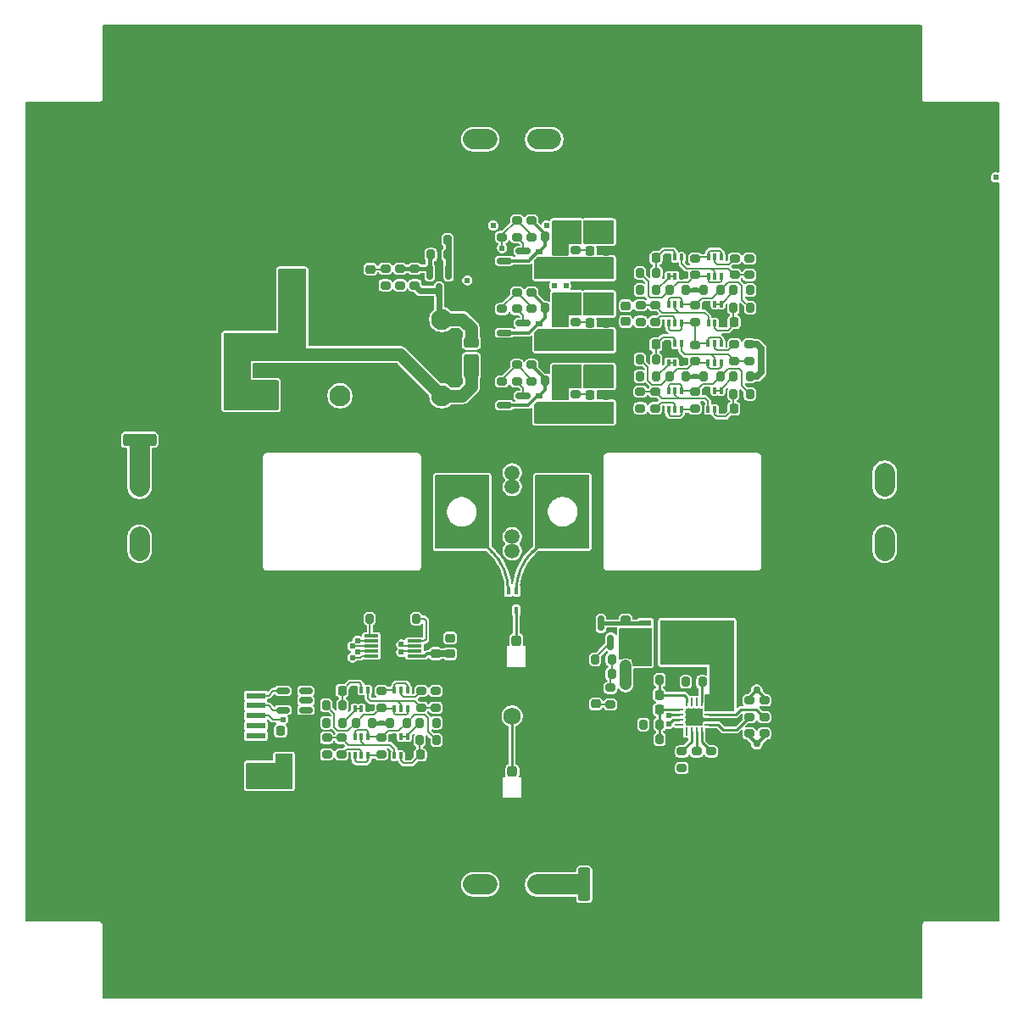
<source format=gbr>
%TF.GenerationSoftware,KiCad,Pcbnew,9.0.1*%
%TF.CreationDate,2025-06-25T17:23:05-04:00*%
%TF.ProjectId,-Z,2d5a2e6b-6963-4616-945f-706362585858,rev?*%
%TF.SameCoordinates,Original*%
%TF.FileFunction,Copper,L6,Bot*%
%TF.FilePolarity,Positive*%
%FSLAX46Y46*%
G04 Gerber Fmt 4.6, Leading zero omitted, Abs format (unit mm)*
G04 Created by KiCad (PCBNEW 9.0.1) date 2025-06-25 17:23:05*
%MOMM*%
%LPD*%
G01*
G04 APERTURE LIST*
G04 Aperture macros list*
%AMRoundRect*
0 Rectangle with rounded corners*
0 $1 Rounding radius*
0 $2 $3 $4 $5 $6 $7 $8 $9 X,Y pos of 4 corners*
0 Add a 4 corners polygon primitive as box body*
4,1,4,$2,$3,$4,$5,$6,$7,$8,$9,$2,$3,0*
0 Add four circle primitives for the rounded corners*
1,1,$1+$1,$2,$3*
1,1,$1+$1,$4,$5*
1,1,$1+$1,$6,$7*
1,1,$1+$1,$8,$9*
0 Add four rect primitives between the rounded corners*
20,1,$1+$1,$2,$3,$4,$5,0*
20,1,$1+$1,$4,$5,$6,$7,0*
20,1,$1+$1,$6,$7,$8,$9,0*
20,1,$1+$1,$8,$9,$2,$3,0*%
G04 Aperture macros list end*
%TA.AperFunction,ComponentPad*%
%ADD10C,0.762000*%
%TD*%
%TA.AperFunction,ComponentPad*%
%ADD11C,3.800000*%
%TD*%
%TA.AperFunction,ConnectorPad*%
%ADD12C,5.600000*%
%TD*%
%TA.AperFunction,ComponentPad*%
%ADD13C,1.500000*%
%TD*%
%TA.AperFunction,ComponentPad*%
%ADD14C,1.727200*%
%TD*%
%TA.AperFunction,SMDPad,CuDef*%
%ADD15RoundRect,0.225000X0.225000X0.250000X-0.225000X0.250000X-0.225000X-0.250000X0.225000X-0.250000X0*%
%TD*%
%TA.AperFunction,SMDPad,CuDef*%
%ADD16RoundRect,0.200000X-0.275000X0.200000X-0.275000X-0.200000X0.275000X-0.200000X0.275000X0.200000X0*%
%TD*%
%TA.AperFunction,SMDPad,CuDef*%
%ADD17R,0.700000X0.510000*%
%TD*%
%TA.AperFunction,SMDPad,CuDef*%
%ADD18RoundRect,0.200000X0.275000X-0.200000X0.275000X0.200000X-0.275000X0.200000X-0.275000X-0.200000X0*%
%TD*%
%TA.AperFunction,SMDPad,CuDef*%
%ADD19RoundRect,0.218750X-0.256250X0.218750X-0.256250X-0.218750X0.256250X-0.218750X0.256250X0.218750X0*%
%TD*%
%TA.AperFunction,SMDPad,CuDef*%
%ADD20RoundRect,0.250000X-0.250000X0.275000X-0.250000X-0.275000X0.250000X-0.275000X0.250000X0.275000X0*%
%TD*%
%TA.AperFunction,SMDPad,CuDef*%
%ADD21RoundRect,0.250000X-0.275000X0.850000X-0.275000X-0.850000X0.275000X-0.850000X0.275000X0.850000X0*%
%TD*%
%TA.AperFunction,SMDPad,CuDef*%
%ADD22RoundRect,0.200000X0.200000X0.275000X-0.200000X0.275000X-0.200000X-0.275000X0.200000X-0.275000X0*%
%TD*%
%TA.AperFunction,SMDPad,CuDef*%
%ADD23RoundRect,0.218750X-0.218750X-0.256250X0.218750X-0.256250X0.218750X0.256250X-0.218750X0.256250X0*%
%TD*%
%TA.AperFunction,SMDPad,CuDef*%
%ADD24RoundRect,0.100000X0.100000X-0.225000X0.100000X0.225000X-0.100000X0.225000X-0.100000X-0.225000X0*%
%TD*%
%TA.AperFunction,SMDPad,CuDef*%
%ADD25RoundRect,0.218750X0.218750X0.256250X-0.218750X0.256250X-0.218750X-0.256250X0.218750X-0.256250X0*%
%TD*%
%TA.AperFunction,SMDPad,CuDef*%
%ADD26RoundRect,0.200000X-0.200000X-0.275000X0.200000X-0.275000X0.200000X0.275000X-0.200000X0.275000X0*%
%TD*%
%TA.AperFunction,SMDPad,CuDef*%
%ADD27RoundRect,0.225000X0.250000X-0.225000X0.250000X0.225000X-0.250000X0.225000X-0.250000X-0.225000X0*%
%TD*%
%TA.AperFunction,SMDPad,CuDef*%
%ADD28R,1.422400X0.304800*%
%TD*%
%TA.AperFunction,SMDPad,CuDef*%
%ADD29RoundRect,0.100000X-0.100000X0.225000X-0.100000X-0.225000X0.100000X-0.225000X0.100000X0.225000X0*%
%TD*%
%TA.AperFunction,SMDPad,CuDef*%
%ADD30RoundRect,0.250000X-0.300000X-0.475000X0.300000X-0.475000X0.300000X0.475000X-0.300000X0.475000X0*%
%TD*%
%TA.AperFunction,SMDPad,CuDef*%
%ADD31RoundRect,0.250000X-0.425000X-1.200000X0.425000X-1.200000X0.425000X1.200000X-0.425000X1.200000X0*%
%TD*%
%TA.AperFunction,SMDPad,CuDef*%
%ADD32RoundRect,0.218750X0.256250X-0.218750X0.256250X0.218750X-0.256250X0.218750X-0.256250X-0.218750X0*%
%TD*%
%TA.AperFunction,SMDPad,CuDef*%
%ADD33RoundRect,0.150000X0.150000X-0.587500X0.150000X0.587500X-0.150000X0.587500X-0.150000X-0.587500X0*%
%TD*%
%TA.AperFunction,ComponentPad*%
%ADD34C,2.100000*%
%TD*%
%TA.AperFunction,SMDPad,CuDef*%
%ADD35RoundRect,0.225000X-0.225000X-0.250000X0.225000X-0.250000X0.225000X0.250000X-0.225000X0.250000X0*%
%TD*%
%TA.AperFunction,SMDPad,CuDef*%
%ADD36RoundRect,0.225000X-0.250000X0.225000X-0.250000X-0.225000X0.250000X-0.225000X0.250000X0.225000X0*%
%TD*%
%TA.AperFunction,SMDPad,CuDef*%
%ADD37R,1.900000X0.600000*%
%TD*%
%TA.AperFunction,SMDPad,CuDef*%
%ADD38R,2.800000X2.100000*%
%TD*%
%TA.AperFunction,SMDPad,CuDef*%
%ADD39RoundRect,0.250000X0.325000X1.100000X-0.325000X1.100000X-0.325000X-1.100000X0.325000X-1.100000X0*%
%TD*%
%TA.AperFunction,SMDPad,CuDef*%
%ADD40RoundRect,0.250000X-1.425000X0.362500X-1.425000X-0.362500X1.425000X-0.362500X1.425000X0.362500X0*%
%TD*%
%TA.AperFunction,SMDPad,CuDef*%
%ADD41RoundRect,0.250000X0.362500X1.425000X-0.362500X1.425000X-0.362500X-1.425000X0.362500X-1.425000X0*%
%TD*%
%TA.AperFunction,SMDPad,CuDef*%
%ADD42RoundRect,0.150000X0.587500X0.150000X-0.587500X0.150000X-0.587500X-0.150000X0.587500X-0.150000X0*%
%TD*%
%TA.AperFunction,SMDPad,CuDef*%
%ADD43R,1.270000X0.610000*%
%TD*%
%TA.AperFunction,SMDPad,CuDef*%
%ADD44R,3.810000X3.910000*%
%TD*%
%TA.AperFunction,SMDPad,CuDef*%
%ADD45R,1.020000X0.610000*%
%TD*%
%TA.AperFunction,SMDPad,CuDef*%
%ADD46RoundRect,0.150000X-0.512500X-0.150000X0.512500X-0.150000X0.512500X0.150000X-0.512500X0.150000X0*%
%TD*%
%TA.AperFunction,SMDPad,CuDef*%
%ADD47R,0.400000X0.750000*%
%TD*%
%TA.AperFunction,SMDPad,CuDef*%
%ADD48RoundRect,0.250000X-0.325000X-1.100000X0.325000X-1.100000X0.325000X1.100000X-0.325000X1.100000X0*%
%TD*%
%TA.AperFunction,SMDPad,CuDef*%
%ADD49RoundRect,0.150000X-0.150000X0.587500X-0.150000X-0.587500X0.150000X-0.587500X0.150000X0.587500X0*%
%TD*%
%TA.AperFunction,SMDPad,CuDef*%
%ADD50RoundRect,0.075000X-0.390000X-0.275000X0.390000X-0.275000X0.390000X0.275000X-0.390000X0.275000X0*%
%TD*%
%TA.AperFunction,SMDPad,CuDef*%
%ADD51RoundRect,0.075000X-0.075000X-0.275000X0.075000X-0.275000X0.075000X0.275000X-0.075000X0.275000X0*%
%TD*%
%TA.AperFunction,SMDPad,CuDef*%
%ADD52R,0.254000X0.812800*%
%TD*%
%TA.AperFunction,SMDPad,CuDef*%
%ADD53R,0.812800X0.254000*%
%TD*%
%TA.AperFunction,SMDPad,CuDef*%
%ADD54R,1.752600X1.752600*%
%TD*%
%TA.AperFunction,SMDPad,CuDef*%
%ADD55RoundRect,0.250000X-0.500000X0.950000X-0.500000X-0.950000X0.500000X-0.950000X0.500000X0.950000X0*%
%TD*%
%TA.AperFunction,SMDPad,CuDef*%
%ADD56RoundRect,0.250000X-0.500000X0.275000X-0.500000X-0.275000X0.500000X-0.275000X0.500000X0.275000X0*%
%TD*%
%TA.AperFunction,ViaPad*%
%ADD57C,0.609600*%
%TD*%
%TA.AperFunction,ViaPad*%
%ADD58C,0.762000*%
%TD*%
%TA.AperFunction,Conductor*%
%ADD59C,0.286258*%
%TD*%
%TA.AperFunction,Conductor*%
%ADD60C,1.270000*%
%TD*%
%TA.AperFunction,Conductor*%
%ADD61C,0.203200*%
%TD*%
%TA.AperFunction,Conductor*%
%ADD62C,2.032000*%
%TD*%
%TA.AperFunction,Conductor*%
%ADD63C,0.254000*%
%TD*%
%TA.AperFunction,Conductor*%
%ADD64C,0.381000*%
%TD*%
%TA.AperFunction,Conductor*%
%ADD65C,0.304800*%
%TD*%
%TA.AperFunction,Conductor*%
%ADD66C,0.635000*%
%TD*%
%TA.AperFunction,Conductor*%
%ADD67C,0.609600*%
%TD*%
%TA.AperFunction,Conductor*%
%ADD68C,1.143000*%
%TD*%
%TA.AperFunction,Conductor*%
%ADD69C,0.368300*%
%TD*%
G04 APERTURE END LIST*
D10*
%TO.P,H2,1,1*%
%TO.N,GND*%
X144200001Y-145800000D03*
X143555751Y-147355750D03*
X143555751Y-144244250D03*
X142000001Y-148000000D03*
D11*
X142000001Y-145800000D03*
D12*
X142000001Y-145800000D03*
D10*
X142000001Y-143600000D03*
X140444251Y-147355750D03*
X140444251Y-144244250D03*
X139800001Y-145800000D03*
%TD*%
D13*
%TO.P,JP5,1,A*%
%TO.N,/Burn Wires/VBURN3*%
X164000001Y-96100000D03*
X164000001Y-97499999D03*
%TO.P,JP5,2,B*%
%TO.N,Net-(JP5-B)*%
X164000001Y-102499999D03*
X164000001Y-103899998D03*
%TD*%
D10*
%TO.P,H8,1,1*%
%TO.N,GND*%
X212000000Y-121999999D03*
X211355750Y-123555749D03*
X211355750Y-120444249D03*
X209800000Y-124199999D03*
D11*
X209800000Y-121999999D03*
D12*
X209800000Y-121999999D03*
D10*
X209800000Y-119799999D03*
X208244250Y-123555749D03*
X208244250Y-120444249D03*
X207600000Y-121999999D03*
%TD*%
%TO.P,H5,1,1*%
%TO.N,GND*%
X144200001Y-54200000D03*
X143555751Y-55755750D03*
X143555751Y-52644250D03*
X142000001Y-56400000D03*
D11*
X142000001Y-54200000D03*
D12*
X142000001Y-54200000D03*
D10*
X142000001Y-52000000D03*
X140444251Y-55755750D03*
X140444251Y-52644250D03*
X139800001Y-54200000D03*
%TD*%
%TO.P,H7,1,1*%
%TO.N,GND*%
X212000000Y-78000000D03*
X211355750Y-79555750D03*
X211355750Y-76444250D03*
X209800000Y-80200000D03*
D11*
X209800000Y-78000000D03*
D12*
X209800000Y-78000000D03*
D10*
X209800000Y-75800000D03*
X208244250Y-79555750D03*
X208244250Y-76444250D03*
X207600000Y-78000000D03*
%TD*%
D14*
%TO.P,AE3,1,A*%
%TO.N,/Interfaces/GPS*%
X164000000Y-120400000D03*
%TD*%
D13*
%TO.P,JP1,1,A*%
%TO.N,/Burn Wires/VBURN1*%
X167900000Y-62789000D03*
X166500001Y-62789000D03*
%TO.P,JP1,2,B*%
%TO.N,Net-(JP1-B)*%
X161500001Y-62789000D03*
X160100002Y-62789000D03*
%TD*%
D10*
%TO.P,H4,1,1*%
%TO.N,GND*%
X120400001Y-78000000D03*
X119755751Y-79555750D03*
X119755751Y-76444250D03*
X118200001Y-80200000D03*
D11*
X118200001Y-78000000D03*
D12*
X118200001Y-78000000D03*
D10*
X118200001Y-75800000D03*
X116644251Y-79555750D03*
X116644251Y-76444250D03*
X116000001Y-78000000D03*
%TD*%
%TO.P,H3,1,1*%
%TO.N,GND*%
X120400001Y-121999999D03*
X119755751Y-123555749D03*
X119755751Y-120444249D03*
X118200001Y-124199999D03*
D11*
X118200001Y-121999999D03*
D12*
X118200001Y-121999999D03*
D10*
X118200001Y-119799999D03*
X116644251Y-123555749D03*
X116644251Y-120444249D03*
X116000001Y-121999999D03*
%TD*%
D13*
%TO.P,JP4,1,A*%
%TO.N,Net-(JP3-B)*%
X126789000Y-103899999D03*
X126789000Y-102500000D03*
%TO.P,JP4,2,B*%
%TO.N,Net-(JP4-B)*%
X126789000Y-97500000D03*
X126789000Y-96100001D03*
%TD*%
D10*
%TO.P,H1,1,1*%
%TO.N,GND*%
X188200000Y-145800000D03*
X187555750Y-147355750D03*
X187555750Y-144244250D03*
X186000000Y-148000000D03*
D11*
X186000000Y-145800000D03*
D12*
X186000000Y-145800000D03*
D10*
X186000000Y-143600000D03*
X184444250Y-147355750D03*
X184444250Y-144244250D03*
X183800000Y-145800000D03*
%TD*%
%TO.P,H6,1,1*%
%TO.N,GND*%
X188200000Y-54200000D03*
X187555750Y-55755750D03*
X187555750Y-52644250D03*
X186000000Y-56400000D03*
D11*
X186000000Y-54200000D03*
D12*
X186000000Y-54200000D03*
D10*
X186000000Y-52000000D03*
X184444250Y-55755750D03*
X184444250Y-52644250D03*
X183800000Y-54200000D03*
%TD*%
D15*
%TO.P,C11,1*%
%TO.N,Net-(Q19B-G1)*%
X147008600Y-117868399D03*
%TO.P,C11,2*%
%TO.N,GND*%
X145458600Y-117868399D03*
%TD*%
D16*
%TO.P,R68,1*%
%TO.N,Net-(Q18A-B1)*%
X154894999Y-117907000D03*
%TO.P,R68,2*%
%TO.N,Net-(Q18B-B2)*%
X154894999Y-119557000D03*
%TD*%
D17*
%TO.P,Q11,1,D*%
%TO.N,/Burn Wires/VBURN3*%
X166700801Y-90358200D03*
%TO.P,Q11,2,D*%
X166700801Y-89408200D03*
%TO.P,Q11,3,G*%
%TO.N,Net-(Q10-D)*%
X166700801Y-88458200D03*
%TO.P,Q11,4,S*%
%TO.N,Net-(Q11-S)*%
X169020801Y-88458200D03*
%TO.P,Q11,5,D*%
%TO.N,/Burn Wires/VBURN3*%
X169020801Y-89408200D03*
%TO.P,Q11,6,D*%
X169020801Y-90358200D03*
%TD*%
D18*
%TO.P,R33,1*%
%TO.N,BURN_EN3*%
X162984001Y-86982000D03*
%TO.P,R33,2*%
%TO.N,GND*%
X162984001Y-85332000D03*
%TD*%
D19*
%TO.P,D6,1,K*%
%TO.N,GND*%
X172339000Y-117625199D03*
%TO.P,D6,2,A*%
%TO.N,Net-(D6-A)*%
X172339000Y-119200201D03*
%TD*%
D16*
%TO.P,R52,1*%
%TO.N,3V3_P*%
X187672802Y-83286800D03*
%TO.P,R52,2*%
%TO.N,Net-(Q14B-B2)*%
X187672802Y-84936800D03*
%TD*%
%TO.P,R25,1*%
%TO.N,Net-(Q8-D)*%
X165930401Y-78092999D03*
%TO.P,R25,2*%
%TO.N,BURN_EN2*%
X165930401Y-79742999D03*
%TD*%
D20*
%TO.P,J4,1,In*%
%TO.N,/Interfaces/GPS*%
X164000001Y-125972599D03*
D21*
%TO.P,J4,2,Ext*%
%TO.N,GND*%
X165475001Y-127497599D03*
X162525001Y-127497599D03*
%TD*%
D22*
%TO.P,R75,1*%
%TO.N,/GPIO Expander/GE_3V3*%
X156416200Y-121068800D03*
%TO.P,R75,2*%
%TO.N,Net-(Q21A-G2)*%
X154766200Y-121068800D03*
%TD*%
D23*
%TO.P,F2,1*%
%TO.N,Net-(Q7-S)*%
X170324500Y-72466400D03*
%TO.P,F2,2*%
%TO.N,/Burn Wires/VBURN_A_IN*%
X171899502Y-72466400D03*
%TD*%
D24*
%TO.P,Q15,1,S2*%
%TO.N,GND*%
X180906000Y-85112600D03*
%TO.P,Q15,2,G2*%
%TO.N,Net-(Q15A-G2)*%
X180256000Y-85112599D03*
%TO.P,Q15,3,D2*%
X179606000Y-85112600D03*
%TO.P,Q15,4,S1*%
%TO.N,GND*%
X179606000Y-83212600D03*
%TO.P,Q15,5,G1*%
%TO.N,Net-(Q15B-G1)*%
X180256000Y-83212601D03*
%TO.P,Q15,6,D1*%
%TO.N,Net-(Q14B-B2)*%
X180906000Y-83212600D03*
%TD*%
D22*
%TO.P,R51,1*%
%TO.N,/Coil Driver/VREF*%
X178735202Y-122707598D03*
%TO.P,R51,2*%
%TO.N,GND*%
X177085202Y-122707598D03*
%TD*%
D18*
%TO.P,R46,1*%
%TO.N,/Coil Driver/coil*%
X189175400Y-122147802D03*
%TO.P,R46,2*%
%TO.N,COIL_P*%
X189175400Y-120497802D03*
%TD*%
D16*
%TO.P,R66,1*%
%TO.N,/GPIO Expander/GE_3V3*%
X156353200Y-117906999D03*
%TO.P,R66,2*%
%TO.N,Net-(Q18B-B2)*%
X156353200Y-119556999D03*
%TD*%
D25*
%TO.P,D5,1,K*%
%TO.N,GND*%
X173372701Y-88366800D03*
%TO.P,D5,2,A*%
%TO.N,Net-(D5-A)*%
X171797699Y-88366800D03*
%TD*%
D18*
%TO.P,R20,1*%
%TO.N,Net-(Q6-G)*%
X164457200Y-72554799D03*
%TO.P,R20,2*%
%TO.N,BURN_EN1*%
X164457200Y-70904799D03*
%TD*%
D22*
%TO.P,R64,1*%
%TO.N,GND*%
X151413800Y-110667999D03*
%TO.P,R64,2*%
%TO.N,/GPIO Expander/A0*%
X149763800Y-110667999D03*
%TD*%
D18*
%TO.P,R47,1*%
%TO.N,COIL_N*%
X187702199Y-120497801D03*
%TO.P,R47,2*%
%TO.N,/Coil Driver/coil*%
X187702199Y-118847801D03*
%TD*%
D26*
%TO.P,R7,1*%
%TO.N,/Light Sensor/I2C Protection/DEVICE*%
X176753601Y-76134200D03*
%TO.P,R7,2*%
%TO.N,Net-(Q2B-G1)*%
X178403601Y-76134200D03*
%TD*%
%TO.P,R6,1*%
%TO.N,/Light Sensor/LS_3V3*%
X176753600Y-77861399D03*
%TO.P,R6,2*%
%TO.N,Net-(Q2A-G2)*%
X178403600Y-77861399D03*
%TD*%
D27*
%TO.P,C10,1*%
%TO.N,/GPIO Expander/GE_3V3*%
X156329201Y-114160800D03*
%TO.P,C10,2*%
%TO.N,GND*%
X156329201Y-112610800D03*
%TD*%
D28*
%TO.P,U4,1,LED0*%
%TO.N,BURN_EN1*%
X149941101Y-114411201D03*
%TO.P,U4,2,LED1*%
%TO.N,BURN_EN2*%
X149941101Y-113911199D03*
%TO.P,U4,3,LED2*%
%TO.N,BURN_EN3*%
X149941101Y-113411200D03*
%TO.P,U4,4,LED3*%
%TO.N,BURN_RELAY_A*%
X149941101Y-112911201D03*
%TO.P,U4,5,A0*%
%TO.N,/GPIO Expander/A0*%
X149941101Y-112411199D03*
%TO.P,U4,6,VSS*%
%TO.N,GND*%
X154233701Y-112411199D03*
%TO.P,U4,7,A1*%
%TO.N,/GPIO Expander/A1*%
X154233701Y-112911201D03*
%TO.P,U4,8,SCL*%
%TO.N,SCL_IO*%
X154233701Y-113411200D03*
%TO.P,U4,9,SDA*%
%TO.N,SDA_IO*%
X154233701Y-113911199D03*
%TO.P,U4,10,VDD*%
%TO.N,/GPIO Expander/GE_3V3*%
X154233701Y-114411201D03*
%TD*%
D29*
%TO.P,Q21,1,S2*%
%TO.N,GND*%
X152248800Y-122455599D03*
%TO.P,Q21,2,G2*%
%TO.N,Net-(Q21A-G2)*%
X152898800Y-122455600D03*
%TO.P,Q21,3,D2*%
X153548800Y-122455599D03*
%TO.P,Q21,4,S1*%
%TO.N,GND*%
X153548800Y-124355599D03*
%TO.P,Q21,5,G1*%
%TO.N,Net-(Q21B-G1)*%
X152898800Y-124355598D03*
%TO.P,Q21,6,D1*%
%TO.N,Net-(Q20B-B2)*%
X152248800Y-124355599D03*
%TD*%
D30*
%TO.P,J2,1,Pin_1*%
%TO.N,GND*%
X139780800Y-76675398D03*
%TO.P,J2,2,Pin_2*%
%TO.N,VBATT*%
X141780800Y-76675398D03*
D31*
%TO.P,J2,MP,MountPin*%
%TO.N,GND*%
X136885800Y-70680399D03*
X144675800Y-70680399D03*
%TD*%
D17*
%TO.P,Q9,1,D*%
%TO.N,/Burn Wires/VBURN2*%
X166700801Y-83119200D03*
%TO.P,Q9,2,D*%
X166700801Y-82169200D03*
%TO.P,Q9,3,G*%
%TO.N,Net-(Q8-D)*%
X166700801Y-81219200D03*
%TO.P,Q9,4,S*%
%TO.N,Net-(Q9-S)*%
X169020801Y-81219200D03*
%TO.P,Q9,5,D*%
%TO.N,/Burn Wires/VBURN2*%
X169020801Y-82169200D03*
%TO.P,Q9,6,D*%
X169020801Y-83119200D03*
%TD*%
D18*
%TO.P,R15,1*%
%TO.N,BURN_RELAY_A*%
X152798600Y-77380800D03*
%TO.P,R15,2*%
%TO.N,Net-(Q5-B)*%
X152798600Y-75730800D03*
%TD*%
%TO.P,R60,1*%
%TO.N,Net-(Q16A-B1)*%
X178274801Y-89661200D03*
%TO.P,R60,2*%
%TO.N,Net-(Q16B-B2)*%
X178274801Y-88011200D03*
%TD*%
D32*
%TO.P,F1,1*%
%TO.N,/Light Sensor/LS_3V3*%
X175353801Y-80985700D03*
%TO.P,F1,2*%
%TO.N,3V3_P*%
X175353801Y-79410698D03*
%TD*%
D18*
%TO.P,R27,1*%
%TO.N,BURN_EN2*%
X162984001Y-79743000D03*
%TO.P,R27,2*%
%TO.N,GND*%
X162984001Y-78093000D03*
%TD*%
D33*
%TO.P,Q12,1,G*%
%TO.N,Net-(Q12-G)*%
X173828701Y-113025600D03*
%TO.P,Q12,2,S*%
%TO.N,GND*%
X171928701Y-113025600D03*
%TO.P,Q12,3,D*%
%TO.N,Net-(Q12-D)*%
X172878701Y-111150600D03*
%TD*%
D25*
%TO.P,D3,1,K*%
%TO.N,GND*%
X173347301Y-73939599D03*
%TO.P,D3,2,A*%
%TO.N,Net-(D3-A)*%
X171772299Y-73939599D03*
%TD*%
D32*
%TO.P,D2,1,K*%
%TO.N,GND*%
X149852200Y-77343300D03*
%TO.P,D2,2,A*%
%TO.N,Net-(D2-A)*%
X149852200Y-75768298D03*
%TD*%
D16*
%TO.P,R37,1*%
%TO.N,COIL_DRIVER_EN*%
X173812200Y-117589800D03*
%TO.P,R37,2*%
%TO.N,Net-(D6-A)*%
X173812200Y-119239800D03*
%TD*%
D18*
%TO.P,R21,1*%
%TO.N,BURN_EN1*%
X162984001Y-72554800D03*
%TO.P,R21,2*%
%TO.N,GND*%
X162984001Y-70904800D03*
%TD*%
D34*
%TO.P,U2,11,11*%
%TO.N,/Burn Wires/VBURN_A_IN*%
X146793600Y-88417600D03*
%TO.P,U2,12,12*%
%TO.N,GND*%
X139173600Y-80797600D03*
%TO.P,U2,14,14*%
%TO.N,VBATT*%
X139173600Y-88417600D03*
%TO.P,U2,A1,A1*%
X156953600Y-88417600D03*
%TO.P,U2,A2,A2*%
%TO.N,Net-(D1-A)*%
X156953600Y-80797600D03*
%TD*%
D15*
%TO.P,C2,1*%
%TO.N,Net-(Q2B-G1)*%
X178353600Y-74661000D03*
%TO.P,C2,2*%
%TO.N,GND*%
X176803600Y-74661000D03*
%TD*%
D16*
%TO.P,R19,1*%
%TO.N,Net-(Q6-D)*%
X165930401Y-70904799D03*
%TO.P,R19,2*%
%TO.N,BURN_EN1*%
X165930401Y-72554799D03*
%TD*%
D32*
%TO.P,F6,1*%
%TO.N,/GPIO Expander/GE_3V3*%
X157802401Y-114173300D03*
%TO.P,F6,2*%
%TO.N,3V3_P*%
X157802401Y-112598298D03*
%TD*%
D26*
%TO.P,R38,1*%
%TO.N,GND*%
X172276000Y-116202900D03*
%TO.P,R38,2*%
%TO.N,COIL_DRIVER_EN*%
X173926000Y-116202900D03*
%TD*%
D24*
%TO.P,Q20,1,E1*%
%TO.N,SDA*%
X149586399Y-124355599D03*
%TO.P,Q20,2,B1*%
%TO.N,Net-(Q20A-B1)*%
X148936399Y-124355598D03*
%TO.P,Q20,3,C2*%
%TO.N,SDA*%
X148286399Y-124355599D03*
%TO.P,Q20,4,E2*%
%TO.N,SDA_IO*%
X148286399Y-122455599D03*
%TO.P,Q20,5,B2*%
%TO.N,Net-(Q20B-B2)*%
X148936399Y-122455600D03*
%TO.P,Q20,6,C1*%
%TO.N,SDA_IO*%
X149586399Y-122455599D03*
%TD*%
D23*
%TO.P,F4,1*%
%TO.N,Net-(Q11-S)*%
X170324500Y-86893600D03*
%TO.P,F4,2*%
%TO.N,/Burn Wires/VBURN_A_IN*%
X171899502Y-86893600D03*
%TD*%
D15*
%TO.P,C9,1*%
%TO.N,/Coil Driver/VREF*%
X178685199Y-119761200D03*
%TO.P,C9,2*%
%TO.N,GND*%
X177135199Y-119761200D03*
%TD*%
D35*
%TO.P,C7,1*%
%TO.N,Net-(Q17B-G1)*%
X186135800Y-89699799D03*
%TO.P,C7,2*%
%TO.N,GND*%
X187685800Y-89699799D03*
%TD*%
D22*
%TO.P,R4,1*%
%TO.N,/Light Sensor/LS_3V3*%
X181375400Y-77861399D03*
%TO.P,R4,2*%
%TO.N,/Light Sensor/I2C Protection/DEVICE*%
X179725400Y-77861399D03*
%TD*%
%TO.P,R18,1*%
%TO.N,Net-(Q5-E)*%
X157535201Y-72847400D03*
%TO.P,R18,2*%
%TO.N,GND*%
X155885201Y-72847400D03*
%TD*%
D26*
%TO.P,R73,1*%
%TO.N,/GPIO Expander/GE_3V3*%
X151794400Y-121068799D03*
%TO.P,R73,2*%
%TO.N,SDA_IO*%
X153444400Y-121068799D03*
%TD*%
D22*
%TO.P,R67,1*%
%TO.N,/GPIO Expander/GE_3V3*%
X150040799Y-121068800D03*
%TO.P,R67,2*%
%TO.N,SCL_IO*%
X148390799Y-121068800D03*
%TD*%
D20*
%TO.P,J3,1,In*%
%TO.N,Net-(J3-In)*%
X164400001Y-112866200D03*
D21*
%TO.P,J3,2,Ext*%
%TO.N,GND*%
X165875001Y-114391200D03*
X162925001Y-114391200D03*
%TD*%
D24*
%TO.P,Q3,1,E1*%
%TO.N,SCL*%
X180921001Y-81148200D03*
%TO.P,Q3,2,B1*%
%TO.N,Net-(Q3A-B1)*%
X180271001Y-81148199D03*
%TO.P,Q3,3,C2*%
%TO.N,SCL*%
X179621001Y-81148200D03*
%TO.P,Q3,4,E2*%
%TO.N,/Light Sensor/I2C Protection1/DEVICE*%
X179621001Y-79248200D03*
%TO.P,Q3,5,B2*%
%TO.N,Net-(Q3B-B2)*%
X180271001Y-79248201D03*
%TO.P,Q3,6,C1*%
%TO.N,/Light Sensor/I2C Protection1/DEVICE*%
X180921001Y-79248200D03*
%TD*%
D36*
%TO.P,C5,1*%
%TO.N,/Coil Driver/VM*%
X185670201Y-119468799D03*
%TO.P,C5,2*%
%TO.N,GND*%
X185670201Y-121018799D03*
%TD*%
D37*
%TO.P,J1,1,Pin_1*%
%TO.N,VBATT_M*%
X138398801Y-127359990D03*
%TO.P,J1,2,Pin_2*%
X138398801Y-126359990D03*
%TO.P,J1,3,Pin_3*%
X138398801Y-125359990D03*
%TO.P,J1,4,Pin_4*%
%TO.N,GND*%
X138398801Y-124359990D03*
%TO.P,J1,5,Pin_5*%
X138398801Y-123359991D03*
%TO.P,J1,6,Pin_6*%
%TO.N,3V3_P*%
X138398801Y-122359991D03*
%TO.P,J1,7,Pin_7*%
X138398801Y-121359990D03*
%TO.P,J1,8,Pin_8*%
%TO.N,COIL_DRIVER_EN*%
X138398801Y-120359990D03*
%TO.P,J1,9,Pin_9*%
%TO.N,SDA*%
X138398801Y-119359990D03*
%TO.P,J1,10,Pin_10*%
%TO.N,SCL*%
X138398801Y-118359990D03*
D38*
%TO.P,J1,MP,MountPin*%
%TO.N,GND*%
X136048801Y-130509990D03*
X136048801Y-115210010D03*
%TD*%
D13*
%TO.P,JP3,1,A*%
%TO.N,/Burn Wires/VBURN2*%
X201211001Y-97500000D03*
X201211001Y-96100001D03*
%TO.P,JP3,2,B*%
%TO.N,Net-(JP3-B)*%
X201211001Y-103899999D03*
X201211001Y-102500000D03*
%TD*%
D23*
%TO.P,F3,1*%
%TO.N,Net-(Q9-S)*%
X170324500Y-79654600D03*
%TO.P,F3,2*%
%TO.N,/Burn Wires/VBURN_A_IN*%
X171899502Y-79654600D03*
%TD*%
D22*
%TO.P,R76,1*%
%TO.N,SDA_IO*%
X156416199Y-122795999D03*
%TO.P,R76,2*%
%TO.N,Net-(Q21B-G1)*%
X154766199Y-122795999D03*
%TD*%
D26*
%TO.P,R28,1*%
%TO.N,Net-(Q8-D)*%
X167315201Y-79654600D03*
%TO.P,R28,2*%
%TO.N,Net-(Q9-S)*%
X168965201Y-79654600D03*
%TD*%
%TO.P,R41,1*%
%TO.N,3V3_P*%
X181340000Y-116992601D03*
%TO.P,R41,2*%
%TO.N,Net-(U3-NFAULT)*%
X182990000Y-116992601D03*
%TD*%
D18*
%TO.P,R71,1*%
%TO.N,SCL_IO*%
X150917599Y-119556999D03*
%TO.P,R71,2*%
%TO.N,SCL*%
X150917599Y-117906999D03*
%TD*%
D26*
%TO.P,R17,1*%
%TO.N,Net-(Q5-B)*%
X155885201Y-74320600D03*
%TO.P,R17,2*%
%TO.N,Net-(Q5-E)*%
X157535201Y-74320600D03*
%TD*%
D24*
%TO.P,Q19,1,S2*%
%TO.N,GND*%
X149586399Y-119681999D03*
%TO.P,Q19,2,G2*%
%TO.N,Net-(Q19A-G2)*%
X148936399Y-119681998D03*
%TO.P,Q19,3,D2*%
X148286399Y-119681999D03*
%TO.P,Q19,4,S1*%
%TO.N,GND*%
X148286399Y-117781999D03*
%TO.P,Q19,5,G1*%
%TO.N,Net-(Q19B-G1)*%
X148936399Y-117782000D03*
%TO.P,Q19,6,D1*%
%TO.N,Net-(Q18B-B2)*%
X149586399Y-117781999D03*
%TD*%
D15*
%TO.P,C6,1*%
%TO.N,Net-(Q15B-G1)*%
X178338600Y-83299000D03*
%TO.P,C6,2*%
%TO.N,GND*%
X176788600Y-83299000D03*
%TD*%
D16*
%TO.P,R5,1*%
%TO.N,Net-(Q1A-B1)*%
X186214600Y-74699599D03*
%TO.P,R5,2*%
%TO.N,Net-(Q1B-B2)*%
X186214600Y-76349599D03*
%TD*%
D39*
%TO.P,C14,1*%
%TO.N,VBATT*%
X136646001Y-85115600D03*
%TO.P,C14,2*%
%TO.N,GND*%
X133695999Y-85115600D03*
%TD*%
D15*
%TO.P,C8,1*%
%TO.N,/Coil Driver/IPROPI*%
X178685202Y-118288003D03*
%TO.P,C8,2*%
%TO.N,GND*%
X177135202Y-118288003D03*
%TD*%
D26*
%TO.P,R65,1*%
%TO.N,GND*%
X152761001Y-110668000D03*
%TO.P,R65,2*%
%TO.N,/GPIO Expander/A1*%
X154411001Y-110668000D03*
%TD*%
D40*
%TO.P,R30,1*%
%TO.N,GND*%
X126789000Y-86877500D03*
%TO.P,R30,2*%
%TO.N,Net-(JP4-B)*%
X126789000Y-92802500D03*
%TD*%
D16*
%TO.P,R3,1*%
%TO.N,/Light Sensor/LS_3V3*%
X187687802Y-74699599D03*
%TO.P,R3,2*%
%TO.N,Net-(Q1B-B2)*%
X187687802Y-76349599D03*
%TD*%
D26*
%TO.P,R56,1*%
%TO.N,SCL_M*%
X176738600Y-84772199D03*
%TO.P,R56,2*%
%TO.N,Net-(Q15B-G1)*%
X178388600Y-84772199D03*
%TD*%
D18*
%TO.P,R9,1*%
%TO.N,/Light Sensor/LS_3V3*%
X176816600Y-81023200D03*
%TO.P,R9,2*%
%TO.N,Net-(Q3B-B2)*%
X176816600Y-79373200D03*
%TD*%
D29*
%TO.P,Q1,1,E1*%
%TO.N,SDA*%
X183583400Y-74574599D03*
%TO.P,Q1,2,B1*%
%TO.N,Net-(Q1A-B1)*%
X184233400Y-74574600D03*
%TO.P,Q1,3,C2*%
%TO.N,SDA*%
X184883400Y-74574599D03*
%TO.P,Q1,4,E2*%
%TO.N,/Light Sensor/I2C Protection/DEVICE*%
X184883400Y-76474599D03*
%TO.P,Q1,5,B2*%
%TO.N,Net-(Q1B-B2)*%
X184233400Y-76474598D03*
%TO.P,Q1,6,C1*%
%TO.N,/Light Sensor/I2C Protection/DEVICE*%
X183583400Y-76474599D03*
%TD*%
D18*
%TO.P,R11,1*%
%TO.N,Net-(Q3A-B1)*%
X178289801Y-81023200D03*
%TO.P,R11,2*%
%TO.N,Net-(Q3B-B2)*%
X178289801Y-79373200D03*
%TD*%
D22*
%TO.P,R13,1*%
%TO.N,/Light Sensor/I2C Protection1/DEVICE*%
X187750801Y-79603799D03*
%TO.P,R13,2*%
%TO.N,Net-(Q4B-G1)*%
X186100801Y-79603799D03*
%TD*%
D17*
%TO.P,Q7,1,D*%
%TO.N,/Burn Wires/VBURN1*%
X166700801Y-75931000D03*
%TO.P,Q7,2,D*%
X166700801Y-74981000D03*
%TO.P,Q7,3,G*%
%TO.N,Net-(Q6-D)*%
X166700801Y-74031000D03*
%TO.P,Q7,4,S*%
%TO.N,Net-(Q7-S)*%
X169020801Y-74031000D03*
%TO.P,Q7,5,D*%
%TO.N,/Burn Wires/VBURN1*%
X169020801Y-74981000D03*
%TO.P,Q7,6,D*%
X169020801Y-75931000D03*
%TD*%
D25*
%TO.P,D4,1,K*%
%TO.N,GND*%
X173347301Y-81127799D03*
%TO.P,D4,2,A*%
%TO.N,Net-(D4-A)*%
X171772299Y-81127799D03*
%TD*%
D29*
%TO.P,Q18,1,E1*%
%TO.N,SCL*%
X152248800Y-117781999D03*
%TO.P,Q18,2,B1*%
%TO.N,Net-(Q18A-B1)*%
X152898800Y-117782000D03*
%TO.P,Q18,3,C2*%
%TO.N,SCL*%
X153548800Y-117781999D03*
%TO.P,Q18,4,E2*%
%TO.N,SCL_IO*%
X153548800Y-119681999D03*
%TO.P,Q18,5,B2*%
%TO.N,Net-(Q18B-B2)*%
X152898800Y-119681998D03*
%TO.P,Q18,6,C1*%
%TO.N,SCL_IO*%
X152248800Y-119681999D03*
%TD*%
D41*
%TO.P,R24,1*%
%TO.N,GND*%
X177122501Y-137211000D03*
%TO.P,R24,2*%
%TO.N,Net-(JP2-B)*%
X171197501Y-137211000D03*
%TD*%
D18*
%TO.P,R8,1*%
%TO.N,/Light Sensor/I2C Protection/DEVICE*%
X182252200Y-76349599D03*
%TO.P,R8,2*%
%TO.N,SDA*%
X182252200Y-74699599D03*
%TD*%
D16*
%TO.P,R31,1*%
%TO.N,Net-(Q10-D)*%
X165930401Y-85331999D03*
%TO.P,R31,2*%
%TO.N,BURN_EN3*%
X165930401Y-86981999D03*
%TD*%
D29*
%TO.P,Q17,1,S2*%
%TO.N,GND*%
X183568400Y-87886199D03*
%TO.P,Q17,2,G2*%
%TO.N,Net-(Q17A-G2)*%
X184218400Y-87886200D03*
%TO.P,Q17,3,D2*%
X184868400Y-87886199D03*
%TO.P,Q17,4,S1*%
%TO.N,GND*%
X184868400Y-89786199D03*
%TO.P,Q17,5,G1*%
%TO.N,Net-(Q17B-G1)*%
X184218400Y-89786198D03*
%TO.P,Q17,6,D1*%
%TO.N,Net-(Q16B-B2)*%
X183568400Y-89786199D03*
%TD*%
D18*
%TO.P,R48,1*%
%TO.N,/Coil Driver/coil*%
X187702201Y-122147802D03*
%TO.P,R48,2*%
%TO.N,COIL_N*%
X187702201Y-120497802D03*
%TD*%
%TO.P,R29,1*%
%TO.N,/Burn Wires/VBURN2*%
X170350000Y-82689400D03*
%TO.P,R29,2*%
%TO.N,Net-(D4-A)*%
X170350000Y-81039400D03*
%TD*%
%TO.P,R32,1*%
%TO.N,Net-(Q10-G)*%
X164457200Y-86981999D03*
%TO.P,R32,2*%
%TO.N,BURN_EN3*%
X164457200Y-85331999D03*
%TD*%
D26*
%TO.P,R22,1*%
%TO.N,Net-(Q6-D)*%
X167315201Y-72466400D03*
%TO.P,R22,2*%
%TO.N,Net-(Q7-S)*%
X168965201Y-72466400D03*
%TD*%
D16*
%TO.P,R16,1*%
%TO.N,Net-(Q5-B)*%
X154271800Y-75730799D03*
%TO.P,R16,2*%
%TO.N,Net-(D1-A)*%
X154271800Y-77380799D03*
%TD*%
%TO.P,R40,1*%
%TO.N,Net-(Q12-D)*%
X175308400Y-110791599D03*
%TO.P,R40,2*%
%TO.N,Net-(F5-Pad1)*%
X175308400Y-112441599D03*
%TD*%
%TO.P,R14,1*%
%TO.N,/Light Sensor/I2C Protection1/DEVICE*%
X182252201Y-79373200D03*
%TO.P,R14,2*%
%TO.N,SCL*%
X182252201Y-81023200D03*
%TD*%
D42*
%TO.P,Q8,1,G*%
%TO.N,Net-(Q8-G)*%
X165115300Y-81168399D03*
%TO.P,Q8,2,S*%
%TO.N,GND*%
X165115300Y-83068399D03*
%TO.P,Q8,3,D*%
%TO.N,Net-(Q8-D)*%
X163240300Y-82118399D03*
%TD*%
D43*
%TO.P,Q13,1,S*%
%TO.N,Net-(F5-Pad1)*%
X177298400Y-114960600D03*
%TO.P,Q13,2,S*%
X177298401Y-113690600D03*
%TO.P,Q13,3,S*%
X177298401Y-112420600D03*
%TO.P,Q13,4,G*%
%TO.N,Net-(Q12-D)*%
X177298400Y-111150600D03*
D44*
%TO.P,Q13,5,D*%
%TO.N,/Coil Driver/VM*%
X180658401Y-113055600D03*
D45*
X182763401Y-111150600D03*
X182763401Y-112420600D03*
X182763401Y-113690600D03*
X182763401Y-114960600D03*
%TD*%
D16*
%TO.P,R63,1*%
%TO.N,SDA_M*%
X182237201Y-88011200D03*
%TO.P,R63,2*%
%TO.N,SDA*%
X182237201Y-89661200D03*
%TD*%
D18*
%TO.P,R44,1*%
%TO.N,GND*%
X183892202Y-125590000D03*
%TO.P,R44,2*%
%TO.N,/Coil Driver/A1*%
X183892202Y-123940000D03*
%TD*%
D42*
%TO.P,Q10,1,G*%
%TO.N,Net-(Q10-G)*%
X165115300Y-88407399D03*
%TO.P,Q10,2,S*%
%TO.N,GND*%
X165115300Y-90307399D03*
%TO.P,Q10,3,D*%
%TO.N,Net-(Q10-D)*%
X163240300Y-89357399D03*
%TD*%
D46*
%TO.P,U5,1,IO1*%
%TO.N,SDA*%
X141114601Y-119796799D03*
%TO.P,U5,2,VN*%
%TO.N,GND*%
X141114601Y-118846800D03*
%TO.P,U5,3,IO2*%
%TO.N,SCL*%
X141114601Y-117896801D03*
%TO.P,U5,4,IO3*%
%TO.N,unconnected-(U5-IO3-Pad4)*%
X143389601Y-117896801D03*
%TO.P,U5,5,VP*%
%TO.N,3V3_P*%
X143389601Y-118846800D03*
%TO.P,U5,6,IO4*%
%TO.N,unconnected-(U5-IO4-Pad6)*%
X143389601Y-119796799D03*
%TD*%
D39*
%TO.P,C15,1*%
%TO.N,VBATT*%
X136646002Y-88324199D03*
%TO.P,C15,2*%
%TO.N,GND*%
X133696000Y-88324199D03*
%TD*%
D18*
%TO.P,R78,1*%
%TO.N,/Burn Wires/VBURN_A_IN*%
X151325401Y-77380799D03*
%TO.P,R78,2*%
%TO.N,Net-(D2-A)*%
X151325401Y-75730799D03*
%TD*%
D29*
%TO.P,Q14,1,E1*%
%TO.N,SCL*%
X183568400Y-83212600D03*
%TO.P,Q14,2,B1*%
%TO.N,Net-(Q14A-B1)*%
X184218400Y-83212601D03*
%TO.P,Q14,3,C2*%
%TO.N,SCL*%
X184868400Y-83212600D03*
%TO.P,Q14,4,E2*%
%TO.N,SCL_M*%
X184868400Y-85112600D03*
%TO.P,Q14,5,B2*%
%TO.N,Net-(Q14B-B2)*%
X184218400Y-85112599D03*
%TO.P,Q14,6,C1*%
%TO.N,SCL_M*%
X183568400Y-85112600D03*
%TD*%
D18*
%TO.P,R23,1*%
%TO.N,/Burn Wires/VBURN1*%
X170350000Y-75526599D03*
%TO.P,R23,2*%
%TO.N,Net-(D3-A)*%
X170350000Y-73876599D03*
%TD*%
D22*
%TO.P,R61,1*%
%TO.N,3V3_P*%
X187735800Y-86499400D03*
%TO.P,R61,2*%
%TO.N,Net-(Q17A-G2)*%
X186085800Y-86499400D03*
%TD*%
D47*
%TO.P,BA1,1*%
%TO.N,Net-(J3-In)*%
X164400001Y-109835399D03*
%TO.P,BA1,2,GND*%
%TO.N,GND*%
X163600001Y-109835399D03*
%TO.P,BA1,3*%
%TO.N,Net-(AE2-Pad1)*%
X163600001Y-107885399D03*
%TO.P,BA1,4*%
%TO.N,Net-(AE1-Pad1)*%
X164400001Y-107885399D03*
%TD*%
D48*
%TO.P,C4,1*%
%TO.N,/Coil Driver/VM*%
X185557767Y-114470275D03*
%TO.P,C4,2*%
%TO.N,GND*%
X188507769Y-114470275D03*
%TD*%
D19*
%TO.P,F5,1*%
%TO.N,Net-(F5-Pad1)*%
X175308401Y-113800899D03*
%TO.P,F5,2*%
%TO.N,VBATT_M*%
X175308401Y-115375901D03*
%TD*%
D18*
%TO.P,R57,1*%
%TO.N,SCL_M*%
X182237200Y-84987600D03*
%TO.P,R57,2*%
%TO.N,SCL*%
X182237200Y-83337600D03*
%TD*%
D26*
%TO.P,R50,1*%
%TO.N,3V3_P*%
X177085199Y-121234400D03*
%TO.P,R50,2*%
%TO.N,/Coil Driver/VREF*%
X178735199Y-121234400D03*
%TD*%
%TO.P,R69,1*%
%TO.N,/GPIO Expander/GE_3V3*%
X145419000Y-121068799D03*
%TO.P,R69,2*%
%TO.N,Net-(Q19A-G2)*%
X147069000Y-121068799D03*
%TD*%
%TO.P,R34,1*%
%TO.N,Net-(Q10-D)*%
X167315201Y-86893600D03*
%TO.P,R34,2*%
%TO.N,Net-(Q11-S)*%
X168965201Y-86893600D03*
%TD*%
D22*
%TO.P,R39,1*%
%TO.N,COIL_DRIVER_EN*%
X173932303Y-114729701D03*
%TO.P,R39,2*%
%TO.N,Net-(Q12-G)*%
X172282303Y-114729701D03*
%TD*%
D49*
%TO.P,Q5,1,B*%
%TO.N,Net-(Q5-B)*%
X155760201Y-76050099D03*
%TO.P,Q5,2,E*%
%TO.N,Net-(Q5-E)*%
X157660201Y-76050099D03*
%TO.P,Q5,3,C*%
%TO.N,Net-(D1-A)*%
X156710201Y-77925099D03*
%TD*%
D29*
%TO.P,Q4,1,S2*%
%TO.N,GND*%
X183583401Y-79248200D03*
%TO.P,Q4,2,G2*%
%TO.N,Net-(Q4A-G2)*%
X184233401Y-79248201D03*
%TO.P,Q4,3,D2*%
X184883401Y-79248200D03*
%TO.P,Q4,4,S1*%
%TO.N,GND*%
X184883401Y-81148200D03*
%TO.P,Q4,5,G1*%
%TO.N,Net-(Q4B-G1)*%
X184233401Y-81148199D03*
%TO.P,Q4,6,D1*%
%TO.N,Net-(Q3B-B2)*%
X183583401Y-81148200D03*
%TD*%
D13*
%TO.P,JP2,1,A*%
%TO.N,Net-(JP1-B)*%
X161500001Y-137211000D03*
X160100002Y-137211000D03*
%TO.P,JP2,2,B*%
%TO.N,Net-(JP2-B)*%
X167900000Y-137211000D03*
X166500001Y-137211000D03*
%TD*%
D24*
%TO.P,Q16,1,E1*%
%TO.N,SDA*%
X180906001Y-89786200D03*
%TO.P,Q16,2,B1*%
%TO.N,Net-(Q16A-B1)*%
X180256001Y-89786199D03*
%TO.P,Q16,3,C2*%
%TO.N,SDA*%
X179606001Y-89786200D03*
%TO.P,Q16,4,E2*%
%TO.N,SDA_M*%
X179606001Y-87886200D03*
%TO.P,Q16,5,B2*%
%TO.N,Net-(Q16B-B2)*%
X180256001Y-87886201D03*
%TO.P,Q16,6,C1*%
%TO.N,SDA_M*%
X180906001Y-87886200D03*
%TD*%
D18*
%TO.P,R45,1*%
%TO.N,COIL_P*%
X189175398Y-120497801D03*
%TO.P,R45,2*%
%TO.N,/Coil Driver/coil*%
X189175398Y-118847801D03*
%TD*%
%TO.P,R72,1*%
%TO.N,/GPIO Expander/GE_3V3*%
X145482000Y-124230600D03*
%TO.P,R72,2*%
%TO.N,Net-(Q20B-B2)*%
X145482000Y-122580600D03*
%TD*%
D26*
%TO.P,R70,1*%
%TO.N,SCL_IO*%
X145408600Y-119331400D03*
%TO.P,R70,2*%
%TO.N,Net-(Q19B-G1)*%
X147058600Y-119331400D03*
%TD*%
D22*
%TO.P,R49,1*%
%TO.N,/Coil Driver/IPROPI*%
X178735199Y-116814802D03*
%TO.P,R49,2*%
%TO.N,GND*%
X177085199Y-116814802D03*
%TD*%
D18*
%TO.P,R74,1*%
%TO.N,Net-(Q20A-B1)*%
X146955200Y-124230600D03*
%TO.P,R74,2*%
%TO.N,Net-(Q20B-B2)*%
X146955200Y-122580600D03*
%TD*%
D24*
%TO.P,Q2,1,S2*%
%TO.N,GND*%
X180921001Y-76474600D03*
%TO.P,Q2,2,G2*%
%TO.N,Net-(Q2A-G2)*%
X180271001Y-76474599D03*
%TO.P,Q2,3,D2*%
X179621001Y-76474600D03*
%TO.P,Q2,4,S1*%
%TO.N,GND*%
X179621001Y-74574600D03*
%TO.P,Q2,5,G1*%
%TO.N,Net-(Q2B-G1)*%
X180271001Y-74574601D03*
%TO.P,Q2,6,D1*%
%TO.N,Net-(Q1B-B2)*%
X180921001Y-74574600D03*
%TD*%
D35*
%TO.P,C12,1*%
%TO.N,Net-(Q21B-G1)*%
X154816199Y-124269200D03*
%TO.P,C12,2*%
%TO.N,GND*%
X156366199Y-124269200D03*
%TD*%
D22*
%TO.P,R62,1*%
%TO.N,SDA_M*%
X187735800Y-88226599D03*
%TO.P,R62,2*%
%TO.N,Net-(Q17B-G1)*%
X186085800Y-88226599D03*
%TD*%
D26*
%TO.P,R59,1*%
%TO.N,3V3_P*%
X183114000Y-86499400D03*
%TO.P,R59,2*%
%TO.N,SDA_M*%
X184764000Y-86499400D03*
%TD*%
D35*
%TO.P,C3,1*%
%TO.N,Net-(Q4B-G1)*%
X186150800Y-81061799D03*
%TO.P,C3,2*%
%TO.N,GND*%
X187700800Y-81061799D03*
%TD*%
D16*
%TO.P,R42,1*%
%TO.N,Net-(U3-NSLEEP)*%
X180945800Y-123940002D03*
%TO.P,R42,2*%
%TO.N,3V3_P*%
X180945800Y-125590002D03*
%TD*%
D18*
%TO.P,R26,1*%
%TO.N,Net-(Q8-G)*%
X164457200Y-79742999D03*
%TO.P,R26,2*%
%TO.N,BURN_EN2*%
X164457200Y-78092999D03*
%TD*%
D26*
%TO.P,R55,1*%
%TO.N,3V3_P*%
X176738600Y-86499399D03*
%TO.P,R55,2*%
%TO.N,Net-(Q15A-G2)*%
X178388600Y-86499399D03*
%TD*%
D42*
%TO.P,Q6,1,G*%
%TO.N,Net-(Q6-G)*%
X165115300Y-73980199D03*
%TO.P,Q6,2,S*%
%TO.N,GND*%
X165115300Y-75880199D03*
%TO.P,Q6,3,D*%
%TO.N,Net-(Q6-D)*%
X163240300Y-74930199D03*
%TD*%
D18*
%TO.P,R58,1*%
%TO.N,3V3_P*%
X176801600Y-89661200D03*
%TO.P,R58,2*%
%TO.N,Net-(Q16B-B2)*%
X176801600Y-88011200D03*
%TD*%
%TO.P,R43,1*%
%TO.N,GND*%
X182419001Y-125590000D03*
%TO.P,R43,2*%
%TO.N,/Coil Driver/A0*%
X182419001Y-123940000D03*
%TD*%
D50*
%TO.P,D7,1,K*%
%TO.N,/Coil Driver/VM*%
X185706369Y-111676275D03*
D51*
%TO.P,D7,2,A*%
%TO.N,GND*%
X186591368Y-111676275D03*
%TD*%
D16*
%TO.P,R77,1*%
%TO.N,SDA_IO*%
X150917599Y-122580599D03*
%TO.P,R77,2*%
%TO.N,SDA*%
X150917599Y-124230599D03*
%TD*%
D52*
%TO.P,U3,1,IPROPI*%
%TO.N,/Coil Driver/IPROPI*%
X181414999Y-119024599D03*
%TO.P,U3,2,RSVD*%
%TO.N,unconnected-(U3-RSVD-Pad2)*%
X181915000Y-119024599D03*
%TO.P,U3,3,RSVD*%
%TO.N,unconnected-(U3-RSVD-Pad3)*%
X182415000Y-119024599D03*
%TO.P,U3,4,NFAULT*%
%TO.N,Net-(U3-NFAULT)*%
X182915001Y-119024599D03*
D53*
%TO.P,U3,5,VM*%
%TO.N,/Coil Driver/VM*%
X183638200Y-119747798D03*
%TO.P,U3,6,OUT1*%
%TO.N,COIL_P*%
X183638200Y-120247799D03*
%TO.P,U3,7,GND*%
%TO.N,GND*%
X183638200Y-120747799D03*
%TO.P,U3,8,OUT2*%
%TO.N,COIL_N*%
X183638200Y-121247800D03*
D52*
%TO.P,U3,9,A1*%
%TO.N,/Coil Driver/A1*%
X182915001Y-121970999D03*
%TO.P,U3,10,A0*%
%TO.N,/Coil Driver/A0*%
X182415000Y-121970999D03*
%TO.P,U3,11,NSLEEP*%
%TO.N,Net-(U3-NSLEEP)*%
X181915000Y-121970999D03*
%TO.P,U3,12,PH/IN2*%
%TO.N,unconnected-(U3-PH{slash}IN2-Pad12)*%
X181414999Y-121970999D03*
D53*
%TO.P,U3,13,EN/IN1*%
%TO.N,unconnected-(U3-EN{slash}IN1-Pad13)*%
X180691800Y-121247800D03*
%TO.P,U3,14,SDA*%
%TO.N,SDA_M*%
X180691800Y-120747799D03*
%TO.P,U3,15,SCL*%
%TO.N,SCL_M*%
X180691800Y-120247799D03*
%TO.P,U3,16,VREF*%
%TO.N,/Coil Driver/VREF*%
X180691800Y-119747798D03*
D54*
%TO.P,U3,17,EPAD*%
%TO.N,GND*%
X182165000Y-120497799D03*
%TD*%
D35*
%TO.P,C13,1*%
%TO.N,3V3_P*%
X140873001Y-121869400D03*
%TO.P,C13,2*%
%TO.N,GND*%
X142423001Y-121869400D03*
%TD*%
D22*
%TO.P,R53,1*%
%TO.N,3V3_P*%
X181360401Y-86499399D03*
%TO.P,R53,2*%
%TO.N,SCL_M*%
X179710401Y-86499399D03*
%TD*%
D16*
%TO.P,R54,1*%
%TO.N,Net-(Q14A-B1)*%
X186199600Y-83286800D03*
%TO.P,R54,2*%
%TO.N,Net-(Q14B-B2)*%
X186199600Y-84936800D03*
%TD*%
D18*
%TO.P,R35,1*%
%TO.N,/Burn Wires/VBURN3*%
X170350001Y-89941600D03*
%TO.P,R35,2*%
%TO.N,Net-(D5-A)*%
X170350001Y-88291600D03*
%TD*%
D55*
%TO.P,D1,1,K*%
%TO.N,VBATT*%
X159910601Y-85457600D03*
D56*
%TO.P,D1,2,A*%
%TO.N,Net-(D1-A)*%
X159910601Y-83082600D03*
%TD*%
D26*
%TO.P,R10,1*%
%TO.N,/Light Sensor/LS_3V3*%
X183129000Y-77861400D03*
%TO.P,R10,2*%
%TO.N,/Light Sensor/I2C Protection1/DEVICE*%
X184779000Y-77861400D03*
%TD*%
D22*
%TO.P,R12,1*%
%TO.N,/Light Sensor/LS_3V3*%
X187750800Y-77861400D03*
%TO.P,R12,2*%
%TO.N,Net-(Q4A-G2)*%
X186100800Y-77861400D03*
%TD*%
D57*
%TO.N,GND*%
X161400000Y-128372600D03*
X165100000Y-110900000D03*
X162900000Y-113000000D03*
X163600000Y-111600000D03*
X162200000Y-125972600D03*
X162200000Y-129172600D03*
X165100000Y-115900000D03*
X165000001Y-125972600D03*
X185670201Y-121018798D03*
X165800000Y-125972600D03*
X165500000Y-121200000D03*
X162500000Y-119600000D03*
X163000001Y-121968599D03*
X166600000Y-126772600D03*
X166600000Y-128372600D03*
X164400000Y-115900000D03*
X163000001Y-125171799D03*
X152888399Y-123395400D03*
X163000001Y-125972600D03*
X165000001Y-122769399D03*
X162900000Y-110900000D03*
X164000000Y-118600000D03*
X162925001Y-113756200D03*
X184243801Y-80213400D03*
X165100000Y-111600000D03*
X163000000Y-118900000D03*
X165000001Y-124370999D03*
X165000000Y-118900000D03*
X162900000Y-111600000D03*
X164000000Y-129172600D03*
X161400000Y-125972600D03*
X163600000Y-110900000D03*
X165875001Y-114391200D03*
X165875001Y-115026200D03*
X163000001Y-122769399D03*
X148920200Y-118719600D03*
X165800000Y-112300000D03*
X165800000Y-111600000D03*
X162925001Y-114391200D03*
X165000001Y-121968599D03*
X162200000Y-120400000D03*
X163000001Y-123570199D03*
X166600000Y-127572600D03*
X162925001Y-115026200D03*
X165000001Y-125171799D03*
X161400000Y-127572600D03*
X162900000Y-115900000D03*
X163000000Y-129172600D03*
X162500000Y-121200000D03*
X162900000Y-110200000D03*
X166600000Y-125972600D03*
X165500000Y-119600000D03*
X165000000Y-129172600D03*
X179265400Y-84379000D03*
X165800000Y-120400000D03*
X165000001Y-123570199D03*
X182165000Y-120497799D03*
X163000001Y-124370999D03*
X161400000Y-129172600D03*
X161400000Y-126772600D03*
X165875001Y-113756200D03*
X165900000Y-115900000D03*
X162900000Y-112300000D03*
X163703000Y-115900000D03*
X165800000Y-113000000D03*
X184228800Y-88820999D03*
X165800000Y-129172600D03*
X180281401Y-75514399D03*
X166600000Y-129172600D03*
%TO.N,BURN_RELAY_A*%
X148556800Y-112852399D03*
X152798600Y-77380800D03*
%TO.N,SDA*%
X182237201Y-89661200D03*
X182252200Y-74699600D03*
X141114601Y-119796799D03*
X150917600Y-124230600D03*
%TO.N,SCL*%
X150917599Y-117907000D03*
X182252201Y-81023200D03*
X141114601Y-117896800D03*
%TO.N,/Burn Wires/VBURN1*%
X173042401Y-74955600D03*
X173779001Y-74955600D03*
X173779000Y-76378000D03*
X173779001Y-75666799D03*
X173042400Y-76378000D03*
X173042401Y-75666799D03*
%TO.N,/Burn Wires/VBURN2*%
X173042400Y-83566200D03*
X173779001Y-82143800D03*
X173779000Y-83566200D03*
X173042401Y-82143800D03*
X173779001Y-82854999D03*
X173042401Y-82854999D03*
%TO.N,/Burn Wires/VBURN3*%
X173042400Y-90805200D03*
X173042401Y-89382800D03*
X173779000Y-89382799D03*
X173779001Y-90093999D03*
X173779000Y-90805200D03*
X173042401Y-90093999D03*
%TO.N,SCL_M*%
X182237200Y-84987599D03*
X179625001Y-120370803D03*
%TO.N,SDA_M*%
X182237200Y-88011199D03*
X179625001Y-121209000D03*
%TO.N,SCL_IO*%
X150926600Y-119565999D03*
X152925600Y-113258796D03*
%TO.N,BURN_EN1*%
X162984001Y-73660200D03*
X148048800Y-114554200D03*
%TO.N,BURN_EN2*%
X162984001Y-79743000D03*
X148559567Y-113977544D03*
%TO.N,SDA_IO*%
X152925600Y-114020800D03*
X150917599Y-122580599D03*
%TO.N,BURN_EN3*%
X148044222Y-113416236D03*
X162984001Y-86982000D03*
%TO.N,/Light Sensor/LS_3V3*%
X182262601Y-77861400D03*
X187687802Y-74699600D03*
X187750800Y-77861400D03*
X176753600Y-77861399D03*
X159529601Y-76885999D03*
X176816600Y-81023200D03*
X175353801Y-80985701D03*
%TO.N,COIL_DRIVER_EN*%
X141114601Y-120751799D03*
X173812200Y-117589800D03*
%TO.N,/GPIO Expander/GE_3V3*%
X145418999Y-121068800D03*
X157802401Y-114173301D03*
X156416200Y-121068800D03*
X156353200Y-117907000D03*
X150907199Y-121068799D03*
X145482000Y-124230600D03*
%TO.N,/Burn Wires/VBURN_A_IN*%
X151300001Y-77355399D03*
X173779001Y-71348799D03*
X173779000Y-78511599D03*
X173779000Y-87173000D03*
X173779000Y-72771199D03*
X173779001Y-79222800D03*
X173779000Y-79934000D03*
X173042401Y-71348799D03*
X173779001Y-86461800D03*
X173042401Y-86461800D03*
X173042400Y-72060000D03*
X173042401Y-87172999D03*
X173042401Y-79933999D03*
X173779000Y-72060000D03*
X173042400Y-78511599D03*
X173042401Y-72771200D03*
X173779000Y-85750600D03*
X173042400Y-85750600D03*
X173042401Y-79222800D03*
%TO.N,3V3_P*%
X175353801Y-79410698D03*
X138398801Y-122359991D03*
X180945800Y-125590000D03*
X138398801Y-121359989D03*
X177085200Y-121234401D03*
X181340000Y-116992600D03*
X176738601Y-86499399D03*
X140873001Y-121869400D03*
X157802401Y-112598298D03*
X187735801Y-86499399D03*
X143389601Y-118846800D03*
X176801600Y-89661200D03*
X182247600Y-86499399D03*
%TO.N,VBATT_M*%
X175308401Y-116306800D03*
X175308400Y-115375902D03*
X140835201Y-124612600D03*
X175308401Y-117246600D03*
X141546400Y-125323799D03*
X141546400Y-124612600D03*
X140835201Y-125323799D03*
%TO.N,/Light Sensor/I2C Protection/DEVICE*%
X182252201Y-76349600D03*
X169384801Y-77419400D03*
%TO.N,/Light Sensor/I2C Protection1/DEVICE*%
X182252201Y-79373200D03*
X168191001Y-77419400D03*
%TO.N,/Light Sensor/ADDR*%
X162118879Y-71401124D03*
X167454400Y-71399599D03*
D58*
%TO.N,/Coil Driver/coil*%
X188438800Y-123164801D03*
X188438801Y-117830802D03*
D57*
X212285401Y-66599000D03*
%TD*%
D59*
%TO.N,Net-(AE1-Pad1)*%
X166016010Y-103983990D02*
X166600000Y-103400000D01*
X164400001Y-107885399D02*
G75*
G02*
X166016020Y-103984000I5517399J-1D01*
G01*
%TO.N,Net-(AE2-Pad1)*%
X161983972Y-103983972D02*
X161100000Y-103100000D01*
X163600001Y-107885399D02*
G75*
G03*
X161983984Y-103983960I-5517501J-1D01*
G01*
%TO.N,/Interfaces/GPS*%
X164000001Y-125972600D02*
X164000001Y-120366999D01*
%TO.N,Net-(J3-In)*%
X164400001Y-112758199D02*
X164400000Y-109835400D01*
D60*
%TO.N,VBATT*%
X152838801Y-84302800D02*
X142308400Y-84302799D01*
X156953601Y-88417600D02*
X152838801Y-84302800D01*
X156953601Y-88417600D02*
X158996200Y-88417600D01*
X158996200Y-88417600D02*
X159910600Y-87503200D01*
X159910600Y-87503200D02*
X159910600Y-85457599D01*
D61*
%TO.N,BURN_RELAY_A*%
X149882299Y-112852399D02*
X149941101Y-112911201D01*
X148556800Y-112852399D02*
X149882299Y-112852399D01*
%TO.N,SDA*%
X184883400Y-74096599D02*
X184883400Y-74574599D01*
X149408600Y-125021000D02*
X148443400Y-125020999D01*
X182377200Y-74574599D02*
X182252200Y-74699600D01*
X180906000Y-89786199D02*
X182112201Y-89786200D01*
X183761201Y-73914200D02*
X184701001Y-73914200D01*
X179783801Y-90421200D02*
X179606001Y-90243400D01*
X148286400Y-124864000D02*
X148286399Y-124355599D01*
X150792600Y-124355600D02*
X150917600Y-124230600D01*
X149586400Y-124355599D02*
X149586400Y-124843200D01*
X140108800Y-119796798D02*
X141114601Y-119796799D01*
X182112201Y-89786200D02*
X182237201Y-89661200D01*
X183583401Y-74574600D02*
X182377200Y-74574599D01*
X180749000Y-90421200D02*
X179783801Y-90421200D01*
X139671991Y-119359989D02*
X140108800Y-119796798D01*
X183583401Y-74092000D02*
X183761201Y-73914200D01*
X179606001Y-90243400D02*
X179606001Y-89786200D01*
X149586400Y-124355599D02*
X150792600Y-124355600D01*
X180906000Y-90264199D02*
X180749000Y-90421200D01*
X148443400Y-125020999D02*
X148286400Y-124864000D01*
X180906000Y-89786199D02*
X180906000Y-90264199D01*
X183583401Y-74574600D02*
X183583401Y-74092000D01*
X138398800Y-119359989D02*
X139671991Y-119359989D01*
X149586400Y-124843200D02*
X149408600Y-125021000D01*
X184701001Y-73914200D02*
X184883400Y-74096599D01*
%TO.N,SCL*%
X182252201Y-81023200D02*
X182127200Y-81148200D01*
X179773400Y-81864400D02*
X179621000Y-81712000D01*
X184868400Y-83212600D02*
X184868401Y-82729600D01*
X182252201Y-81023200D02*
X182252201Y-83381800D01*
X182362200Y-83212600D02*
X182237200Y-83337600D01*
X152405799Y-117147000D02*
X152248799Y-117303999D01*
X150917599Y-117907000D02*
X151042600Y-117781999D01*
X139645611Y-118359990D02*
X140108800Y-117896801D01*
X183568400Y-83212600D02*
X182362200Y-83212600D01*
X183771601Y-82547200D02*
X183568401Y-82750400D01*
X150922199Y-117902400D02*
X150917599Y-117907000D01*
X184686001Y-82547199D02*
X183771601Y-82547200D01*
X153548800Y-117781999D02*
X153548799Y-117350200D01*
X184868401Y-82729600D02*
X184686001Y-82547199D01*
X151042600Y-117781999D02*
X152248799Y-117781999D01*
X179621000Y-81712000D02*
X179621000Y-81148200D01*
X180921001Y-81148200D02*
X180921001Y-81707400D01*
X182127200Y-81148200D02*
X180921001Y-81148200D01*
X153548799Y-117350200D02*
X153345599Y-117147000D01*
X180921001Y-81707400D02*
X180764000Y-81864400D01*
X180764000Y-81864400D02*
X179773400Y-81864400D01*
X153345599Y-117147000D02*
X152405799Y-117147000D01*
X140108800Y-117896801D02*
X141114601Y-117896800D01*
X152248799Y-117303999D02*
X152248799Y-117781999D01*
X183568401Y-82750400D02*
X183568400Y-83212600D01*
X138398801Y-118359990D02*
X139645611Y-118359990D01*
D62*
%TO.N,Net-(JP1-B)*%
X160100001Y-137211000D02*
X161500000Y-137211000D01*
X161500000Y-62789000D02*
X160100001Y-62789000D01*
%TO.N,/Burn Wires/VBURN1*%
X166500001Y-62789000D02*
X167900000Y-62789000D01*
%TO.N,/Burn Wires/VBURN2*%
X201211001Y-96100000D02*
X201211001Y-97500000D01*
D61*
X169945600Y-83119199D02*
X170350000Y-82714799D01*
X169020800Y-83119199D02*
X169945600Y-83119199D01*
D62*
%TO.N,Net-(JP2-B)*%
X166500001Y-137211000D02*
X170781801Y-137211000D01*
%TO.N,Net-(JP3-B)*%
X126789000Y-102500000D02*
X126789000Y-103899999D01*
X201211001Y-102500000D02*
X201211001Y-103899999D01*
%TO.N,Net-(JP4-B)*%
X126789000Y-97500000D02*
X126789000Y-93268999D01*
D61*
%TO.N,SCL_M*%
X183568401Y-85544399D02*
X183568400Y-85112600D01*
X182237200Y-84987599D02*
X181528000Y-85696799D01*
X178912801Y-87297000D02*
X177955000Y-87297000D01*
X182362200Y-85112600D02*
X182237200Y-84987599D01*
X181528000Y-85696799D02*
X180513001Y-85696799D01*
X177548601Y-86890600D02*
X177548601Y-85582199D01*
X177548601Y-85582199D02*
X176738601Y-84772199D01*
X179710401Y-86499399D02*
X178912801Y-87297000D01*
D63*
X179625001Y-120370803D02*
X179748000Y-120247800D01*
D61*
X177955000Y-87297000D02*
X177548601Y-86890600D01*
X184660601Y-85747599D02*
X183771601Y-85747599D01*
X184868400Y-85112600D02*
X184868400Y-85539800D01*
D63*
X179748000Y-120247800D02*
X180691801Y-120247801D01*
D61*
X183771601Y-85747599D02*
X183568401Y-85544399D01*
X180513001Y-85696799D02*
X179710401Y-86499399D01*
X183568400Y-85112600D02*
X182362200Y-85112600D01*
X184868400Y-85539800D02*
X184660601Y-85747599D01*
%TO.N,SDA_M*%
X186667201Y-85696800D02*
X186921201Y-85950800D01*
X179758401Y-87246199D02*
X179606000Y-87398600D01*
X179606000Y-87398600D02*
X179606001Y-87886200D01*
X180749001Y-87246199D02*
X179758401Y-87246199D01*
X185566600Y-85696800D02*
X186667201Y-85696800D01*
X186921201Y-87411999D02*
X187735801Y-88226600D01*
X186921201Y-85950800D02*
X186921201Y-87411999D01*
X183019000Y-87229399D02*
X184034001Y-87229399D01*
X182112201Y-87886200D02*
X182237200Y-88011199D01*
X180906001Y-87886200D02*
X182112201Y-87886200D01*
X180906001Y-87886200D02*
X180906001Y-87403199D01*
X184034001Y-87229399D02*
X184764001Y-86499399D01*
D63*
X180086200Y-120747800D02*
X180691801Y-120747800D01*
D61*
X180906001Y-87403199D02*
X180749001Y-87246199D01*
D63*
X179625001Y-121209000D02*
X180086200Y-120747800D01*
D61*
X182237200Y-88011199D02*
X183019000Y-87229399D01*
X184764001Y-86499399D02*
X185566600Y-85696800D01*
%TO.N,SCL_IO*%
X153078004Y-113411200D02*
X152925600Y-113258796D01*
X146233600Y-120156400D02*
X145408600Y-119331400D01*
X146563799Y-121871400D02*
X146233599Y-121541200D01*
X152248799Y-120139599D02*
X152248799Y-119681999D01*
X153548800Y-119681999D02*
X153548800Y-120144200D01*
X150212599Y-120262000D02*
X149197600Y-120262000D01*
X151042600Y-119681999D02*
X150926600Y-119565999D01*
X150917599Y-119556999D02*
X150212599Y-120262000D01*
X153548800Y-120144200D02*
X153396400Y-120296600D01*
X154233700Y-113411200D02*
X153078004Y-113411200D01*
X146233599Y-121541200D02*
X146233600Y-120156400D01*
X153396400Y-120296600D02*
X152405800Y-120296600D01*
X152248799Y-119681999D02*
X151042600Y-119681999D01*
X149197600Y-120262000D02*
X148390799Y-121068800D01*
X147588200Y-121871399D02*
X146563799Y-121871400D01*
X148390799Y-121068800D02*
X147588200Y-121871399D01*
X150926600Y-119565999D02*
X150917599Y-119556999D01*
X152405800Y-120296600D02*
X152248799Y-120139599D01*
%TO.N,BURN_EN1*%
X148979199Y-114411201D02*
X149941101Y-114411201D01*
X162984001Y-72377999D02*
X164457200Y-70904799D01*
X164457200Y-70904799D02*
X165930401Y-72378000D01*
X148836200Y-114554200D02*
X148979199Y-114411201D01*
X148048800Y-114554200D02*
X148836200Y-114554200D01*
X162984001Y-72554800D02*
X162984001Y-73660200D01*
X165930401Y-72378000D02*
X165930401Y-72554799D01*
X162984001Y-72554800D02*
X162984001Y-72377999D01*
%TO.N,BURN_EN2*%
X164634000Y-78269799D02*
X165930401Y-79566200D01*
X148559567Y-113977544D02*
X148625913Y-113911198D01*
X164457200Y-78092999D02*
X164457201Y-78269799D01*
X164280400Y-78269799D02*
X162984001Y-79566199D01*
X148625913Y-113911198D02*
X149941101Y-113911198D01*
X165930401Y-79566200D02*
X165930401Y-79742999D01*
X164457201Y-78269799D02*
X164634000Y-78269799D01*
X164457201Y-78269799D02*
X164280400Y-78269799D01*
X162984001Y-79566199D02*
X162984001Y-79743000D01*
%TO.N,SDA_IO*%
X149586400Y-122455599D02*
X150792600Y-122455600D01*
X148896999Y-121798799D02*
X148465200Y-121798800D01*
X148286400Y-121977600D02*
X148286400Y-122455600D01*
X156416199Y-122795999D02*
X155606199Y-121985999D01*
X152637600Y-121875600D02*
X151622599Y-121875600D01*
X150792600Y-122455600D02*
X150917599Y-122580599D01*
X149586400Y-121973000D02*
X149408600Y-121795200D01*
X149408600Y-121795200D02*
X148900599Y-121795199D01*
X149586400Y-122455599D02*
X149586400Y-121973000D01*
X154242000Y-120271199D02*
X153444400Y-121068799D01*
X148465200Y-121798800D02*
X148286400Y-121977600D01*
X154233700Y-113911199D02*
X153035202Y-113911198D01*
X155606199Y-121985999D02*
X155606200Y-120626799D01*
X153035202Y-113911198D02*
X152925600Y-114020800D01*
X155606200Y-120626799D02*
X155250600Y-120271200D01*
X148900599Y-121795199D02*
X148896999Y-121798799D01*
X151622599Y-121875600D02*
X150917599Y-122580599D01*
X155250600Y-120271200D02*
X154242000Y-120271199D01*
X153444400Y-121068799D02*
X152637600Y-121875600D01*
%TO.N,BURN_EN3*%
X148049258Y-113411200D02*
X149941101Y-113411199D01*
X165930401Y-86805200D02*
X165930401Y-86981999D01*
X164457200Y-85331999D02*
X162984001Y-86805199D01*
X148044222Y-113416236D02*
X148049258Y-113411200D01*
X164457200Y-85331999D02*
X165930401Y-86805200D01*
X162984001Y-86805199D02*
X162984001Y-86982000D01*
D63*
%TO.N,COIL_P*%
X186326599Y-120247800D02*
X186864001Y-119710402D01*
X183638201Y-120247800D02*
X186326599Y-120247800D01*
X188337200Y-119710400D02*
X189124600Y-120497800D01*
X189124600Y-120497800D02*
X189175398Y-120497799D01*
X186864001Y-119710402D02*
X188337200Y-119710400D01*
%TO.N,COIL_N*%
X185086000Y-121793200D02*
X186406800Y-121793199D01*
X184540600Y-121247802D02*
X185086000Y-121793200D01*
X183638201Y-121247802D02*
X184540600Y-121247802D01*
X186406800Y-121793199D02*
X187702199Y-120497799D01*
D64*
%TO.N,/Light Sensor/LS_3V3*%
X182262601Y-77861400D02*
X183129000Y-77861400D01*
X181375400Y-77861399D02*
X182262601Y-77861400D01*
D61*
%TO.N,Net-(Q2B-G1)*%
X178353601Y-76084199D02*
X178403601Y-76134200D01*
X180271001Y-74574601D02*
X180271000Y-74081600D01*
X178353601Y-74661000D02*
X178353601Y-76084199D01*
X180271000Y-74081600D02*
X180078200Y-73888800D01*
X179125801Y-73888800D02*
X178353601Y-74661000D01*
X180078200Y-73888800D02*
X179125801Y-73888800D01*
%TO.N,Net-(Q4B-G1)*%
X185539201Y-81864399D02*
X184447001Y-81864399D01*
X186100800Y-81011800D02*
X186150801Y-81061800D01*
X186100800Y-79603800D02*
X186100800Y-81011800D01*
X186150801Y-81252799D02*
X185539201Y-81864399D01*
X186150801Y-81061800D02*
X186150801Y-81252799D01*
X184233401Y-81650799D02*
X184233400Y-81148198D01*
X184447001Y-81864399D02*
X184233401Y-81650799D01*
%TO.N,Net-(Q15B-G1)*%
X178338600Y-83298999D02*
X178388600Y-83349000D01*
X180256001Y-83212601D02*
X180256001Y-82765400D01*
X180256001Y-82765400D02*
X180063200Y-82572599D01*
X179021800Y-82572599D02*
X178338600Y-83255799D01*
X180063200Y-82572599D02*
X179021800Y-82572599D01*
X178338600Y-83255799D02*
X178338600Y-83298999D01*
X178388600Y-83349000D02*
X178388600Y-84772199D01*
%TO.N,Net-(Q17B-G1)*%
X184457401Y-90497400D02*
X184218401Y-90258400D01*
X186085801Y-89649800D02*
X186135800Y-89699799D01*
X184218401Y-90258400D02*
X184218400Y-89786199D01*
X185338200Y-90497400D02*
X184457401Y-90497400D01*
X186135800Y-89699799D02*
X185338200Y-90497400D01*
X186085800Y-88226600D02*
X186085801Y-89649800D01*
%TO.N,Net-(D2-A)*%
X151287901Y-75768299D02*
X149852200Y-75768299D01*
X151325401Y-75730800D02*
X151287901Y-75768299D01*
%TO.N,COIL_DRIVER_EN*%
X140098601Y-120751800D02*
X139706791Y-120359990D01*
X173831702Y-117555998D02*
X173831702Y-116303499D01*
X141114601Y-120751799D02*
X140098601Y-120751800D01*
X173932301Y-116202900D02*
X173932302Y-114729701D01*
X139706791Y-120359990D02*
X138398800Y-120359990D01*
X173837600Y-117561896D02*
X173831702Y-117555998D01*
X173812200Y-117589800D02*
X173837600Y-117564400D01*
X173837600Y-117564400D02*
X173837600Y-117561896D01*
D63*
%TO.N,/Coil Driver/IPROPI*%
X178735199Y-118238001D02*
X178735201Y-116814800D01*
X181415000Y-119024601D02*
X181415000Y-118528601D01*
X181174401Y-118288001D02*
X178685201Y-118288000D01*
X181415000Y-118528601D02*
X181174401Y-118288001D01*
%TO.N,/Coil Driver/VREF*%
X178685201Y-119761202D02*
X178685201Y-122657599D01*
X180691802Y-119747799D02*
X178698602Y-119747799D01*
D65*
%TO.N,/GPIO Expander/GE_3V3*%
X154233700Y-114411200D02*
X155291400Y-114411201D01*
D64*
X150907199Y-121068799D02*
X150040800Y-121068799D01*
D65*
X155291400Y-114411201D02*
X155541801Y-114160800D01*
X155541801Y-114160800D02*
X156329200Y-114160799D01*
D66*
X157802401Y-114173301D02*
X156341701Y-114173300D01*
D64*
X151794401Y-121068799D02*
X150907199Y-121068799D01*
D66*
X156341701Y-114173300D02*
X156329200Y-114160799D01*
D60*
%TO.N,Net-(D1-A)*%
X159021600Y-80797600D02*
X159910600Y-81686600D01*
D67*
X156722401Y-79248200D02*
X156722401Y-80566399D01*
D60*
X156953601Y-80797599D02*
X159021600Y-80797600D01*
D64*
X156722401Y-80566399D02*
X156953601Y-80797599D01*
D67*
X156710201Y-77925101D02*
X154816101Y-77925100D01*
X156722401Y-77911901D02*
X156722401Y-79248200D01*
X156722400Y-77937301D02*
X156710201Y-77925101D01*
D60*
X159910600Y-81686600D02*
X159910600Y-82601000D01*
D67*
X154816101Y-77925100D02*
X154271801Y-77380800D01*
X156722401Y-79248200D02*
X156722400Y-77937301D01*
D61*
%TO.N,Net-(Q19B-G1)*%
X147806199Y-117070800D02*
X147008600Y-117868399D01*
X147008599Y-119281399D02*
X147058600Y-119331400D01*
X148936399Y-117782000D02*
X148936399Y-117284399D01*
X148936399Y-117284399D02*
X148722799Y-117070799D01*
X148722799Y-117070799D02*
X147806199Y-117070800D01*
X147008600Y-117868399D02*
X147008599Y-119281399D01*
%TO.N,Net-(Q21B-G1)*%
X154766200Y-124219200D02*
X154816199Y-124269199D01*
X153988199Y-125097199D02*
X153142399Y-125097199D01*
X152898800Y-124853600D02*
X152898800Y-124355598D01*
X154766199Y-122795999D02*
X154766200Y-124219200D01*
X153142399Y-125097199D02*
X152898800Y-124853600D01*
X154816199Y-124269199D02*
X153988199Y-125097199D01*
D64*
%TO.N,3V3_P*%
X182247600Y-86499399D02*
X183114001Y-86499400D01*
D66*
X188448000Y-86499399D02*
X188892001Y-86055399D01*
X187735801Y-86499399D02*
X188448000Y-86499399D01*
X188892001Y-83693200D02*
X188485600Y-83286800D01*
X188892001Y-86055399D02*
X188892001Y-83693200D01*
D64*
X181360400Y-86499399D02*
X182247600Y-86499399D01*
D66*
X188485600Y-83286800D02*
X187672801Y-83286799D01*
D61*
%TO.N,Net-(D3-A)*%
X170350000Y-73876599D02*
X171709299Y-73876600D01*
X171709299Y-73876600D02*
X171772299Y-73939600D01*
%TO.N,Net-(D4-A)*%
X171683899Y-81064799D02*
X171772300Y-81153200D01*
X170350000Y-81064799D02*
X171683899Y-81064799D01*
%TO.N,Net-(D5-A)*%
X170350000Y-88291599D02*
X171722500Y-88291600D01*
X171722500Y-88291600D02*
X171797700Y-88366800D01*
%TO.N,Net-(D6-A)*%
X173831700Y-119237701D02*
X172396001Y-119237700D01*
D68*
%TO.N,VBATT_M*%
X175308401Y-116306800D02*
X175308401Y-117246600D01*
X175308400Y-115375902D02*
X175308401Y-116306800D01*
D61*
%TO.N,Net-(Q1B-B2)*%
X186214600Y-76349599D02*
X187687802Y-76349599D01*
X180921000Y-75188799D02*
X181424401Y-75692200D01*
X181424401Y-75692200D02*
X183913600Y-75692200D01*
X180921000Y-74574599D02*
X180921000Y-75188799D01*
X184233400Y-76474599D02*
X184233400Y-76012000D01*
X185557200Y-75692199D02*
X186214600Y-76349599D01*
X184233400Y-76012000D02*
X183913600Y-75692200D01*
X183913600Y-75692200D02*
X185557200Y-75692199D01*
%TO.N,/Light Sensor/I2C Protection/DEVICE*%
X180532202Y-77054598D02*
X179725401Y-77861399D01*
X184883401Y-76957599D02*
X184726401Y-77114600D01*
X182252201Y-76349600D02*
X181547202Y-77054599D01*
X183583401Y-76962200D02*
X183583400Y-76474600D01*
X178948200Y-78638599D02*
X177817600Y-78638599D01*
X183583400Y-76474600D02*
X182377200Y-76474600D01*
X179725401Y-77861399D02*
X178948200Y-78638599D01*
X177589000Y-78410000D02*
X177589000Y-76969599D01*
X182377200Y-76474600D02*
X182252201Y-76349600D01*
X183735801Y-77114600D02*
X183583401Y-76962200D01*
X177589000Y-76969599D02*
X176753600Y-76134199D01*
X184726401Y-77114600D02*
X183735801Y-77114600D01*
X177817600Y-78638599D02*
X177589000Y-78410000D01*
X184883400Y-76474600D02*
X184883401Y-76957599D01*
X181547202Y-77054599D02*
X180532202Y-77054598D01*
%TO.N,Net-(Q1A-B1)*%
X184233400Y-75021400D02*
X184233401Y-74574601D01*
X185653800Y-75260400D02*
X184472400Y-75260400D01*
X184472400Y-75260400D02*
X184233400Y-75021400D01*
X186214600Y-74699600D02*
X185653800Y-75260400D01*
%TO.N,Net-(Q2A-G2)*%
X179621000Y-76474600D02*
X179621000Y-76643999D01*
X180271001Y-76474598D02*
X179621000Y-76474600D01*
X179621000Y-76643999D02*
X178403600Y-77861399D01*
%TO.N,Net-(Q3A-B1)*%
X180027400Y-80492800D02*
X178820201Y-80492800D01*
X178820201Y-80492800D02*
X178289801Y-81023200D01*
X180271001Y-80736400D02*
X180027400Y-80492800D01*
X180271001Y-81148199D02*
X180271001Y-80736400D01*
%TO.N,/Light Sensor/I2C Protection1/DEVICE*%
X187750801Y-79603799D02*
X186961600Y-78814599D01*
X186961600Y-77419400D02*
X186606001Y-77063800D01*
X184779001Y-77861399D02*
X183972200Y-78668200D01*
X180742200Y-78591399D02*
X179795200Y-78591399D01*
X185576600Y-77063800D02*
X184779001Y-77861399D01*
X182957201Y-78668200D02*
X182252201Y-79373200D01*
X179621000Y-78765599D02*
X179621000Y-79248200D01*
X186606001Y-77063800D02*
X185576600Y-77063800D01*
X182127200Y-79248200D02*
X182252201Y-79373200D01*
X179795200Y-78591399D02*
X179621000Y-78765599D01*
X180921001Y-79248200D02*
X180921001Y-78770200D01*
X183972200Y-78668200D02*
X182957201Y-78668200D01*
X180921001Y-78770200D02*
X180742200Y-78591399D01*
X180921001Y-79248200D02*
X182127200Y-79248200D01*
X186961600Y-78814599D02*
X186961600Y-77419400D01*
%TO.N,Net-(Q3B-B2)*%
X180271001Y-79248200D02*
X180271001Y-79695000D01*
X183583401Y-80492800D02*
X183177001Y-80086400D01*
X183177001Y-80086400D02*
X180662400Y-80086400D01*
X178289801Y-79373200D02*
X176816600Y-79373200D01*
X183583401Y-81148200D02*
X183583401Y-80492800D01*
X180271001Y-79695000D02*
X180662400Y-80086400D01*
X180662400Y-80086400D02*
X179003000Y-80086400D01*
X179003000Y-80086400D02*
X178289801Y-79373200D01*
%TO.N,Net-(Q4A-G2)*%
X186100800Y-77861400D02*
X186100800Y-78030800D01*
X186100800Y-78030800D02*
X184883401Y-79248200D01*
X184883401Y-79248200D02*
X184233401Y-79248200D01*
D64*
%TO.N,Net-(Q5-B)*%
X155760200Y-75692200D02*
X155721601Y-75730800D01*
X155721601Y-75730800D02*
X152798601Y-75730800D01*
X155760200Y-76050099D02*
X155760200Y-74445599D01*
X155760200Y-74445599D02*
X155885200Y-74320600D01*
D67*
%TO.N,Net-(Q5-E)*%
X157660201Y-76050099D02*
X157660201Y-72972400D01*
X157660201Y-72972400D02*
X157535200Y-72847400D01*
D61*
%TO.N,Net-(Q6-G)*%
X165115301Y-73980200D02*
X165115301Y-73212900D01*
X165115301Y-73212900D02*
X164457201Y-72554800D01*
D65*
%TO.N,Net-(Q6-D)*%
X165651000Y-74930200D02*
X166550200Y-74031000D01*
X166550200Y-74031000D02*
X166700801Y-74031000D01*
X167315201Y-72289599D02*
X165930401Y-70904799D01*
X166700801Y-74031000D02*
X167315201Y-73416600D01*
X167315201Y-72466400D02*
X167315201Y-72289599D01*
X167315201Y-73416600D02*
X167315201Y-72466400D01*
X163240299Y-74930200D02*
X165651000Y-74930200D01*
D61*
%TO.N,Net-(Q8-G)*%
X164457201Y-79743000D02*
X165115301Y-80401100D01*
X165115301Y-80401100D02*
X165115301Y-81168400D01*
D65*
%TO.N,Net-(Q8-D)*%
X167315200Y-79654599D02*
X167315201Y-79477799D01*
X167315201Y-80604800D02*
X167315200Y-79654599D01*
X163240299Y-82118400D02*
X165676401Y-82118400D01*
X166700801Y-81219200D02*
X167315201Y-80604800D01*
X165676401Y-82118400D02*
X166575601Y-81219200D01*
X166575601Y-81219200D02*
X166700801Y-81219200D01*
X167315201Y-79477799D02*
X165930401Y-78092999D01*
%TO.N,Net-(Q10-D)*%
X165625601Y-89357400D02*
X166524801Y-88458200D01*
X163240299Y-89357400D02*
X165625601Y-89357400D01*
X167315201Y-87843800D02*
X167315200Y-86893599D01*
X166700801Y-88458200D02*
X167315201Y-87843800D01*
X167315200Y-86893599D02*
X167315201Y-86716799D01*
X166524801Y-88458200D02*
X166700801Y-88458200D01*
X167315201Y-86716799D02*
X165930401Y-85331999D01*
D61*
%TO.N,Net-(Q10-G)*%
X165115300Y-87640099D02*
X165115301Y-88407400D01*
X164457201Y-86982000D02*
X165115300Y-87640099D01*
D64*
%TO.N,Net-(Q12-D)*%
X176130002Y-111150600D02*
X175667402Y-111150599D01*
X177307802Y-111150599D02*
X176130002Y-111150600D01*
X175667402Y-111150599D02*
X175308401Y-110791601D01*
X174148201Y-111150598D02*
X172878701Y-111150600D01*
X176130002Y-111150600D02*
X174148201Y-111150598D01*
D61*
%TO.N,Net-(Q12-G)*%
X173828701Y-113025599D02*
X172282301Y-114572000D01*
%TO.N,Net-(Q14A-B1)*%
X184432000Y-83893400D02*
X184218400Y-83679800D01*
X186199600Y-83286800D02*
X185593000Y-83893400D01*
X185593000Y-83893400D02*
X184432000Y-83893400D01*
X184218400Y-83679800D02*
X184218400Y-83212600D01*
%TO.N,Net-(Q14B-B2)*%
X183873201Y-84299800D02*
X181257000Y-84299800D01*
X181257000Y-84299800D02*
X180906000Y-83948799D01*
X187672802Y-84936800D02*
X186199600Y-84936800D01*
X180906000Y-83948799D02*
X180906000Y-83212600D01*
X185562600Y-84299800D02*
X183873201Y-84299800D01*
X186199600Y-84936800D02*
X185562600Y-84299800D01*
X183873201Y-84299800D02*
X184218401Y-84645000D01*
X184218401Y-84645000D02*
X184218401Y-85112598D01*
%TO.N,Net-(Q15A-G2)*%
X179606001Y-85281999D02*
X178388600Y-86499399D01*
X180256001Y-85112598D02*
X179606000Y-85112600D01*
X179606000Y-85112600D02*
X179606001Y-85281999D01*
%TO.N,Net-(Q16A-B1)*%
X178861001Y-89075000D02*
X178274801Y-89661200D01*
X180088600Y-89075000D02*
X178861001Y-89075000D01*
X180256000Y-89242400D02*
X180088600Y-89075000D01*
X180256000Y-89786199D02*
X180256000Y-89242400D01*
%TO.N,Net-(Q16B-B2)*%
X180799801Y-88666199D02*
X178929800Y-88666199D01*
X183568400Y-89786199D02*
X183568401Y-88973399D01*
X180619600Y-88666199D02*
X180256000Y-88302599D01*
X183261201Y-88666199D02*
X180799801Y-88666199D01*
X178274801Y-88011200D02*
X176801601Y-88011199D01*
X180256000Y-88302599D02*
X180256001Y-87886201D01*
X183568401Y-88973399D02*
X183261201Y-88666199D01*
X180799801Y-88666199D02*
X180619600Y-88666199D01*
X178929800Y-88666199D02*
X178274801Y-88011200D01*
%TO.N,Net-(Q17A-G2)*%
X184868400Y-87886199D02*
X184868401Y-87716800D01*
X184218401Y-87886201D02*
X184868400Y-87886199D01*
X184868401Y-87716800D02*
X186085801Y-86499400D01*
%TO.N,Net-(Q18A-B1)*%
X154894999Y-117907000D02*
X154308800Y-118493200D01*
X154308800Y-118493200D02*
X153142399Y-118493200D01*
X153142399Y-118493200D02*
X152898800Y-118249600D01*
X152898800Y-118249600D02*
X152898800Y-117782000D01*
%TO.N,Net-(Q18B-B2)*%
X152583600Y-118925000D02*
X152583600Y-118901999D01*
X149868199Y-118901999D02*
X149586400Y-118620199D01*
X152898800Y-119681999D02*
X152898800Y-119240200D01*
X152583600Y-118901999D02*
X149868199Y-118901999D01*
X154239999Y-118902000D02*
X152583600Y-118901999D01*
X152898800Y-119240200D02*
X152583600Y-118925000D01*
X156353199Y-119557000D02*
X154894999Y-119557000D01*
X149586400Y-118620199D02*
X149586400Y-117781999D01*
X154894999Y-119557000D02*
X154239999Y-118902000D01*
%TO.N,Net-(Q19A-G2)*%
X148936399Y-119681999D02*
X148286399Y-119681999D01*
X148286399Y-119681999D02*
X148286399Y-119851400D01*
X148286399Y-119851400D02*
X147069000Y-121068799D01*
%TO.N,Net-(Q20A-B1)*%
X148936399Y-123913799D02*
X148722799Y-123700199D01*
X147485600Y-123700199D02*
X146955200Y-124230600D01*
X148722799Y-123700199D02*
X147485600Y-123700199D01*
X148936399Y-124355598D02*
X148936399Y-123913799D01*
%TO.N,Net-(Q20B-B2)*%
X149281599Y-123293800D02*
X148936399Y-122948600D01*
X152248799Y-123720999D02*
X151821599Y-123293799D01*
X149332400Y-123293799D02*
X147668400Y-123293800D01*
X151821599Y-123293799D02*
X149332400Y-123293799D01*
X146955199Y-122580599D02*
X145482000Y-122580600D01*
X147668400Y-123293800D02*
X146955199Y-122580599D01*
X149332400Y-123293799D02*
X149281599Y-123293800D01*
X152248799Y-124355599D02*
X152248799Y-123720999D01*
X148936399Y-122948600D02*
X148936399Y-122455601D01*
%TO.N,Net-(Q21A-G2)*%
X153548799Y-122455600D02*
X153548799Y-122286199D01*
X153548799Y-122286199D02*
X154766199Y-121068799D01*
X152898800Y-122455601D02*
X153548799Y-122455600D01*
D63*
%TO.N,Net-(U3-NFAULT)*%
X182915002Y-119024600D02*
X182915002Y-117067597D01*
%TO.N,Net-(U3-NSLEEP)*%
X181915001Y-122970798D02*
X180945797Y-123940001D01*
X181915001Y-121971000D02*
X181915001Y-122970798D01*
%TO.N,/Coil Driver/A0*%
X182414999Y-121971000D02*
X182415001Y-123936000D01*
%TO.N,/Coil Driver/A1*%
X182915002Y-122962800D02*
X183892202Y-123940001D01*
X182915003Y-121971000D02*
X182915002Y-122962800D01*
D69*
%TO.N,/Coil Driver/coil*%
X187702201Y-122147800D02*
X187702199Y-122428201D01*
X189175400Y-122428199D02*
X188438800Y-123164801D01*
X188438801Y-117830802D02*
X189175398Y-118567399D01*
X189175398Y-118567399D02*
X189175400Y-118847801D01*
X188438801Y-117830802D02*
X187702201Y-118567402D01*
X187702199Y-122428201D02*
X188438800Y-123164801D01*
X187702201Y-118567402D02*
X187702201Y-118847801D01*
X189175400Y-122147800D02*
X189175400Y-122428199D01*
D61*
%TO.N,/GPIO Expander/A0*%
X149763801Y-112373599D02*
X149801400Y-112411198D01*
X149763801Y-110667999D02*
X149763801Y-112373599D01*
%TO.N,/GPIO Expander/A1*%
X155414800Y-112700000D02*
X155414801Y-110896599D01*
X155186201Y-110667999D02*
X154411001Y-110667999D01*
X155414801Y-110896599D02*
X155186201Y-110667999D01*
X155203599Y-112911200D02*
X155414800Y-112700000D01*
X154233700Y-112911200D02*
X155203599Y-112911200D01*
%TD*%
%TA.AperFunction,Conductor*%
%TO.N,GND*%
G36*
X152453631Y-122200113D02*
G01*
X152490176Y-122250413D01*
X152495100Y-122281500D01*
X152495100Y-122725937D01*
X152495101Y-122725952D01*
X152498046Y-122751336D01*
X152498046Y-122751339D01*
X152543907Y-122855204D01*
X152543908Y-122855205D01*
X152624195Y-122935492D01*
X152728063Y-122981354D01*
X152753455Y-122984300D01*
X153044144Y-122984299D01*
X153069537Y-122981354D01*
X153069539Y-122981353D01*
X153069542Y-122981352D01*
X153122341Y-122958039D01*
X153181933Y-122931727D01*
X153183411Y-122935075D01*
X153226512Y-122922346D01*
X153264381Y-122934638D01*
X153265667Y-122931726D01*
X153350734Y-122969286D01*
X153378063Y-122981353D01*
X153403455Y-122984299D01*
X153694144Y-122984298D01*
X153719537Y-122981353D01*
X153823405Y-122935491D01*
X153903692Y-122855204D01*
X153949554Y-122751336D01*
X153952500Y-122725944D01*
X153952499Y-122355925D01*
X153971712Y-122296795D01*
X153981958Y-122284797D01*
X154045616Y-122221139D01*
X154101013Y-122192914D01*
X154162422Y-122202641D01*
X154206386Y-122246605D01*
X154216111Y-122308014D01*
X154206385Y-122337947D01*
X154177473Y-122394690D01*
X154177471Y-122394695D01*
X154162499Y-122489224D01*
X154162499Y-123102773D01*
X154177471Y-123197302D01*
X154177473Y-123197307D01*
X154235525Y-123311242D01*
X154235526Y-123311243D01*
X154235528Y-123311246D01*
X154325952Y-123401670D01*
X154405971Y-123442441D01*
X154422630Y-123459100D01*
X154441686Y-123472945D01*
X154444194Y-123480664D01*
X154449934Y-123486404D01*
X154460899Y-123532076D01*
X154460899Y-123539227D01*
X154441686Y-123598358D01*
X154393529Y-123634180D01*
X154388619Y-123635898D01*
X154388617Y-123635899D01*
X154284639Y-123712639D01*
X154284638Y-123712640D01*
X154207898Y-123816618D01*
X154198213Y-123844296D01*
X154165215Y-123938600D01*
X154162699Y-123965437D01*
X154162499Y-123967569D01*
X154162499Y-124449469D01*
X154143286Y-124508600D01*
X154133034Y-124520604D01*
X153891205Y-124762434D01*
X153835808Y-124790660D01*
X153820070Y-124791899D01*
X153391878Y-124791899D01*
X153332747Y-124772686D01*
X153296202Y-124722386D01*
X153296202Y-124660212D01*
X153299456Y-124651693D01*
X153299552Y-124651339D01*
X153299554Y-124651335D01*
X153302500Y-124625943D01*
X153302499Y-124085254D01*
X153299554Y-124059861D01*
X153294785Y-124049061D01*
X153253692Y-123955993D01*
X153173404Y-123875705D01*
X153069538Y-123829844D01*
X153044145Y-123826898D01*
X152753462Y-123826898D01*
X152753447Y-123826899D01*
X152728063Y-123829844D01*
X152695332Y-123844296D01*
X152633479Y-123850604D01*
X152579731Y-123819350D01*
X152554618Y-123762473D01*
X152554099Y-123752267D01*
X152554099Y-123680807D01*
X152554098Y-123680803D01*
X152533293Y-123603158D01*
X152530950Y-123599100D01*
X152493099Y-123533540D01*
X152009058Y-123049499D01*
X151939440Y-123009305D01*
X151939439Y-123009304D01*
X151939438Y-123009304D01*
X151931655Y-123007219D01*
X151928365Y-123006337D01*
X151928363Y-123006336D01*
X151928363Y-123006337D01*
X151861794Y-122988499D01*
X151861792Y-122988499D01*
X151686190Y-122988499D01*
X151627059Y-122969286D01*
X151590514Y-122918986D01*
X151586829Y-122872161D01*
X151592902Y-122833817D01*
X151596299Y-122812369D01*
X151596299Y-122375328D01*
X151598807Y-122367606D01*
X151597538Y-122359590D01*
X151608232Y-122338600D01*
X151615512Y-122316197D01*
X151625764Y-122304193D01*
X151719593Y-122210365D01*
X151774991Y-122182138D01*
X151790728Y-122180900D01*
X152394500Y-122180900D01*
X152453631Y-122200113D01*
G37*
%TD.AperFunction*%
%TA.AperFunction,Conductor*%
G36*
X148494610Y-117395312D02*
G01*
X148531155Y-117445612D01*
X148535409Y-117488291D01*
X148532699Y-117511647D01*
X148532699Y-118052337D01*
X148532700Y-118052352D01*
X148535645Y-118077736D01*
X148535645Y-118077739D01*
X148581506Y-118181604D01*
X148581507Y-118181605D01*
X148661794Y-118261892D01*
X148765662Y-118307754D01*
X148791054Y-118310700D01*
X149081743Y-118310699D01*
X149107136Y-118307754D01*
X149139867Y-118293301D01*
X149201718Y-118286993D01*
X149255467Y-118318245D01*
X149280581Y-118375122D01*
X149281100Y-118385330D01*
X149281100Y-118660392D01*
X149295610Y-118714542D01*
X149299764Y-118730046D01*
X149301906Y-118738039D01*
X149301907Y-118738042D01*
X149342096Y-118807655D01*
X149680741Y-119146300D01*
X149710164Y-119163287D01*
X149750357Y-119186493D01*
X149771155Y-119192064D01*
X149771160Y-119192068D01*
X149771161Y-119192067D01*
X149808630Y-119202107D01*
X149828006Y-119207299D01*
X150139790Y-119207299D01*
X150198921Y-119226512D01*
X150235466Y-119276812D01*
X150238963Y-119321267D01*
X150239209Y-119321287D01*
X150239086Y-119322839D01*
X150239150Y-119323643D01*
X150238899Y-119325227D01*
X150238899Y-119762269D01*
X150236390Y-119769987D01*
X150237661Y-119778006D01*
X150226964Y-119798998D01*
X150219686Y-119821400D01*
X150209434Y-119833404D01*
X150115604Y-119927235D01*
X150060207Y-119955461D01*
X150044469Y-119956700D01*
X149440699Y-119956700D01*
X149381568Y-119937487D01*
X149345023Y-119887187D01*
X149340099Y-119856100D01*
X149340098Y-119411660D01*
X149340097Y-119411650D01*
X149337153Y-119386261D01*
X149334257Y-119379703D01*
X149291291Y-119282393D01*
X149211003Y-119202105D01*
X149107137Y-119156244D01*
X149081744Y-119153298D01*
X148791061Y-119153298D01*
X148791046Y-119153299D01*
X148765662Y-119156244D01*
X148765659Y-119156244D01*
X148653266Y-119205871D01*
X148651792Y-119202532D01*
X148608593Y-119215249D01*
X148570813Y-119202969D01*
X148569532Y-119205872D01*
X148457137Y-119156245D01*
X148431744Y-119153299D01*
X148141061Y-119153299D01*
X148141046Y-119153300D01*
X148115662Y-119156245D01*
X148115659Y-119156245D01*
X148011794Y-119202106D01*
X147931506Y-119282394D01*
X147885645Y-119386259D01*
X147885645Y-119386260D01*
X147882699Y-119411650D01*
X147882699Y-119781670D01*
X147863486Y-119840801D01*
X147853234Y-119852805D01*
X147757786Y-119948252D01*
X147702388Y-119976479D01*
X147640979Y-119966752D01*
X147597016Y-119922788D01*
X147587290Y-119861379D01*
X147597014Y-119831449D01*
X147647327Y-119732705D01*
X147662300Y-119638170D01*
X147662300Y-119024630D01*
X147647327Y-118930095D01*
X147640084Y-118915880D01*
X147589273Y-118816156D01*
X147589272Y-118816155D01*
X147589271Y-118816153D01*
X147498847Y-118725729D01*
X147498844Y-118725727D01*
X147498843Y-118725726D01*
X147498844Y-118725726D01*
X147422377Y-118686765D01*
X147378413Y-118642802D01*
X147368687Y-118581393D01*
X147396913Y-118525995D01*
X147429627Y-118505439D01*
X147429514Y-118505224D01*
X147432392Y-118503702D01*
X147434824Y-118502174D01*
X147436181Y-118501700D01*
X147540160Y-118424959D01*
X147616901Y-118320980D01*
X147659584Y-118198999D01*
X147662300Y-118170035D01*
X147662300Y-117688127D01*
X147681513Y-117628996D01*
X147691759Y-117616998D01*
X147903193Y-117405563D01*
X147958591Y-117377338D01*
X147974328Y-117376099D01*
X148435479Y-117376099D01*
X148494610Y-117395312D01*
G37*
%TD.AperFunction*%
%TA.AperFunction,Conductor*%
G36*
X182703496Y-119620799D02*
G01*
X182708519Y-119622879D01*
X182708521Y-119622880D01*
X182767937Y-119634699D01*
X182922500Y-119634699D01*
X182936188Y-119639146D01*
X182950575Y-119638696D01*
X182965020Y-119648514D01*
X182981631Y-119653912D01*
X182990090Y-119665555D01*
X183001995Y-119673647D01*
X183007363Y-119689330D01*
X183018176Y-119704212D01*
X183023051Y-119732148D01*
X183023100Y-119733711D01*
X183023100Y-119838400D01*
X183023894Y-119856583D01*
X183025036Y-119869641D01*
X183027616Y-119877825D01*
X183028051Y-119891692D01*
X183027854Y-119892369D01*
X183028093Y-119894803D01*
X183028100Y-119894843D01*
X183028100Y-119894861D01*
X183039918Y-119954276D01*
X183041999Y-119959299D01*
X183046878Y-120021282D01*
X183042000Y-120036294D01*
X183039919Y-120041317D01*
X183028100Y-120100735D01*
X183028100Y-120394862D01*
X183039918Y-120454278D01*
X183053187Y-120474137D01*
X183084940Y-120521659D01*
X183152320Y-120566680D01*
X183211736Y-120578499D01*
X183588486Y-120578499D01*
X183588502Y-120578500D01*
X183594663Y-120578500D01*
X186283060Y-120578500D01*
X186370135Y-120578501D01*
X186370143Y-120578499D01*
X186384698Y-120574599D01*
X186454243Y-120555965D01*
X186454713Y-120555694D01*
X186529654Y-120512426D01*
X186591225Y-120450855D01*
X186591225Y-120450854D01*
X186605372Y-120436707D01*
X186605373Y-120436704D01*
X186851818Y-120190261D01*
X186907215Y-120162035D01*
X186968624Y-120171762D01*
X187012587Y-120215726D01*
X187021828Y-120262078D01*
X187023499Y-120262078D01*
X187023499Y-120667149D01*
X187004286Y-120726280D01*
X186994034Y-120738284D01*
X186299284Y-121433034D01*
X186243886Y-121461260D01*
X186228149Y-121462499D01*
X185264649Y-121462499D01*
X185205518Y-121443286D01*
X185193514Y-121433034D01*
X185102166Y-121341686D01*
X184743654Y-120983175D01*
X184739036Y-120980509D01*
X184702055Y-120959158D01*
X184702053Y-120959156D01*
X184668247Y-120939638D01*
X184668241Y-120939635D01*
X184584144Y-120917103D01*
X184584139Y-120917102D01*
X184584138Y-120917102D01*
X184584137Y-120917102D01*
X184069653Y-120917102D01*
X184069613Y-120917100D01*
X184064664Y-120917100D01*
X183211736Y-120917100D01*
X183201878Y-120919060D01*
X183152320Y-120928918D01*
X183084940Y-120973940D01*
X183039918Y-121041320D01*
X183028100Y-121100736D01*
X183028100Y-121260299D01*
X183008887Y-121319430D01*
X182958587Y-121355975D01*
X182927500Y-121360899D01*
X182767937Y-121360899D01*
X182748131Y-121364838D01*
X182708519Y-121372718D01*
X182703496Y-121374799D01*
X182641514Y-121379676D01*
X182626501Y-121374798D01*
X182621478Y-121372717D01*
X182576816Y-121363833D01*
X182562064Y-121360899D01*
X182267936Y-121360899D01*
X182258033Y-121362868D01*
X182208515Y-121372718D01*
X182203493Y-121374799D01*
X182141510Y-121379674D01*
X182126507Y-121374799D01*
X182121484Y-121372718D01*
X182073947Y-121363262D01*
X182062064Y-121360899D01*
X181767936Y-121360899D01*
X181748130Y-121364838D01*
X181708518Y-121372718D01*
X181703495Y-121374799D01*
X181641513Y-121379676D01*
X181626500Y-121374798D01*
X181621477Y-121372717D01*
X181576815Y-121363833D01*
X181562063Y-121360899D01*
X181562062Y-121360899D01*
X181402500Y-121360899D01*
X181343369Y-121341686D01*
X181306824Y-121291386D01*
X181301900Y-121260299D01*
X181301900Y-121100736D01*
X181299074Y-121086528D01*
X181290081Y-121041320D01*
X181290080Y-121041318D01*
X181288000Y-121036295D01*
X181283123Y-120974313D01*
X181288001Y-120959300D01*
X181290078Y-120954282D01*
X181290081Y-120954279D01*
X181301900Y-120894863D01*
X181301900Y-120600735D01*
X181290081Y-120541319D01*
X181290079Y-120541317D01*
X181288001Y-120536298D01*
X181283122Y-120474315D01*
X181288001Y-120459300D01*
X181290078Y-120454282D01*
X181290081Y-120454279D01*
X181301900Y-120394863D01*
X181301900Y-120100735D01*
X181290081Y-120041319D01*
X181290080Y-120041317D01*
X181288000Y-120036294D01*
X181283123Y-119974312D01*
X181288001Y-119959299D01*
X181290078Y-119954281D01*
X181290081Y-119954278D01*
X181301900Y-119894862D01*
X181301900Y-119735299D01*
X181321113Y-119676168D01*
X181371413Y-119639623D01*
X181402500Y-119634699D01*
X181562062Y-119634699D01*
X181562063Y-119634699D01*
X181621479Y-119622880D01*
X181621482Y-119622877D01*
X181626500Y-119620800D01*
X181688483Y-119615921D01*
X181703495Y-119620799D01*
X181708518Y-119622879D01*
X181708520Y-119622880D01*
X181767936Y-119634699D01*
X181767937Y-119634699D01*
X182062063Y-119634699D01*
X182062064Y-119634699D01*
X182121480Y-119622880D01*
X182121483Y-119622877D01*
X182126501Y-119620800D01*
X182188484Y-119615921D01*
X182203499Y-119620800D01*
X182208518Y-119622878D01*
X182208520Y-119622880D01*
X182267936Y-119634699D01*
X182267937Y-119634699D01*
X182562063Y-119634699D01*
X182562064Y-119634699D01*
X182621480Y-119622880D01*
X182621483Y-119622877D01*
X182626501Y-119620800D01*
X182688484Y-119615921D01*
X182703496Y-119620799D01*
G37*
%TD.AperFunction*%
%TA.AperFunction,Conductor*%
G36*
X183773231Y-87553912D02*
G01*
X183809776Y-87604212D01*
X183814700Y-87635299D01*
X183814700Y-88156537D01*
X183814701Y-88156552D01*
X183817646Y-88181936D01*
X183817646Y-88181939D01*
X183863507Y-88285804D01*
X183863508Y-88285805D01*
X183943795Y-88366092D01*
X184047663Y-88411954D01*
X184073055Y-88414900D01*
X184363744Y-88414899D01*
X184389137Y-88411954D01*
X184389139Y-88411953D01*
X184389142Y-88411952D01*
X184457645Y-88381705D01*
X184501533Y-88362327D01*
X184503011Y-88365675D01*
X184546112Y-88352946D01*
X184583981Y-88365238D01*
X184585267Y-88362326D01*
X184651726Y-88391670D01*
X184697663Y-88411953D01*
X184723055Y-88414899D01*
X185013744Y-88414898D01*
X185039137Y-88411953D01*
X185143005Y-88366091D01*
X185223292Y-88285804D01*
X185269154Y-88181936D01*
X185272100Y-88156544D01*
X185272099Y-87786528D01*
X185291312Y-87727398D01*
X185301558Y-87715400D01*
X185365216Y-87651742D01*
X185420612Y-87623518D01*
X185482020Y-87633244D01*
X185525984Y-87677208D01*
X185535710Y-87738616D01*
X185525985Y-87768550D01*
X185497072Y-87825295D01*
X185482100Y-87919824D01*
X185482100Y-88533373D01*
X185497072Y-88627902D01*
X185497074Y-88627907D01*
X185555126Y-88741842D01*
X185555127Y-88741843D01*
X185555129Y-88741846D01*
X185645553Y-88832270D01*
X185725572Y-88873041D01*
X185742231Y-88889700D01*
X185761287Y-88903545D01*
X185763795Y-88911264D01*
X185769535Y-88917004D01*
X185780500Y-88962676D01*
X185780500Y-88969826D01*
X185761287Y-89028957D01*
X185713130Y-89064779D01*
X185708220Y-89066497D01*
X185708218Y-89066498D01*
X185604240Y-89143238D01*
X185604239Y-89143239D01*
X185527499Y-89247217D01*
X185508331Y-89301996D01*
X185484816Y-89369199D01*
X185482300Y-89396036D01*
X185482100Y-89398168D01*
X185482100Y-89880070D01*
X185462887Y-89939201D01*
X185452635Y-89951205D01*
X185241205Y-90162635D01*
X185185807Y-90190861D01*
X185170070Y-90192100D01*
X184719319Y-90192100D01*
X184660188Y-90172887D01*
X184623643Y-90122587D01*
X184619390Y-90079904D01*
X184622098Y-90056558D01*
X184622100Y-90056543D01*
X184622099Y-89515854D01*
X184619154Y-89490461D01*
X184614932Y-89480900D01*
X184573292Y-89386593D01*
X184493004Y-89306305D01*
X184389138Y-89260444D01*
X184363745Y-89257498D01*
X184073062Y-89257498D01*
X184073047Y-89257499D01*
X184047663Y-89260444D01*
X184047660Y-89260445D01*
X184014932Y-89274895D01*
X183953079Y-89281202D01*
X183899331Y-89249948D01*
X183874219Y-89193071D01*
X183873700Y-89182866D01*
X183873700Y-89141527D01*
X183873701Y-88933206D01*
X183855081Y-88863716D01*
X183852895Y-88855557D01*
X183812701Y-88785940D01*
X183448660Y-88421899D01*
X183394520Y-88390641D01*
X183379043Y-88381705D01*
X183301396Y-88360899D01*
X183301394Y-88360899D01*
X183015011Y-88360899D01*
X182955880Y-88341686D01*
X182919335Y-88291386D01*
X182915833Y-88246931D01*
X182915591Y-88246912D01*
X182915711Y-88245378D01*
X182915648Y-88244570D01*
X182915901Y-88242971D01*
X182915901Y-87805926D01*
X182935114Y-87746795D01*
X182945366Y-87734791D01*
X183115994Y-87564164D01*
X183171392Y-87535938D01*
X183187129Y-87534699D01*
X183714100Y-87534699D01*
X183773231Y-87553912D01*
G37*
%TD.AperFunction*%
%TA.AperFunction,Conductor*%
G36*
X179810831Y-82897112D02*
G01*
X179847376Y-82947412D01*
X179852300Y-82978499D01*
X179852300Y-83482938D01*
X179852301Y-83482953D01*
X179855246Y-83508337D01*
X179855246Y-83508340D01*
X179901107Y-83612205D01*
X179901108Y-83612206D01*
X179981395Y-83692493D01*
X180085263Y-83738355D01*
X180110655Y-83741301D01*
X180401344Y-83741300D01*
X180426737Y-83738355D01*
X180438755Y-83733048D01*
X180459466Y-83723904D01*
X180521319Y-83717595D01*
X180575067Y-83748848D01*
X180600181Y-83805725D01*
X180600700Y-83815932D01*
X180600700Y-83988994D01*
X180619233Y-84058156D01*
X180621506Y-84066640D01*
X180656236Y-84126797D01*
X180661699Y-84136258D01*
X181069541Y-84544100D01*
X181139158Y-84584294D01*
X181140823Y-84584740D01*
X181216807Y-84605100D01*
X181464586Y-84605100D01*
X181523717Y-84624313D01*
X181560262Y-84674613D01*
X181563947Y-84721438D01*
X181558500Y-84755826D01*
X181558500Y-85192869D01*
X181555991Y-85200587D01*
X181557262Y-85208606D01*
X181546565Y-85229598D01*
X181539287Y-85252000D01*
X181529035Y-85264004D01*
X181431006Y-85362034D01*
X181375609Y-85390260D01*
X181359871Y-85391499D01*
X180760300Y-85391499D01*
X180701169Y-85372286D01*
X180664624Y-85321986D01*
X180659700Y-85290899D01*
X180659699Y-84842261D01*
X180659698Y-84842251D01*
X180656754Y-84816862D01*
X180624261Y-84743273D01*
X180610892Y-84712994D01*
X180530604Y-84632706D01*
X180426738Y-84586845D01*
X180401345Y-84583899D01*
X180110662Y-84583899D01*
X180110647Y-84583900D01*
X180085263Y-84586845D01*
X180085260Y-84586845D01*
X179972867Y-84636472D01*
X179971393Y-84633133D01*
X179928194Y-84645850D01*
X179890414Y-84633570D01*
X179889133Y-84636473D01*
X179776738Y-84586846D01*
X179751345Y-84583900D01*
X179460662Y-84583900D01*
X179460647Y-84583901D01*
X179435263Y-84586846D01*
X179435260Y-84586846D01*
X179331395Y-84632707D01*
X179251107Y-84712995D01*
X179205246Y-84816860D01*
X179205246Y-84816861D01*
X179202300Y-84842251D01*
X179202300Y-85212270D01*
X179183087Y-85271401D01*
X179172834Y-85283406D01*
X179109183Y-85347056D01*
X179053786Y-85375282D01*
X178992377Y-85365555D01*
X178948413Y-85321591D01*
X178938688Y-85260182D01*
X178948412Y-85230251D01*
X178977327Y-85173504D01*
X178992300Y-85078969D01*
X178992300Y-84465429D01*
X178977327Y-84370894D01*
X178956792Y-84330591D01*
X178919273Y-84256955D01*
X178919272Y-84256954D01*
X178919271Y-84256952D01*
X178828847Y-84166528D01*
X178828844Y-84166526D01*
X178748828Y-84125756D01*
X178732170Y-84109097D01*
X178713113Y-84095252D01*
X178710604Y-84087531D01*
X178704865Y-84081792D01*
X178693900Y-84036121D01*
X178693900Y-84028972D01*
X178713113Y-83969841D01*
X178761279Y-83934016D01*
X178766181Y-83932301D01*
X178870160Y-83855560D01*
X178946901Y-83751581D01*
X178989584Y-83629600D01*
X178992300Y-83600636D01*
X178992300Y-83075528D01*
X178994808Y-83067806D01*
X178993539Y-83059790D01*
X179004233Y-83038800D01*
X179011513Y-83016397D01*
X179021765Y-83004393D01*
X179118795Y-82907364D01*
X179174193Y-82879137D01*
X179189930Y-82877899D01*
X179751700Y-82877899D01*
X179810831Y-82897112D01*
G37*
%TD.AperFunction*%
%TA.AperFunction,Conductor*%
G36*
X183788232Y-78992713D02*
G01*
X183824777Y-79043013D01*
X183829701Y-79074100D01*
X183829701Y-79518538D01*
X183829702Y-79518553D01*
X183832647Y-79543937D01*
X183832647Y-79543940D01*
X183878508Y-79647805D01*
X183878509Y-79647806D01*
X183958796Y-79728093D01*
X184062664Y-79773955D01*
X184088056Y-79776901D01*
X184378745Y-79776900D01*
X184404138Y-79773955D01*
X184404140Y-79773954D01*
X184404143Y-79773953D01*
X184431470Y-79761887D01*
X184516534Y-79724328D01*
X184518012Y-79727676D01*
X184561113Y-79714947D01*
X184598982Y-79727239D01*
X184600268Y-79724327D01*
X184624878Y-79735193D01*
X184712664Y-79773954D01*
X184738056Y-79776900D01*
X185028745Y-79776899D01*
X185054138Y-79773954D01*
X185158006Y-79728092D01*
X185238293Y-79647805D01*
X185284155Y-79543937D01*
X185287101Y-79518545D01*
X185287100Y-79317927D01*
X185289609Y-79310206D01*
X185288339Y-79302185D01*
X185299035Y-79281196D01*
X185306313Y-79258797D01*
X185316562Y-79246796D01*
X185325370Y-79237988D01*
X185380769Y-79209766D01*
X185442178Y-79219495D01*
X185486139Y-79263462D01*
X185497101Y-79309128D01*
X185497101Y-79910573D01*
X185512073Y-80005102D01*
X185512075Y-80005107D01*
X185570127Y-80119042D01*
X185570128Y-80119043D01*
X185570130Y-80119046D01*
X185660554Y-80209470D01*
X185731205Y-80245468D01*
X185775169Y-80289430D01*
X185784896Y-80350839D01*
X185756670Y-80406237D01*
X185729128Y-80423548D01*
X185729883Y-80424976D01*
X185723218Y-80428498D01*
X185619240Y-80505238D01*
X185619239Y-80505239D01*
X185542499Y-80609217D01*
X185526974Y-80653587D01*
X185499816Y-80731199D01*
X185497100Y-80760163D01*
X185497100Y-81363435D01*
X185497725Y-81370099D01*
X185499816Y-81392400D01*
X185501122Y-81398376D01*
X185499735Y-81398678D01*
X185500131Y-81416349D01*
X185503986Y-81440682D01*
X185500816Y-81446902D01*
X185500973Y-81453882D01*
X185475760Y-81496080D01*
X185442208Y-81529633D01*
X185386811Y-81557860D01*
X185371072Y-81559099D01*
X184733741Y-81559099D01*
X184674610Y-81539886D01*
X184638065Y-81489586D01*
X184633811Y-81446906D01*
X184636848Y-81420722D01*
X184637101Y-81418544D01*
X184637100Y-80877855D01*
X184634155Y-80852462D01*
X184629386Y-80841662D01*
X184588293Y-80748594D01*
X184508005Y-80668306D01*
X184404139Y-80622445D01*
X184378746Y-80619499D01*
X184088063Y-80619499D01*
X184088048Y-80619500D01*
X184062664Y-80622445D01*
X184062661Y-80622446D01*
X184029933Y-80636896D01*
X183968080Y-80643203D01*
X183914332Y-80611949D01*
X183889220Y-80555072D01*
X183888701Y-80544867D01*
X183888701Y-80452608D01*
X183888700Y-80452602D01*
X183872381Y-80391698D01*
X183872381Y-80391697D01*
X183867895Y-80374959D01*
X183867895Y-80374958D01*
X183827701Y-80305341D01*
X183364460Y-79842100D01*
X183314832Y-79813447D01*
X183294843Y-79801906D01*
X183217196Y-79781100D01*
X183217194Y-79781100D01*
X183020792Y-79781100D01*
X182961661Y-79761887D01*
X182925116Y-79711587D01*
X182921431Y-79664762D01*
X182926026Y-79635749D01*
X182930901Y-79604970D01*
X182930901Y-79167927D01*
X182933409Y-79160206D01*
X182932140Y-79152189D01*
X182942834Y-79131200D01*
X182950114Y-79108796D01*
X182960358Y-79096800D01*
X183054197Y-79002963D01*
X183109594Y-78974738D01*
X183125330Y-78973500D01*
X183729101Y-78973500D01*
X183788232Y-78992713D01*
G37*
%TD.AperFunction*%
%TA.AperFunction,Conductor*%
G36*
X179826266Y-74213313D02*
G01*
X179862811Y-74263613D01*
X179866555Y-74301296D01*
X179867469Y-74301349D01*
X179867301Y-74304258D01*
X179867301Y-74844938D01*
X179867302Y-74844953D01*
X179870247Y-74870337D01*
X179870247Y-74870340D01*
X179916108Y-74974205D01*
X179916109Y-74974206D01*
X179996396Y-75054493D01*
X180100264Y-75100355D01*
X180125656Y-75103301D01*
X180416345Y-75103300D01*
X180441738Y-75100355D01*
X180474467Y-75085903D01*
X180536318Y-75079595D01*
X180590067Y-75110847D01*
X180614631Y-75163305D01*
X180615700Y-75170579D01*
X180615700Y-75228992D01*
X180633200Y-75294301D01*
X180634707Y-75299928D01*
X180634709Y-75299937D01*
X180636505Y-75306637D01*
X180636506Y-75306640D01*
X180676513Y-75375935D01*
X180676700Y-75376258D01*
X181236942Y-75936501D01*
X181299893Y-75972845D01*
X181306560Y-75976694D01*
X181306562Y-75976694D01*
X181306563Y-75976695D01*
X181384203Y-75997499D01*
X181384205Y-75997499D01*
X181384208Y-75997500D01*
X181474771Y-75997500D01*
X181533902Y-76016713D01*
X181570447Y-76067013D01*
X181574131Y-76113839D01*
X181573500Y-76117829D01*
X181573500Y-76117831D01*
X181573500Y-76554871D01*
X181570991Y-76562591D01*
X181572261Y-76570608D01*
X181561566Y-76591596D01*
X181554287Y-76614002D01*
X181544035Y-76626006D01*
X181450208Y-76719833D01*
X181394810Y-76748059D01*
X181379073Y-76749298D01*
X180775301Y-76749298D01*
X180716170Y-76730085D01*
X180679625Y-76679785D01*
X180674701Y-76648698D01*
X180674700Y-76204261D01*
X180674699Y-76204251D01*
X180671755Y-76178862D01*
X180668304Y-76171047D01*
X180625893Y-76074994D01*
X180545605Y-75994706D01*
X180441739Y-75948845D01*
X180416346Y-75945899D01*
X180125663Y-75945899D01*
X180125648Y-75945900D01*
X180100264Y-75948845D01*
X180100261Y-75948845D01*
X179987868Y-75998472D01*
X179986394Y-75995133D01*
X179943195Y-76007850D01*
X179905415Y-75995570D01*
X179904134Y-75998473D01*
X179791739Y-75948846D01*
X179766346Y-75945900D01*
X179475663Y-75945900D01*
X179475648Y-75945901D01*
X179450264Y-75948846D01*
X179450261Y-75948846D01*
X179346396Y-75994707D01*
X179266108Y-76074995D01*
X179220247Y-76178860D01*
X179220247Y-76178861D01*
X179217301Y-76204251D01*
X179217301Y-76574267D01*
X179198088Y-76633398D01*
X179187835Y-76645403D01*
X179124188Y-76709049D01*
X179068791Y-76737275D01*
X179007382Y-76727548D01*
X178963418Y-76683584D01*
X178953693Y-76622175D01*
X178963417Y-76592244D01*
X178992328Y-76535505D01*
X179007301Y-76440970D01*
X179007301Y-75827430D01*
X178992328Y-75732895D01*
X178934272Y-75618953D01*
X178843848Y-75528529D01*
X178843845Y-75528527D01*
X178755510Y-75483518D01*
X178711547Y-75439554D01*
X178701821Y-75378145D01*
X178730047Y-75322748D01*
X178767956Y-75298928D01*
X178781181Y-75294301D01*
X178885160Y-75217560D01*
X178961901Y-75113581D01*
X179004584Y-74991600D01*
X179007300Y-74962636D01*
X179007300Y-74480730D01*
X179026513Y-74421599D01*
X179036765Y-74409595D01*
X179222796Y-74223565D01*
X179278194Y-74195339D01*
X179293931Y-74194100D01*
X179767135Y-74194100D01*
X179826266Y-74213313D01*
G37*
%TD.AperFunction*%
%TA.AperFunction,Conductor*%
G36*
X204882111Y-51395632D02*
G01*
X204918656Y-51445932D01*
X204923580Y-51477019D01*
X204923580Y-58749558D01*
X204949233Y-58845294D01*
X204998787Y-58931123D01*
X204998789Y-58931126D01*
X205068873Y-59001210D01*
X205068875Y-59001211D01*
X205154704Y-59050765D01*
X205154706Y-59050765D01*
X205154707Y-59050766D01*
X205250443Y-59076419D01*
X212522981Y-59076419D01*
X212582112Y-59095632D01*
X212618657Y-59145932D01*
X212623581Y-59177019D01*
X212623581Y-66033373D01*
X212604368Y-66092504D01*
X212554068Y-66129049D01*
X212491894Y-66129049D01*
X212484488Y-66126317D01*
X212481678Y-66125153D01*
X212352351Y-66090500D01*
X212352346Y-66090500D01*
X212218456Y-66090500D01*
X212218450Y-66090500D01*
X212089130Y-66125151D01*
X212089129Y-66125151D01*
X211973174Y-66192099D01*
X211878500Y-66286773D01*
X211811552Y-66402728D01*
X211811552Y-66402729D01*
X211776901Y-66532049D01*
X211776901Y-66665950D01*
X211811552Y-66795270D01*
X211811552Y-66795271D01*
X211811554Y-66795274D01*
X211878500Y-66911226D01*
X211973175Y-67005901D01*
X212086172Y-67071141D01*
X212089129Y-67072848D01*
X212218450Y-67107499D01*
X212218454Y-67107499D01*
X212218456Y-67107500D01*
X212218458Y-67107500D01*
X212352344Y-67107500D01*
X212352346Y-67107500D01*
X212352348Y-67107499D01*
X212352351Y-67107499D01*
X212481675Y-67072847D01*
X212484479Y-67071686D01*
X212486647Y-67071515D01*
X212488044Y-67071141D01*
X212488113Y-67071399D01*
X212546461Y-67066804D01*
X212599475Y-67099288D01*
X212623271Y-67156728D01*
X212623581Y-67164626D01*
X212623581Y-140822980D01*
X212604368Y-140882111D01*
X212554068Y-140918656D01*
X212522981Y-140923580D01*
X205250441Y-140923580D01*
X205154705Y-140949233D01*
X205068876Y-140998787D01*
X205068875Y-140998788D01*
X205068874Y-140998789D01*
X204998790Y-141068873D01*
X204998789Y-141068874D01*
X204998788Y-141068875D01*
X204949234Y-141154704D01*
X204923581Y-141250440D01*
X204923580Y-141250443D01*
X204923580Y-148522980D01*
X204904367Y-148582111D01*
X204854067Y-148618656D01*
X204822980Y-148623580D01*
X123177021Y-148623580D01*
X123117890Y-148604367D01*
X123081345Y-148554067D01*
X123076421Y-148522980D01*
X123076420Y-141250443D01*
X123076419Y-141250440D01*
X123050766Y-141154704D01*
X123001212Y-141068875D01*
X123001211Y-141068873D01*
X122931127Y-140998789D01*
X122931124Y-140998787D01*
X122845295Y-140949233D01*
X122749559Y-140923580D01*
X122749557Y-140923580D01*
X115477020Y-140923580D01*
X115417889Y-140904367D01*
X115381344Y-140854067D01*
X115376420Y-140822980D01*
X115376420Y-137115000D01*
X158880301Y-137115000D01*
X158880301Y-137306999D01*
X158910332Y-137496607D01*
X158910336Y-137496623D01*
X158969659Y-137679202D01*
X159056815Y-137850253D01*
X159056820Y-137850262D01*
X159113243Y-137927922D01*
X159169664Y-138005580D01*
X159169666Y-138005582D01*
X159305419Y-138141335D01*
X159460739Y-138254181D01*
X159460747Y-138254185D01*
X159631798Y-138341341D01*
X159814377Y-138400664D01*
X159814380Y-138400664D01*
X159814387Y-138400667D01*
X159814392Y-138400667D01*
X159814393Y-138400668D01*
X160004001Y-138430699D01*
X160004006Y-138430700D01*
X160004008Y-138430700D01*
X161595995Y-138430700D01*
X161595999Y-138430699D01*
X161785614Y-138400667D01*
X161968202Y-138341341D01*
X162139262Y-138254181D01*
X162294582Y-138141335D01*
X162430335Y-138005582D01*
X162543181Y-137850262D01*
X162630341Y-137679202D01*
X162689667Y-137496614D01*
X162719700Y-137306993D01*
X162719700Y-137115007D01*
X162719699Y-137115000D01*
X165280301Y-137115000D01*
X165280301Y-137306999D01*
X165310332Y-137496607D01*
X165310336Y-137496623D01*
X165369659Y-137679202D01*
X165456815Y-137850253D01*
X165456820Y-137850262D01*
X165513243Y-137927922D01*
X165569664Y-138005580D01*
X165569666Y-138005582D01*
X165705419Y-138141335D01*
X165860739Y-138254181D01*
X165860747Y-138254185D01*
X166031798Y-138341341D01*
X166214377Y-138400664D01*
X166214380Y-138400664D01*
X166214387Y-138400667D01*
X166214392Y-138400667D01*
X166214393Y-138400668D01*
X166404001Y-138430699D01*
X166404006Y-138430700D01*
X166404008Y-138430700D01*
X170280702Y-138430700D01*
X170339833Y-138449913D01*
X170376378Y-138500213D01*
X170381302Y-138531300D01*
X170381302Y-138690655D01*
X170384174Y-138721298D01*
X170384174Y-138721300D01*
X170384175Y-138721301D01*
X170429347Y-138850395D01*
X170510563Y-138960438D01*
X170620606Y-139041654D01*
X170749700Y-139086826D01*
X170780348Y-139089700D01*
X171614653Y-139089699D01*
X171645302Y-139086826D01*
X171774396Y-139041654D01*
X171884439Y-138960438D01*
X171965655Y-138850395D01*
X172010827Y-138721301D01*
X172013701Y-138690653D01*
X172013700Y-135731348D01*
X172010827Y-135700699D01*
X171965655Y-135571605D01*
X171884439Y-135461562D01*
X171774396Y-135380346D01*
X171645302Y-135335174D01*
X171614654Y-135332300D01*
X171614648Y-135332300D01*
X170780356Y-135332300D01*
X170780345Y-135332301D01*
X170749702Y-135335173D01*
X170620605Y-135380346D01*
X170510563Y-135461561D01*
X170510562Y-135461562D01*
X170429347Y-135571604D01*
X170429347Y-135571605D01*
X170384175Y-135700699D01*
X170381302Y-135731344D01*
X170381301Y-135731352D01*
X170381301Y-135890700D01*
X170362088Y-135949831D01*
X170311788Y-135986376D01*
X170280701Y-135991300D01*
X166404001Y-135991300D01*
X166214393Y-136021331D01*
X166214377Y-136021335D01*
X166031798Y-136080658D01*
X165860747Y-136167814D01*
X165860736Y-136167821D01*
X165705420Y-136280663D01*
X165569664Y-136416419D01*
X165456822Y-136571735D01*
X165456815Y-136571746D01*
X165369659Y-136742797D01*
X165310336Y-136925376D01*
X165310332Y-136925392D01*
X165280301Y-137115000D01*
X162719699Y-137115000D01*
X162689667Y-136925386D01*
X162630341Y-136742798D01*
X162630341Y-136742797D01*
X162543185Y-136571746D01*
X162543181Y-136571738D01*
X162430335Y-136416418D01*
X162294582Y-136280665D01*
X162294580Y-136280663D01*
X162216922Y-136224242D01*
X162139262Y-136167819D01*
X162139256Y-136167816D01*
X162139253Y-136167814D01*
X161968202Y-136080658D01*
X161785623Y-136021335D01*
X161785607Y-136021331D01*
X161595999Y-135991300D01*
X161595993Y-135991300D01*
X160004008Y-135991300D01*
X160004001Y-135991300D01*
X159814393Y-136021331D01*
X159814377Y-136021335D01*
X159631798Y-136080658D01*
X159460747Y-136167814D01*
X159460736Y-136167821D01*
X159305420Y-136280663D01*
X159169664Y-136416419D01*
X159056822Y-136571735D01*
X159056815Y-136571746D01*
X158969659Y-136742797D01*
X158910336Y-136925376D01*
X158910332Y-136925392D01*
X158880301Y-137115000D01*
X115376420Y-137115000D01*
X115376420Y-125144996D01*
X137222900Y-125144996D01*
X137222900Y-126373773D01*
X137222900Y-127585400D01*
X137225470Y-127618050D01*
X137230394Y-127649137D01*
X137231178Y-127653752D01*
X137247177Y-127691183D01*
X137249218Y-127700798D01*
X137249184Y-127701112D01*
X137249478Y-127702059D01*
X137250864Y-127709025D01*
X137256920Y-127739470D01*
X137301941Y-127806850D01*
X137369321Y-127851871D01*
X137377496Y-127853497D01*
X137403220Y-127863400D01*
X137403432Y-127862935D01*
X137408573Y-127865269D01*
X137408577Y-127865272D01*
X137467708Y-127884485D01*
X137532195Y-127894699D01*
X137532197Y-127894700D01*
X137532200Y-127894700D01*
X141979191Y-127894700D01*
X141979201Y-127894700D01*
X142011851Y-127892130D01*
X142042938Y-127887206D01*
X142047553Y-127886422D01*
X142132959Y-127849918D01*
X142183259Y-127813373D01*
X142211435Y-127788756D01*
X142259073Y-127709023D01*
X142278286Y-127649892D01*
X142288501Y-127585400D01*
X142288500Y-124255999D01*
X142285930Y-124223349D01*
X142281006Y-124192262D01*
X142280222Y-124187647D01*
X142280220Y-124187643D01*
X142280220Y-124187641D01*
X142243719Y-124102243D01*
X142243718Y-124102242D01*
X142243718Y-124102241D01*
X142212927Y-124059861D01*
X142207179Y-124051949D01*
X142207172Y-124051940D01*
X142202828Y-124046968D01*
X142182556Y-124023765D01*
X142102823Y-123976127D01*
X142082628Y-123969565D01*
X142043691Y-123956913D01*
X141979204Y-123946699D01*
X141979200Y-123946699D01*
X140427800Y-123946699D01*
X140427791Y-123946699D01*
X140395159Y-123949268D01*
X140395142Y-123949270D01*
X140364093Y-123954188D01*
X140364071Y-123954191D01*
X140364063Y-123954193D01*
X140362410Y-123954473D01*
X140359447Y-123954977D01*
X140359442Y-123954978D01*
X140274044Y-123991479D01*
X140274040Y-123991482D01*
X140223750Y-124028019D01*
X140223741Y-124028026D01*
X140195566Y-124052643D01*
X140147929Y-124132373D01*
X140128714Y-124191506D01*
X140128714Y-124191508D01*
X140118500Y-124255994D01*
X140118500Y-124735100D01*
X140099287Y-124794231D01*
X140048987Y-124830776D01*
X140017900Y-124835700D01*
X137532192Y-124835700D01*
X137499560Y-124838269D01*
X137499543Y-124838271D01*
X137468494Y-124843189D01*
X137468472Y-124843192D01*
X137468464Y-124843194D01*
X137466811Y-124843474D01*
X137463848Y-124843978D01*
X137463843Y-124843979D01*
X137450162Y-124849827D01*
X137430254Y-124855988D01*
X137369321Y-124868109D01*
X137301941Y-124913130D01*
X137256920Y-124980509D01*
X137244362Y-125043639D01*
X137241372Y-125055096D01*
X137233116Y-125080506D01*
X137233115Y-125080509D01*
X137222901Y-125144995D01*
X137222900Y-125144996D01*
X115376420Y-125144996D01*
X115376420Y-118039926D01*
X137245101Y-118039926D01*
X137245101Y-118680054D01*
X137256920Y-118739470D01*
X137297067Y-118799556D01*
X137300104Y-118804100D01*
X137316980Y-118863939D01*
X137300104Y-118915878D01*
X137287938Y-118934087D01*
X137256920Y-118980509D01*
X137247806Y-119026326D01*
X137245101Y-119039926D01*
X137245101Y-119680054D01*
X137256920Y-119739470D01*
X137298610Y-119801865D01*
X137300104Y-119804100D01*
X137316980Y-119863939D01*
X137300104Y-119915878D01*
X137282599Y-119942077D01*
X137256920Y-119980509D01*
X137247212Y-120029313D01*
X137245101Y-120039926D01*
X137245101Y-120680054D01*
X137256920Y-120739470D01*
X137299580Y-120803317D01*
X137300104Y-120804100D01*
X137316980Y-120863939D01*
X137300104Y-120915878D01*
X137285294Y-120938045D01*
X137256920Y-120980509D01*
X137256920Y-120980510D01*
X137245101Y-121039926D01*
X137245101Y-121680054D01*
X137255538Y-121732524D01*
X137256920Y-121739470D01*
X137300104Y-121804100D01*
X137316980Y-121863939D01*
X137300104Y-121915880D01*
X137256920Y-121980509D01*
X137245101Y-122039927D01*
X137245101Y-122680054D01*
X137256919Y-122739470D01*
X137271237Y-122760899D01*
X137301941Y-122806851D01*
X137369321Y-122851872D01*
X137428737Y-122863691D01*
X138313942Y-122863691D01*
X138331856Y-122868491D01*
X138465746Y-122868491D01*
X138483660Y-122863691D01*
X139368865Y-122863691D01*
X139428281Y-122851872D01*
X139495661Y-122806851D01*
X139540682Y-122739471D01*
X139552501Y-122680055D01*
X139552501Y-122039927D01*
X139540682Y-121980511D01*
X139497495Y-121915877D01*
X139480621Y-121856041D01*
X139497498Y-121804100D01*
X139540682Y-121739470D01*
X139552501Y-121680054D01*
X139552501Y-121039926D01*
X139540682Y-120980510D01*
X139536541Y-120974313D01*
X139523154Y-120954277D01*
X139497497Y-120915878D01*
X139490080Y-120889580D01*
X139480621Y-120863938D01*
X139481734Y-120859990D01*
X139480621Y-120856042D01*
X139497498Y-120804100D01*
X139518174Y-120773155D01*
X139567001Y-120734665D01*
X139629127Y-120732224D01*
X139672954Y-120757912D01*
X139911141Y-120996099D01*
X139911140Y-120996099D01*
X139967212Y-121028472D01*
X139967213Y-121028473D01*
X139980756Y-121036292D01*
X139980757Y-121036292D01*
X139980760Y-121036294D01*
X140058408Y-121057100D01*
X140382237Y-121057099D01*
X140441367Y-121076312D01*
X140477912Y-121126612D01*
X140477912Y-121188786D01*
X140441975Y-121238641D01*
X140341441Y-121312839D01*
X140341440Y-121312840D01*
X140264700Y-121416818D01*
X140261407Y-121426230D01*
X140222017Y-121538800D01*
X140219301Y-121567764D01*
X140219301Y-122171036D01*
X140222017Y-122200000D01*
X140255887Y-122296795D01*
X140264700Y-122321981D01*
X140307207Y-122379576D01*
X140341441Y-122425960D01*
X140445420Y-122502701D01*
X140567401Y-122545384D01*
X140596365Y-122548100D01*
X140596370Y-122548100D01*
X141149632Y-122548100D01*
X141149637Y-122548100D01*
X141178601Y-122545384D01*
X141300582Y-122502701D01*
X141404561Y-122425960D01*
X141461490Y-122348825D01*
X144803300Y-122348825D01*
X144803300Y-122812374D01*
X144818272Y-122906903D01*
X144818274Y-122906908D01*
X144876326Y-123020843D01*
X144876327Y-123020844D01*
X144876329Y-123020847D01*
X144966753Y-123111271D01*
X144966755Y-123111272D01*
X144966756Y-123111273D01*
X145051668Y-123154537D01*
X145080695Y-123169327D01*
X145175226Y-123184299D01*
X145175228Y-123184300D01*
X145175230Y-123184300D01*
X145788772Y-123184300D01*
X145788772Y-123184299D01*
X145883305Y-123169327D01*
X145997247Y-123111271D01*
X146087671Y-123020847D01*
X146104153Y-122988499D01*
X146128443Y-122940828D01*
X146145100Y-122924170D01*
X146158947Y-122905112D01*
X146166666Y-122902603D01*
X146172406Y-122896864D01*
X146218078Y-122885899D01*
X146219122Y-122885899D01*
X146278253Y-122905112D01*
X146308757Y-122940828D01*
X146349526Y-123020843D01*
X146349527Y-123020844D01*
X146349529Y-123020847D01*
X146439953Y-123111271D01*
X146439955Y-123111272D01*
X146439956Y-123111273D01*
X146524868Y-123154537D01*
X146553895Y-123169327D01*
X146648426Y-123184299D01*
X146648428Y-123184300D01*
X146648430Y-123184300D01*
X147085470Y-123184300D01*
X147093190Y-123186808D01*
X147101207Y-123185539D01*
X147122195Y-123196233D01*
X147144601Y-123203513D01*
X147156605Y-123213765D01*
X147277304Y-123334464D01*
X147305530Y-123389862D01*
X147295804Y-123451270D01*
X147277304Y-123476734D01*
X147156604Y-123597435D01*
X147101207Y-123625661D01*
X147085469Y-123626900D01*
X146648425Y-123626900D01*
X146553896Y-123641872D01*
X146553891Y-123641874D01*
X146439956Y-123699926D01*
X146349527Y-123790355D01*
X146308235Y-123871396D01*
X146264271Y-123915359D01*
X146202862Y-123925085D01*
X146147465Y-123896859D01*
X146128965Y-123871396D01*
X146087672Y-123790355D01*
X146087671Y-123790353D01*
X145997247Y-123699929D01*
X145997244Y-123699927D01*
X145997243Y-123699926D01*
X145997244Y-123699926D01*
X145883308Y-123641874D01*
X145883303Y-123641872D01*
X145788774Y-123626900D01*
X145788770Y-123626900D01*
X145175230Y-123626900D01*
X145175225Y-123626900D01*
X145080696Y-123641872D01*
X145080691Y-123641874D01*
X144966756Y-123699926D01*
X144876326Y-123790356D01*
X144818274Y-123904291D01*
X144818272Y-123904296D01*
X144803300Y-123998825D01*
X144803300Y-124462374D01*
X144818272Y-124556903D01*
X144818274Y-124556908D01*
X144876326Y-124670843D01*
X144876327Y-124670844D01*
X144876329Y-124670847D01*
X144966753Y-124761271D01*
X144966755Y-124761272D01*
X144966756Y-124761273D01*
X145026864Y-124791899D01*
X145080695Y-124819327D01*
X145175226Y-124834299D01*
X145175228Y-124834300D01*
X145175230Y-124834300D01*
X145788772Y-124834300D01*
X145788772Y-124834299D01*
X145883305Y-124819327D01*
X145997247Y-124761271D01*
X146087671Y-124670847D01*
X146093090Y-124660212D01*
X146128965Y-124589804D01*
X146172928Y-124545840D01*
X146234337Y-124536114D01*
X146289735Y-124564340D01*
X146308235Y-124589804D01*
X146349526Y-124670843D01*
X146349527Y-124670844D01*
X146349529Y-124670847D01*
X146439953Y-124761271D01*
X146439955Y-124761272D01*
X146439956Y-124761273D01*
X146500064Y-124791899D01*
X146553895Y-124819327D01*
X146648426Y-124834299D01*
X146648428Y-124834300D01*
X146648430Y-124834300D01*
X147261972Y-124834300D01*
X147261972Y-124834299D01*
X147356505Y-124819327D01*
X147470447Y-124761271D01*
X147560871Y-124670847D01*
X147618927Y-124556905D01*
X147633900Y-124462370D01*
X147633900Y-124106099D01*
X147638824Y-124090944D01*
X147638824Y-124075012D01*
X147648189Y-124062121D01*
X147653113Y-124046968D01*
X147666003Y-124037602D01*
X147675369Y-124024712D01*
X147690522Y-124019788D01*
X147703413Y-124010423D01*
X147734500Y-124005499D01*
X147782099Y-124005499D01*
X147841230Y-124024712D01*
X147877775Y-124075012D01*
X147882699Y-124106099D01*
X147882699Y-124625936D01*
X147882700Y-124625951D01*
X147885645Y-124651335D01*
X147885645Y-124651338D01*
X147931506Y-124755203D01*
X147951634Y-124775331D01*
X147979860Y-124830729D01*
X147981099Y-124846464D01*
X147981099Y-124904192D01*
X147981100Y-124904197D01*
X147992811Y-124947899D01*
X148000706Y-124977365D01*
X148001907Y-124981845D01*
X148013123Y-125001269D01*
X148013124Y-125001275D01*
X148013126Y-125001275D01*
X148042100Y-125051460D01*
X148255942Y-125265300D01*
X148289466Y-125284655D01*
X148289469Y-125284656D01*
X148289472Y-125284658D01*
X148325559Y-125305493D01*
X148403207Y-125326299D01*
X149448793Y-125326300D01*
X149526441Y-125305494D01*
X149526443Y-125305493D01*
X149596059Y-125265300D01*
X149830700Y-125030659D01*
X149870894Y-124961042D01*
X149880598Y-124924826D01*
X149891700Y-124883393D01*
X149891700Y-124839494D01*
X149892660Y-124832597D01*
X149903355Y-124810594D01*
X149910913Y-124787334D01*
X149919613Y-124777146D01*
X149919841Y-124776679D01*
X149920156Y-124776510D01*
X149921165Y-124775330D01*
X149930527Y-124765968D01*
X149941291Y-124755204D01*
X149950168Y-124735100D01*
X149956454Y-124720864D01*
X149997915Y-124674532D01*
X150048482Y-124660899D01*
X150260311Y-124660899D01*
X150319442Y-124680112D01*
X150331445Y-124690364D01*
X150402352Y-124761270D01*
X150402354Y-124761272D01*
X150487775Y-124804795D01*
X150516294Y-124819326D01*
X150610825Y-124834298D01*
X150610827Y-124834299D01*
X150610829Y-124834299D01*
X151224371Y-124834299D01*
X151224371Y-124834298D01*
X151318904Y-124819326D01*
X151432846Y-124761270D01*
X151523270Y-124670846D01*
X151581326Y-124556904D01*
X151596299Y-124462369D01*
X151596299Y-123998829D01*
X151581326Y-123904294D01*
X151564564Y-123871396D01*
X151523272Y-123790355D01*
X151523271Y-123790354D01*
X151523270Y-123790352D01*
X151503749Y-123770831D01*
X151493056Y-123749843D01*
X151479210Y-123730786D01*
X151479210Y-123722668D01*
X151475525Y-123715436D01*
X151479210Y-123692169D01*
X151479210Y-123668612D01*
X151483981Y-123662044D01*
X151485251Y-123654028D01*
X151501907Y-123637371D01*
X151515755Y-123618312D01*
X151523475Y-123615803D01*
X151529215Y-123610064D01*
X151574886Y-123599099D01*
X151653470Y-123599099D01*
X151712601Y-123618312D01*
X151724605Y-123628564D01*
X151901836Y-123805795D01*
X151930062Y-123861193D01*
X151920336Y-123922601D01*
X151901838Y-123948062D01*
X151893910Y-123955990D01*
X151893907Y-123955994D01*
X151848046Y-124059859D01*
X151848046Y-124059860D01*
X151845100Y-124085251D01*
X151845100Y-124625936D01*
X151845101Y-124625951D01*
X151848046Y-124651335D01*
X151848046Y-124651338D01*
X151893907Y-124755203D01*
X151893908Y-124755204D01*
X151974195Y-124835491D01*
X152078063Y-124881353D01*
X152103455Y-124884299D01*
X152394144Y-124884298D01*
X152419537Y-124881353D01*
X152464699Y-124861411D01*
X152487985Y-124859036D01*
X152510595Y-124852978D01*
X152518319Y-124855942D01*
X152526552Y-124855103D01*
X152546786Y-124866869D01*
X152568641Y-124875257D01*
X152573148Y-124882197D01*
X152580300Y-124886356D01*
X152602504Y-124927400D01*
X152607270Y-124945184D01*
X152607998Y-124947900D01*
X152614306Y-124971441D01*
X152654500Y-125041059D01*
X152654502Y-125041061D01*
X152954939Y-125341498D01*
X152954938Y-125341498D01*
X152983914Y-125358227D01*
X153009780Y-125373161D01*
X153024558Y-125381693D01*
X153024561Y-125381693D01*
X153024564Y-125381695D01*
X153102201Y-125402498D01*
X153102203Y-125402498D01*
X153102206Y-125402499D01*
X153102208Y-125402499D01*
X154028390Y-125402499D01*
X154028392Y-125402499D01*
X154106040Y-125381693D01*
X154120818Y-125373161D01*
X154175658Y-125341499D01*
X154539792Y-124977365D01*
X154595190Y-124949139D01*
X154610927Y-124947900D01*
X155092830Y-124947900D01*
X155092835Y-124947900D01*
X155121799Y-124945184D01*
X155243780Y-124902501D01*
X155347759Y-124825760D01*
X155424500Y-124721781D01*
X155467183Y-124599800D01*
X155469899Y-124570836D01*
X155469899Y-123967564D01*
X155467183Y-123938600D01*
X155424500Y-123816619D01*
X155347759Y-123712640D01*
X155343714Y-123709654D01*
X155243779Y-123635898D01*
X155193519Y-123618312D01*
X155171266Y-123610525D01*
X155121799Y-123572862D01*
X155103917Y-123513315D01*
X155124452Y-123454629D01*
X155158820Y-123425936D01*
X155206446Y-123401670D01*
X155296870Y-123311246D01*
X155354926Y-123197304D01*
X155369899Y-123102769D01*
X155369899Y-122489229D01*
X155360414Y-122429342D01*
X155370140Y-122367933D01*
X155414103Y-122323969D01*
X155475512Y-122314242D01*
X155530910Y-122342469D01*
X155783034Y-122594593D01*
X155811260Y-122649991D01*
X155812499Y-122665728D01*
X155812499Y-123102773D01*
X155827471Y-123197302D01*
X155827473Y-123197307D01*
X155885525Y-123311242D01*
X155885526Y-123311243D01*
X155885528Y-123311246D01*
X155975952Y-123401670D01*
X155975954Y-123401671D01*
X155975955Y-123401672D01*
X156082381Y-123455898D01*
X156089894Y-123459726D01*
X156184425Y-123474698D01*
X156184427Y-123474699D01*
X156184429Y-123474699D01*
X156647971Y-123474699D01*
X156647971Y-123474698D01*
X156742504Y-123459726D01*
X156856446Y-123401670D01*
X156946870Y-123311246D01*
X157004926Y-123197304D01*
X157019899Y-123102769D01*
X157019899Y-122489229D01*
X157004926Y-122394694D01*
X156962613Y-122311649D01*
X156946872Y-122280755D01*
X156946871Y-122280754D01*
X156946870Y-122280752D01*
X156856446Y-122190328D01*
X156856443Y-122190326D01*
X156856442Y-122190325D01*
X156856443Y-122190325D01*
X156742507Y-122132273D01*
X156742502Y-122132271D01*
X156647973Y-122117299D01*
X156647969Y-122117299D01*
X156210928Y-122117299D01*
X156151797Y-122098086D01*
X156139793Y-122087834D01*
X155940964Y-121889005D01*
X155937278Y-121881771D01*
X155930712Y-121877001D01*
X155923432Y-121854595D01*
X155912738Y-121833607D01*
X155911499Y-121817870D01*
X155911499Y-121805794D01*
X155930712Y-121746663D01*
X155981012Y-121710118D01*
X156043186Y-121710118D01*
X156057769Y-121716158D01*
X156089895Y-121732527D01*
X156184426Y-121747499D01*
X156184428Y-121747500D01*
X156184430Y-121747500D01*
X156647972Y-121747500D01*
X156647972Y-121747499D01*
X156742505Y-121732527D01*
X156856447Y-121674471D01*
X156946871Y-121584047D01*
X157004927Y-121470105D01*
X157019900Y-121375570D01*
X157019900Y-120762030D01*
X157004927Y-120667495D01*
X156985174Y-120628727D01*
X156946873Y-120553556D01*
X156946872Y-120553555D01*
X156946871Y-120553553D01*
X156856447Y-120463129D01*
X156856444Y-120463127D01*
X156856443Y-120463126D01*
X156856444Y-120463126D01*
X156742508Y-120405074D01*
X156742503Y-120405072D01*
X156647974Y-120390100D01*
X156647970Y-120390100D01*
X156184430Y-120390100D01*
X156184425Y-120390100D01*
X156089896Y-120405072D01*
X155973433Y-120464412D01*
X155912024Y-120474137D01*
X155856626Y-120445910D01*
X155853459Y-120442299D01*
X155706040Y-120294880D01*
X162932700Y-120294880D01*
X162932700Y-120505120D01*
X162939901Y-120541320D01*
X162973716Y-120711322D01*
X163054169Y-120905552D01*
X163054173Y-120905560D01*
X163170972Y-121080362D01*
X163319637Y-121229027D01*
X163494439Y-121345826D01*
X163494442Y-121345828D01*
X163494443Y-121345828D01*
X163494444Y-121345829D01*
X163591071Y-121385853D01*
X163638347Y-121426230D01*
X163653172Y-121478794D01*
X163653172Y-125179427D01*
X163633959Y-125238558D01*
X163585800Y-125274381D01*
X163535606Y-125291945D01*
X163535602Y-125291947D01*
X163425562Y-125373160D01*
X163344347Y-125483203D01*
X163344347Y-125483204D01*
X163299175Y-125612298D01*
X163296302Y-125642943D01*
X163296301Y-125642951D01*
X163296301Y-126302243D01*
X163296302Y-126302254D01*
X163299174Y-126332897D01*
X163313477Y-126373773D01*
X163314872Y-126435932D01*
X163279464Y-126487039D01*
X163220779Y-126507574D01*
X163218522Y-126507599D01*
X163050001Y-126507599D01*
X163050001Y-128597599D01*
X164950001Y-128597599D01*
X164950001Y-126507599D01*
X164781479Y-126507599D01*
X164722348Y-126488386D01*
X164685803Y-126438086D01*
X164685803Y-126375912D01*
X164686500Y-126373843D01*
X164700827Y-126332900D01*
X164703701Y-126302252D01*
X164703700Y-125642947D01*
X164700827Y-125612298D01*
X164655655Y-125483204D01*
X164574439Y-125373161D01*
X164554208Y-125358230D01*
X164554204Y-125358227D01*
X180267100Y-125358227D01*
X180267100Y-125821776D01*
X180282072Y-125916305D01*
X180282074Y-125916310D01*
X180340126Y-126030245D01*
X180340127Y-126030246D01*
X180340129Y-126030249D01*
X180430553Y-126120673D01*
X180430555Y-126120674D01*
X180430556Y-126120675D01*
X180544491Y-126178727D01*
X180544495Y-126178729D01*
X180639026Y-126193701D01*
X180639028Y-126193702D01*
X180639030Y-126193702D01*
X181252572Y-126193702D01*
X181252572Y-126193701D01*
X181347105Y-126178729D01*
X181461047Y-126120673D01*
X181551471Y-126030249D01*
X181609527Y-125916307D01*
X181624500Y-125821772D01*
X181624500Y-125358232D01*
X181609527Y-125263697D01*
X181551471Y-125149755D01*
X181461047Y-125059331D01*
X181461044Y-125059329D01*
X181461043Y-125059328D01*
X181461044Y-125059328D01*
X181347108Y-125001276D01*
X181347103Y-125001274D01*
X181252574Y-124986302D01*
X181252570Y-124986302D01*
X180639030Y-124986302D01*
X180639025Y-124986302D01*
X180544496Y-125001274D01*
X180544491Y-125001276D01*
X180430556Y-125059328D01*
X180340126Y-125149758D01*
X180282074Y-125263693D01*
X180282072Y-125263698D01*
X180267100Y-125358227D01*
X164554204Y-125358227D01*
X164464399Y-125291947D01*
X164464398Y-125291946D01*
X164464396Y-125291945D01*
X164414201Y-125274380D01*
X164364736Y-125236716D01*
X164346830Y-125179427D01*
X164346830Y-121478793D01*
X164366043Y-121419662D01*
X164408929Y-121385852D01*
X164505556Y-121345829D01*
X164680364Y-121229026D01*
X164829026Y-121080364D01*
X164931083Y-120927625D01*
X176481499Y-120927625D01*
X176481499Y-121541174D01*
X176496471Y-121635703D01*
X176496473Y-121635708D01*
X176554525Y-121749643D01*
X176554526Y-121749644D01*
X176554528Y-121749647D01*
X176644952Y-121840071D01*
X176644954Y-121840072D01*
X176644955Y-121840073D01*
X176726793Y-121881771D01*
X176758894Y-121898127D01*
X176853425Y-121913099D01*
X176853427Y-121913100D01*
X176853429Y-121913100D01*
X177316971Y-121913100D01*
X177316971Y-121913099D01*
X177411504Y-121898127D01*
X177525446Y-121840071D01*
X177615870Y-121749647D01*
X177673926Y-121635705D01*
X177688899Y-121541170D01*
X177688899Y-120927630D01*
X177673926Y-120833095D01*
X177659700Y-120805174D01*
X177615872Y-120719156D01*
X177615871Y-120719155D01*
X177615870Y-120719153D01*
X177525446Y-120628729D01*
X177525443Y-120628727D01*
X177525442Y-120628726D01*
X177525443Y-120628726D01*
X177411507Y-120570674D01*
X177411502Y-120570672D01*
X177316973Y-120555700D01*
X177316969Y-120555700D01*
X176853429Y-120555700D01*
X176853424Y-120555700D01*
X176758895Y-120570672D01*
X176758890Y-120570674D01*
X176644955Y-120628726D01*
X176554525Y-120719156D01*
X176496473Y-120833091D01*
X176496471Y-120833096D01*
X176481499Y-120927625D01*
X164931083Y-120927625D01*
X164945829Y-120905556D01*
X164951758Y-120891241D01*
X164954270Y-120885178D01*
X164954270Y-120885177D01*
X164956664Y-120879399D01*
X165026284Y-120711320D01*
X165067300Y-120505120D01*
X165067300Y-120294880D01*
X165026284Y-120088680D01*
X165025866Y-120087672D01*
X164986056Y-119991562D01*
X164945829Y-119894444D01*
X164943990Y-119891692D01*
X164829027Y-119719637D01*
X164680362Y-119570972D01*
X164505560Y-119454173D01*
X164505552Y-119454169D01*
X164311322Y-119373716D01*
X164173853Y-119346372D01*
X164105120Y-119332700D01*
X163894880Y-119332700D01*
X163843330Y-119342954D01*
X163688677Y-119373716D01*
X163494447Y-119454169D01*
X163494439Y-119454173D01*
X163319637Y-119570972D01*
X163319636Y-119570974D01*
X163170974Y-119719636D01*
X163170972Y-119719637D01*
X163054173Y-119894439D01*
X163054169Y-119894447D01*
X162973716Y-120088677D01*
X162935091Y-120282858D01*
X162932700Y-120294880D01*
X155706040Y-120294880D01*
X155521210Y-120110050D01*
X155492984Y-120054652D01*
X155502708Y-119993245D01*
X155534465Y-119930919D01*
X155578427Y-119886958D01*
X155639835Y-119877231D01*
X155695233Y-119905457D01*
X155713734Y-119930921D01*
X155747527Y-119997243D01*
X155747529Y-119997246D01*
X155837953Y-120087670D01*
X155837955Y-120087671D01*
X155837956Y-120087672D01*
X155923376Y-120131195D01*
X155951895Y-120145726D01*
X156046426Y-120160698D01*
X156046428Y-120160699D01*
X156046430Y-120160699D01*
X156659972Y-120160699D01*
X156659972Y-120160698D01*
X156754505Y-120145726D01*
X156868447Y-120087670D01*
X156958871Y-119997246D01*
X157016927Y-119883304D01*
X157031900Y-119788769D01*
X157031900Y-119325229D01*
X157016927Y-119230694D01*
X157010668Y-119218410D01*
X156958873Y-119116755D01*
X156958872Y-119116754D01*
X156958871Y-119116752D01*
X156868447Y-119026328D01*
X156868444Y-119026326D01*
X156868443Y-119026325D01*
X156868444Y-119026325D01*
X156754508Y-118968273D01*
X156754503Y-118968271D01*
X156659974Y-118953299D01*
X156659970Y-118953299D01*
X156046430Y-118953299D01*
X156046425Y-118953299D01*
X155951896Y-118968271D01*
X155951891Y-118968273D01*
X155837956Y-119026325D01*
X155747527Y-119116754D01*
X155713734Y-119183077D01*
X155669770Y-119227041D01*
X155608361Y-119236766D01*
X155552964Y-119208540D01*
X155534464Y-119183076D01*
X155500672Y-119116756D01*
X155500671Y-119116755D01*
X155500670Y-119116753D01*
X155410246Y-119026329D01*
X155410243Y-119026327D01*
X155410242Y-119026326D01*
X155410243Y-119026326D01*
X155296307Y-118968274D01*
X155296302Y-118968272D01*
X155201773Y-118953300D01*
X155201769Y-118953300D01*
X154764728Y-118953300D01*
X154757007Y-118950791D01*
X154748991Y-118952061D01*
X154741406Y-118948196D01*
X171660300Y-118948196D01*
X171660300Y-119452205D01*
X171675967Y-119551120D01*
X171675969Y-119551126D01*
X171736717Y-119670352D01*
X171736718Y-119670353D01*
X171736720Y-119670356D01*
X171831345Y-119764981D01*
X171831347Y-119764982D01*
X171831348Y-119764983D01*
X171913518Y-119806850D01*
X171950578Y-119825733D01*
X172024225Y-119837397D01*
X172049495Y-119841400D01*
X172049500Y-119841401D01*
X172049502Y-119841401D01*
X172628500Y-119841401D01*
X172628504Y-119841400D01*
X172632286Y-119840801D01*
X172727422Y-119825733D01*
X172846655Y-119764981D01*
X172941280Y-119670356D01*
X172978183Y-119597928D01*
X172994840Y-119581271D01*
X173008687Y-119562213D01*
X173016406Y-119559704D01*
X173022146Y-119553965D01*
X173067818Y-119543000D01*
X173075053Y-119543000D01*
X173134184Y-119562213D01*
X173164686Y-119597926D01*
X173206529Y-119680047D01*
X173296953Y-119770471D01*
X173296955Y-119770472D01*
X173296956Y-119770473D01*
X173405411Y-119825733D01*
X173410895Y-119828527D01*
X173505426Y-119843499D01*
X173505428Y-119843500D01*
X173505430Y-119843500D01*
X174118972Y-119843500D01*
X174118972Y-119843499D01*
X174213505Y-119828527D01*
X174327447Y-119770471D01*
X174417871Y-119680047D01*
X174475927Y-119566105D01*
X174490900Y-119471570D01*
X174490900Y-119459564D01*
X178031499Y-119459564D01*
X178031499Y-120062836D01*
X178034215Y-120091800D01*
X178059844Y-120165043D01*
X178076898Y-120213781D01*
X178153638Y-120317759D01*
X178153639Y-120317760D01*
X178257618Y-120394501D01*
X178287126Y-120404826D01*
X178311016Y-120423015D01*
X178335288Y-120440650D01*
X178335653Y-120441773D01*
X178336594Y-120442490D01*
X178354501Y-120499781D01*
X178354501Y-120536739D01*
X178335288Y-120595870D01*
X178299574Y-120626373D01*
X178294953Y-120628727D01*
X178204525Y-120719156D01*
X178146473Y-120833091D01*
X178146471Y-120833096D01*
X178131499Y-120927625D01*
X178131499Y-121541174D01*
X178146471Y-121635703D01*
X178146473Y-121635708D01*
X178204525Y-121749643D01*
X178204526Y-121749644D01*
X178204528Y-121749647D01*
X178294952Y-121840071D01*
X178299571Y-121842424D01*
X178316231Y-121859083D01*
X178335288Y-121872929D01*
X178337795Y-121880647D01*
X178343536Y-121886387D01*
X178354501Y-121932060D01*
X178354501Y-122009939D01*
X178335288Y-122069070D01*
X178299574Y-122099573D01*
X178294955Y-122101926D01*
X178204528Y-122192354D01*
X178146476Y-122306289D01*
X178146474Y-122306294D01*
X178131502Y-122400823D01*
X178131502Y-123014372D01*
X178146474Y-123108901D01*
X178146476Y-123108906D01*
X178204528Y-123222841D01*
X178204529Y-123222842D01*
X178204531Y-123222845D01*
X178294955Y-123313269D01*
X178294957Y-123313270D01*
X178294958Y-123313271D01*
X178369542Y-123351273D01*
X178408897Y-123371325D01*
X178503428Y-123386297D01*
X178503430Y-123386298D01*
X178503432Y-123386298D01*
X178966974Y-123386298D01*
X178966974Y-123386297D01*
X179061507Y-123371325D01*
X179175449Y-123313269D01*
X179265873Y-123222845D01*
X179323929Y-123108903D01*
X179338902Y-123014368D01*
X179338902Y-122400828D01*
X179323929Y-122306293D01*
X179312973Y-122284790D01*
X179265875Y-122192354D01*
X179265874Y-122192353D01*
X179265873Y-122192351D01*
X179175449Y-122101927D01*
X179175446Y-122101925D01*
X179175445Y-122101924D01*
X179175446Y-122101924D01*
X179094406Y-122060633D01*
X179050442Y-122016670D01*
X179040716Y-121955261D01*
X179068942Y-121899863D01*
X179094402Y-121881364D01*
X179175446Y-121840071D01*
X179265870Y-121749647D01*
X179281059Y-121719835D01*
X179325021Y-121675871D01*
X179386430Y-121666143D01*
X179420996Y-121678384D01*
X179428723Y-121682845D01*
X179428725Y-121682845D01*
X179428727Y-121682847D01*
X179428728Y-121682847D01*
X179428730Y-121682848D01*
X179558050Y-121717499D01*
X179558054Y-121717499D01*
X179558056Y-121717500D01*
X179558058Y-121717500D01*
X179691944Y-121717500D01*
X179691946Y-121717500D01*
X179691948Y-121717499D01*
X179691951Y-121717499D01*
X179821271Y-121682848D01*
X179821272Y-121682848D01*
X179821272Y-121682847D01*
X179821275Y-121682847D01*
X179937227Y-121615901D01*
X180015978Y-121537149D01*
X180071373Y-121508925D01*
X180132782Y-121518650D01*
X180142985Y-121524630D01*
X180205920Y-121566681D01*
X180265336Y-121578500D01*
X180983699Y-121578500D01*
X181042830Y-121597713D01*
X181079375Y-121648013D01*
X181084299Y-121679100D01*
X181084299Y-122397463D01*
X181086649Y-122409281D01*
X181096117Y-122456878D01*
X181096118Y-122456879D01*
X181141139Y-122524259D01*
X181208519Y-122569280D01*
X181267935Y-122581099D01*
X181267936Y-122581099D01*
X181483701Y-122581099D01*
X181498855Y-122586023D01*
X181514788Y-122586023D01*
X181527678Y-122595388D01*
X181542832Y-122600312D01*
X181552197Y-122613202D01*
X181565088Y-122622568D01*
X181570011Y-122637721D01*
X181579377Y-122650612D01*
X181584301Y-122681699D01*
X181584301Y-122792147D01*
X181565088Y-122851278D01*
X181554836Y-122863282D01*
X181111281Y-123306837D01*
X181055883Y-123335063D01*
X181040146Y-123336302D01*
X180639025Y-123336302D01*
X180544496Y-123351274D01*
X180544491Y-123351276D01*
X180430556Y-123409328D01*
X180340126Y-123499758D01*
X180282074Y-123613693D01*
X180282072Y-123613698D01*
X180267100Y-123708227D01*
X180267100Y-124171776D01*
X180282072Y-124266305D01*
X180282074Y-124266310D01*
X180340126Y-124380245D01*
X180340127Y-124380246D01*
X180340129Y-124380249D01*
X180430553Y-124470673D01*
X180430555Y-124470674D01*
X180430556Y-124470675D01*
X180504989Y-124508600D01*
X180544495Y-124528729D01*
X180639026Y-124543701D01*
X180639028Y-124543702D01*
X180639030Y-124543702D01*
X181252572Y-124543702D01*
X181252572Y-124543701D01*
X181347105Y-124528729D01*
X181461047Y-124470673D01*
X181551471Y-124380249D01*
X181553448Y-124376367D01*
X181592766Y-124299204D01*
X181636729Y-124255240D01*
X181698138Y-124245514D01*
X181753536Y-124273740D01*
X181772036Y-124299204D01*
X181813327Y-124380243D01*
X181813328Y-124380244D01*
X181813330Y-124380247D01*
X181903754Y-124470671D01*
X181903756Y-124470672D01*
X181903757Y-124470673D01*
X182017692Y-124528725D01*
X182017696Y-124528727D01*
X182112227Y-124543699D01*
X182112229Y-124543700D01*
X182112231Y-124543700D01*
X182725773Y-124543700D01*
X182725773Y-124543699D01*
X182820306Y-124528727D01*
X182934248Y-124470671D01*
X183024672Y-124380247D01*
X183065966Y-124299201D01*
X183109929Y-124255239D01*
X183171338Y-124245512D01*
X183226736Y-124273739D01*
X183245236Y-124299202D01*
X183286529Y-124380244D01*
X183286531Y-124380247D01*
X183376955Y-124470671D01*
X183376957Y-124470672D01*
X183376958Y-124470673D01*
X183490893Y-124528725D01*
X183490897Y-124528727D01*
X183585428Y-124543699D01*
X183585430Y-124543700D01*
X183585432Y-124543700D01*
X184198974Y-124543700D01*
X184198974Y-124543699D01*
X184293507Y-124528727D01*
X184407449Y-124470671D01*
X184497873Y-124380247D01*
X184555929Y-124266305D01*
X184570902Y-124171770D01*
X184570902Y-123708230D01*
X184555929Y-123613695D01*
X184550560Y-123603157D01*
X184497875Y-123499756D01*
X184497874Y-123499755D01*
X184497873Y-123499753D01*
X184407449Y-123409329D01*
X184407446Y-123409327D01*
X184407445Y-123409326D01*
X184407446Y-123409326D01*
X184293510Y-123351274D01*
X184293505Y-123351272D01*
X184198976Y-123336300D01*
X184198972Y-123336300D01*
X183797851Y-123336300D01*
X183738720Y-123317087D01*
X183726716Y-123306835D01*
X183275167Y-122855285D01*
X183246941Y-122799887D01*
X183245702Y-122784150D01*
X183245702Y-122379572D01*
X183245703Y-121927462D01*
X183245702Y-121927458D01*
X183245702Y-121921310D01*
X183245701Y-121921276D01*
X183245701Y-121679100D01*
X183264914Y-121619969D01*
X183315214Y-121583424D01*
X183346301Y-121578500D01*
X183587638Y-121578500D01*
X183587666Y-121578502D01*
X183594663Y-121578502D01*
X184361950Y-121578502D01*
X184421081Y-121597715D01*
X184433085Y-121607967D01*
X184815637Y-121990517D01*
X184815650Y-121990532D01*
X184850995Y-122025876D01*
X184882945Y-122057826D01*
X184882949Y-122057828D01*
X184882950Y-122057829D01*
X184884744Y-122058865D01*
X184884743Y-122058865D01*
X184958353Y-122101364D01*
X184958355Y-122101365D01*
X185042464Y-122123901D01*
X185042467Y-122123901D01*
X185144427Y-122123901D01*
X185144441Y-122123899D01*
X186450337Y-122123899D01*
X186450338Y-122123899D01*
X186484965Y-122114621D01*
X186534441Y-122101365D01*
X186534443Y-122101364D01*
X186534443Y-122101363D01*
X186534446Y-122101363D01*
X186609855Y-122057825D01*
X186671426Y-121996254D01*
X186671426Y-121996252D01*
X186679704Y-121987975D01*
X186679706Y-121987971D01*
X186855732Y-121811945D01*
X186911128Y-121783721D01*
X186972536Y-121793447D01*
X187016500Y-121837411D01*
X187026227Y-121898817D01*
X187023501Y-121916031D01*
X187023501Y-122379576D01*
X187038473Y-122474105D01*
X187038475Y-122474110D01*
X187096527Y-122588045D01*
X187096528Y-122588046D01*
X187096530Y-122588049D01*
X187186954Y-122678473D01*
X187186956Y-122678474D01*
X187186957Y-122678475D01*
X187280135Y-122725951D01*
X187300896Y-122736529D01*
X187395427Y-122751501D01*
X187395429Y-122751502D01*
X187395431Y-122751502D01*
X187435327Y-122751502D01*
X187494458Y-122770715D01*
X187506462Y-122780967D01*
X187824635Y-123099139D01*
X187852861Y-123154537D01*
X187854100Y-123170274D01*
X187854100Y-123241780D01*
X187859298Y-123261178D01*
X187888812Y-123371325D01*
X187893948Y-123390490D01*
X187970924Y-123523815D01*
X188079785Y-123632676D01*
X188079784Y-123632676D01*
X188213110Y-123709652D01*
X188213111Y-123709652D01*
X188213114Y-123709654D01*
X188361823Y-123749501D01*
X188361825Y-123749501D01*
X188515775Y-123749501D01*
X188515777Y-123749501D01*
X188664486Y-123709654D01*
X188797814Y-123632677D01*
X188906676Y-123523815D01*
X188983653Y-123390487D01*
X189023500Y-123241778D01*
X189023500Y-123170271D01*
X189042713Y-123111140D01*
X189052959Y-123099142D01*
X189371134Y-122780966D01*
X189426532Y-122752741D01*
X189442269Y-122751502D01*
X189482172Y-122751502D01*
X189482172Y-122751501D01*
X189576705Y-122736529D01*
X189690647Y-122678473D01*
X189781071Y-122588049D01*
X189839127Y-122474107D01*
X189854100Y-122379572D01*
X189854100Y-121916032D01*
X189839127Y-121821497D01*
X189810092Y-121764512D01*
X189781073Y-121707558D01*
X189781072Y-121707557D01*
X189781071Y-121707555D01*
X189690647Y-121617131D01*
X189690644Y-121617129D01*
X189690643Y-121617128D01*
X189690644Y-121617128D01*
X189576708Y-121559076D01*
X189576703Y-121559074D01*
X189482174Y-121544102D01*
X189482170Y-121544102D01*
X188868630Y-121544102D01*
X188868625Y-121544102D01*
X188774096Y-121559074D01*
X188774091Y-121559076D01*
X188660156Y-121617128D01*
X188569727Y-121707557D01*
X188528435Y-121788598D01*
X188484471Y-121832561D01*
X188423062Y-121842287D01*
X188367665Y-121814061D01*
X188349165Y-121788598D01*
X188307872Y-121707555D01*
X188217448Y-121617131D01*
X188217445Y-121617129D01*
X188217444Y-121617128D01*
X188217445Y-121617128D01*
X188103509Y-121559076D01*
X188103504Y-121559074D01*
X188008975Y-121544102D01*
X188008971Y-121544102D01*
X187395431Y-121544102D01*
X187378217Y-121546828D01*
X187316809Y-121537100D01*
X187272846Y-121493136D01*
X187263121Y-121431727D01*
X187291346Y-121376332D01*
X187536712Y-121130967D01*
X187592110Y-121102741D01*
X187607847Y-121101502D01*
X188008973Y-121101502D01*
X188008973Y-121101501D01*
X188103506Y-121086529D01*
X188217448Y-121028473D01*
X188307872Y-120938049D01*
X188349165Y-120857005D01*
X188393127Y-120813044D01*
X188454535Y-120803317D01*
X188509933Y-120831543D01*
X188528434Y-120857007D01*
X188569725Y-120938045D01*
X188569727Y-120938048D01*
X188627778Y-120996099D01*
X188660151Y-121028472D01*
X188660154Y-121028475D01*
X188660427Y-121028612D01*
X188774095Y-121086529D01*
X188868626Y-121101501D01*
X188868628Y-121101502D01*
X188868630Y-121101502D01*
X189482172Y-121101502D01*
X189482172Y-121101501D01*
X189576705Y-121086529D01*
X189690647Y-121028473D01*
X189781071Y-120938049D01*
X189839127Y-120824107D01*
X189854100Y-120729572D01*
X189854100Y-120266032D01*
X189839127Y-120171497D01*
X189830807Y-120155168D01*
X189781073Y-120057558D01*
X189781072Y-120057557D01*
X189781071Y-120057555D01*
X189690647Y-119967131D01*
X189576705Y-119909075D01*
X189576704Y-119909074D01*
X189576703Y-119909074D01*
X189553866Y-119905457D01*
X189482172Y-119894101D01*
X189482168Y-119894101D01*
X189030251Y-119894101D01*
X188971120Y-119874888D01*
X188959116Y-119864636D01*
X188704192Y-119609712D01*
X188675966Y-119554314D01*
X188685692Y-119492906D01*
X188729656Y-119448942D01*
X188791064Y-119439216D01*
X188868625Y-119451500D01*
X188868626Y-119451501D01*
X188868628Y-119451501D01*
X189482170Y-119451501D01*
X189482170Y-119451500D01*
X189576703Y-119436528D01*
X189690645Y-119378472D01*
X189781069Y-119288048D01*
X189839125Y-119174106D01*
X189854098Y-119079571D01*
X189854098Y-118616031D01*
X189839125Y-118521496D01*
X189829533Y-118502670D01*
X189781071Y-118407557D01*
X189781070Y-118407556D01*
X189781069Y-118407554D01*
X189690645Y-118317130D01*
X189690642Y-118317128D01*
X189690641Y-118317127D01*
X189690642Y-118317127D01*
X189576706Y-118259075D01*
X189576701Y-118259073D01*
X189482172Y-118244101D01*
X189482168Y-118244101D01*
X189442273Y-118244101D01*
X189383142Y-118224888D01*
X189371138Y-118214636D01*
X189052966Y-117896464D01*
X189024740Y-117841066D01*
X189023501Y-117825329D01*
X189023501Y-117753826D01*
X189023500Y-117753822D01*
X189022497Y-117750079D01*
X188983654Y-117605116D01*
X188982637Y-117603355D01*
X188942062Y-117533076D01*
X188906677Y-117471788D01*
X188797815Y-117362926D01*
X188797816Y-117362926D01*
X188664490Y-117285950D01*
X188664487Y-117285949D01*
X188606272Y-117270350D01*
X188515780Y-117246102D01*
X188515778Y-117246102D01*
X188361824Y-117246102D01*
X188361821Y-117246102D01*
X188213111Y-117285950D01*
X188079786Y-117362926D01*
X187970925Y-117471787D01*
X187893949Y-117605112D01*
X187854101Y-117753822D01*
X187854101Y-117825329D01*
X187834888Y-117884460D01*
X187824636Y-117896464D01*
X187506464Y-118214636D01*
X187451066Y-118242862D01*
X187435329Y-118244101D01*
X187395424Y-118244101D01*
X187300895Y-118259073D01*
X187300890Y-118259075D01*
X187186955Y-118317127D01*
X187096525Y-118407557D01*
X187038473Y-118521492D01*
X187038471Y-118521497D01*
X187023499Y-118616026D01*
X187023499Y-119079575D01*
X187038471Y-119174104D01*
X187038473Y-119174109D01*
X187068698Y-119233430D01*
X187078424Y-119294839D01*
X187050198Y-119350236D01*
X186994800Y-119378462D01*
X186979064Y-119379701D01*
X186820465Y-119379701D01*
X186820455Y-119379703D01*
X186736359Y-119402235D01*
X186736357Y-119402236D01*
X186660945Y-119445776D01*
X186599374Y-119507348D01*
X186599373Y-119507349D01*
X186554634Y-119552087D01*
X186499236Y-119580313D01*
X186437828Y-119570586D01*
X186393864Y-119526621D01*
X186382900Y-119480951D01*
X186382900Y-110895591D01*
X186382106Y-110877416D01*
X186380964Y-110864361D01*
X186380964Y-110864358D01*
X186353798Y-110778192D01*
X186352467Y-110775887D01*
X186341215Y-110756398D01*
X186328078Y-110733643D01*
X186296738Y-110692268D01*
X186218715Y-110641877D01*
X186218710Y-110641875D01*
X186218711Y-110641875D01*
X186170382Y-110624285D01*
X186170379Y-110624284D01*
X186134688Y-110617991D01*
X186099000Y-110611699D01*
X178836588Y-110611699D01*
X178836587Y-110611699D01*
X178832038Y-110611897D01*
X178818389Y-110612494D01*
X178808604Y-110613350D01*
X178805342Y-110613636D01*
X178805337Y-110613637D01*
X178719195Y-110640799D01*
X178719191Y-110640801D01*
X178674648Y-110666518D01*
X178674644Y-110666520D01*
X178633269Y-110697861D01*
X178582876Y-110775887D01*
X178565286Y-110824216D01*
X178565285Y-110824219D01*
X178565053Y-110825536D01*
X178552702Y-110895591D01*
X178552700Y-110895600D01*
X178552700Y-111055551D01*
X178550767Y-111075176D01*
X178549701Y-111080535D01*
X178549701Y-115030667D01*
X178550767Y-115036022D01*
X178552700Y-115055649D01*
X178552700Y-115215601D01*
X178553493Y-115233776D01*
X178554635Y-115246831D01*
X178554635Y-115246833D01*
X178554636Y-115246835D01*
X178581803Y-115333003D01*
X178607523Y-115377551D01*
X178638860Y-115418921D01*
X178638862Y-115418922D01*
X178638864Y-115418924D01*
X178716882Y-115469314D01*
X178765213Y-115486905D01*
X178765219Y-115486907D01*
X178836600Y-115499494D01*
X183354303Y-115499498D01*
X183413432Y-115518711D01*
X183449977Y-115569011D01*
X183454901Y-115600098D01*
X183454901Y-116235442D01*
X183435688Y-116294573D01*
X183385388Y-116331118D01*
X183323217Y-116331119D01*
X183316306Y-116328873D01*
X183221774Y-116313901D01*
X183221770Y-116313901D01*
X182758230Y-116313901D01*
X182758225Y-116313901D01*
X182663696Y-116328873D01*
X182663691Y-116328875D01*
X182549756Y-116386927D01*
X182459326Y-116477357D01*
X182401274Y-116591292D01*
X182401272Y-116591297D01*
X182386300Y-116685826D01*
X182386300Y-117299375D01*
X182401272Y-117393904D01*
X182401274Y-117393909D01*
X182459326Y-117507844D01*
X182459327Y-117507845D01*
X182459329Y-117507848D01*
X182549753Y-117598272D01*
X182549755Y-117598273D01*
X182554837Y-117603355D01*
X182583063Y-117658753D01*
X182584302Y-117674490D01*
X182584302Y-118313899D01*
X182565089Y-118373030D01*
X182514789Y-118409575D01*
X182483702Y-118414499D01*
X182267936Y-118414499D01*
X182262894Y-118415502D01*
X182208515Y-118426318D01*
X182203493Y-118428399D01*
X182141510Y-118433274D01*
X182126507Y-118428399D01*
X182121484Y-118426318D01*
X182067106Y-118415502D01*
X182062064Y-118414499D01*
X181789065Y-118414499D01*
X181769063Y-118407999D01*
X181748148Y-118405802D01*
X181740158Y-118398608D01*
X181729934Y-118395286D01*
X181701943Y-118364200D01*
X181692155Y-118347247D01*
X181686700Y-118337798D01*
X181679627Y-118325547D01*
X181377456Y-118023375D01*
X181374723Y-118021797D01*
X181302044Y-117979835D01*
X181302042Y-117979834D01*
X181217946Y-117957302D01*
X181217937Y-117957300D01*
X179407529Y-117957300D01*
X179348398Y-117938087D01*
X179312574Y-117889925D01*
X179304940Y-117868109D01*
X179293503Y-117835422D01*
X179216762Y-117731443D01*
X179112783Y-117654702D01*
X179112782Y-117654701D01*
X179106760Y-117650257D01*
X179097704Y-117637595D01*
X179085112Y-117628446D01*
X179080074Y-117612943D01*
X179070593Y-117599685D01*
X179065899Y-117569315D01*
X179065899Y-117558540D01*
X179065899Y-117537935D01*
X179085112Y-117478806D01*
X179120827Y-117448302D01*
X179175446Y-117420473D01*
X179265870Y-117330049D01*
X179323926Y-117216107D01*
X179338899Y-117121572D01*
X179338899Y-116685826D01*
X180736300Y-116685826D01*
X180736300Y-117299375D01*
X180751272Y-117393904D01*
X180751274Y-117393909D01*
X180809326Y-117507844D01*
X180809327Y-117507845D01*
X180809329Y-117507848D01*
X180899753Y-117598272D01*
X180899755Y-117598273D01*
X180899756Y-117598274D01*
X180994324Y-117646458D01*
X181013695Y-117656328D01*
X181108226Y-117671300D01*
X181108228Y-117671301D01*
X181108230Y-117671301D01*
X181571772Y-117671301D01*
X181571772Y-117671300D01*
X181666305Y-117656328D01*
X181780247Y-117598272D01*
X181870671Y-117507848D01*
X181928727Y-117393906D01*
X181943700Y-117299371D01*
X181943700Y-116685831D01*
X181928727Y-116591296D01*
X181870671Y-116477354D01*
X181780247Y-116386930D01*
X181780244Y-116386928D01*
X181780243Y-116386927D01*
X181780244Y-116386927D01*
X181666308Y-116328875D01*
X181666303Y-116328873D01*
X181571774Y-116313901D01*
X181571770Y-116313901D01*
X181108230Y-116313901D01*
X181108225Y-116313901D01*
X181013696Y-116328873D01*
X181013691Y-116328875D01*
X180899756Y-116386927D01*
X180809326Y-116477357D01*
X180751274Y-116591292D01*
X180751272Y-116591297D01*
X180736300Y-116685826D01*
X179338899Y-116685826D01*
X179338899Y-116508032D01*
X179323926Y-116413497D01*
X179281952Y-116331118D01*
X179265872Y-116299558D01*
X179265871Y-116299557D01*
X179265870Y-116299555D01*
X179175446Y-116209131D01*
X179175443Y-116209129D01*
X179175442Y-116209128D01*
X179175443Y-116209128D01*
X179061507Y-116151076D01*
X179061502Y-116151074D01*
X178966973Y-116136102D01*
X178966969Y-116136102D01*
X178503429Y-116136102D01*
X178503424Y-116136102D01*
X178408895Y-116151074D01*
X178408890Y-116151076D01*
X178294955Y-116209128D01*
X178204525Y-116299558D01*
X178146473Y-116413493D01*
X178146471Y-116413498D01*
X178131499Y-116508027D01*
X178131499Y-117121573D01*
X178146471Y-117216105D01*
X178146473Y-117216110D01*
X178204525Y-117330045D01*
X178204526Y-117330046D01*
X178204528Y-117330049D01*
X178294952Y-117420473D01*
X178342576Y-117444738D01*
X178386541Y-117488701D01*
X178396268Y-117550110D01*
X178368042Y-117605508D01*
X178330132Y-117629329D01*
X178257620Y-117654701D01*
X178153642Y-117731442D01*
X178153641Y-117731443D01*
X178076901Y-117835421D01*
X178069599Y-117856290D01*
X178034218Y-117957403D01*
X178031502Y-117986367D01*
X178031502Y-118589639D01*
X178034218Y-118618603D01*
X178071702Y-118725726D01*
X178076901Y-118740584D01*
X178126404Y-118807658D01*
X178153642Y-118844563D01*
X178257621Y-118921304D01*
X178281460Y-118929645D01*
X178330927Y-118967308D01*
X178348810Y-119026854D01*
X178328277Y-119085540D01*
X178281464Y-119119554D01*
X178257618Y-119127898D01*
X178153639Y-119204639D01*
X178153638Y-119204640D01*
X178076898Y-119308618D01*
X178056305Y-119367470D01*
X178034215Y-119430600D01*
X178031499Y-119459564D01*
X174490900Y-119459564D01*
X174490900Y-119008030D01*
X174475927Y-118913495D01*
X174460827Y-118883859D01*
X174417873Y-118799556D01*
X174417872Y-118799555D01*
X174417871Y-118799553D01*
X174327447Y-118709129D01*
X174327444Y-118709127D01*
X174327443Y-118709126D01*
X174327444Y-118709126D01*
X174213508Y-118651074D01*
X174213503Y-118651072D01*
X174118974Y-118636100D01*
X174118970Y-118636100D01*
X173505430Y-118636100D01*
X173505425Y-118636100D01*
X173410896Y-118651072D01*
X173410891Y-118651074D01*
X173296956Y-118709126D01*
X173206527Y-118799555D01*
X173181247Y-118849171D01*
X173137283Y-118893134D01*
X173075874Y-118902860D01*
X173020477Y-118874634D01*
X173001977Y-118849170D01*
X172941282Y-118730049D01*
X172941281Y-118730048D01*
X172941280Y-118730046D01*
X172846655Y-118635421D01*
X172846652Y-118635419D01*
X172846651Y-118635418D01*
X172846652Y-118635418D01*
X172727425Y-118574670D01*
X172727419Y-118574668D01*
X172628504Y-118559001D01*
X172628498Y-118559001D01*
X172049502Y-118559001D01*
X172049495Y-118559001D01*
X171950580Y-118574668D01*
X171950574Y-118574670D01*
X171831348Y-118635418D01*
X171736717Y-118730049D01*
X171675969Y-118849275D01*
X171675967Y-118849281D01*
X171660300Y-118948196D01*
X154741406Y-118948196D01*
X154728002Y-118941366D01*
X154705597Y-118934087D01*
X154693593Y-118923835D01*
X154572893Y-118803135D01*
X154544667Y-118747737D01*
X154554393Y-118686329D01*
X154572893Y-118660865D01*
X154612961Y-118620798D01*
X154693594Y-118540165D01*
X154748992Y-118511938D01*
X154764729Y-118510700D01*
X155201771Y-118510700D01*
X155201771Y-118510699D01*
X155296304Y-118495727D01*
X155410246Y-118437671D01*
X155500670Y-118347247D01*
X155534464Y-118280921D01*
X155578427Y-118236958D01*
X155639835Y-118227231D01*
X155695233Y-118255457D01*
X155713734Y-118280921D01*
X155747527Y-118347243D01*
X155747529Y-118347246D01*
X155837953Y-118437670D01*
X155837955Y-118437671D01*
X155837956Y-118437672D01*
X155947450Y-118493461D01*
X155951895Y-118495726D01*
X156046426Y-118510698D01*
X156046428Y-118510699D01*
X156046430Y-118510699D01*
X156659972Y-118510699D01*
X156659972Y-118510698D01*
X156754505Y-118495726D01*
X156868447Y-118437670D01*
X156958871Y-118347246D01*
X157016927Y-118233304D01*
X157031900Y-118138769D01*
X157031900Y-117675229D01*
X157016927Y-117580694D01*
X156995394Y-117538432D01*
X156958873Y-117466755D01*
X156958872Y-117466754D01*
X156958871Y-117466752D01*
X156868447Y-117376328D01*
X156868444Y-117376326D01*
X156868443Y-117376325D01*
X156868444Y-117376325D01*
X156754508Y-117318273D01*
X156754503Y-117318271D01*
X156659974Y-117303299D01*
X156659970Y-117303299D01*
X156046430Y-117303299D01*
X156046425Y-117303299D01*
X155951896Y-117318271D01*
X155951891Y-117318273D01*
X155837956Y-117376325D01*
X155747527Y-117466754D01*
X155713734Y-117533077D01*
X155669770Y-117577041D01*
X155608361Y-117586766D01*
X155552964Y-117558540D01*
X155534464Y-117533076D01*
X155500672Y-117466756D01*
X155500671Y-117466755D01*
X155500670Y-117466753D01*
X155410246Y-117376329D01*
X155410243Y-117376327D01*
X155410242Y-117376326D01*
X155410243Y-117376326D01*
X155296307Y-117318274D01*
X155296302Y-117318272D01*
X155201773Y-117303300D01*
X155201769Y-117303300D01*
X154588229Y-117303300D01*
X154588224Y-117303300D01*
X154493695Y-117318272D01*
X154493690Y-117318274D01*
X154379755Y-117376326D01*
X154289325Y-117466756D01*
X154231273Y-117580691D01*
X154231271Y-117580696D01*
X154216299Y-117675225D01*
X154216299Y-118087300D01*
X154211375Y-118102454D01*
X154211375Y-118118387D01*
X154202009Y-118131277D01*
X154197086Y-118146431D01*
X154184195Y-118155796D01*
X154174830Y-118168687D01*
X154159676Y-118173610D01*
X154146786Y-118182976D01*
X154115699Y-118187900D01*
X154049720Y-118187900D01*
X153990589Y-118168687D01*
X153954044Y-118118387D01*
X153949790Y-118075708D01*
X153952499Y-118052351D01*
X153952500Y-118052344D01*
X153952499Y-117511655D01*
X153949554Y-117486262D01*
X153940941Y-117466756D01*
X153903692Y-117382394D01*
X153881503Y-117360205D01*
X153855466Y-117315108D01*
X153847246Y-117284431D01*
X153833293Y-117232358D01*
X153793099Y-117162741D01*
X153779911Y-117149553D01*
X153533058Y-116902700D01*
X153491694Y-116878818D01*
X153463441Y-116862506D01*
X153385794Y-116841700D01*
X153385792Y-116841700D01*
X152365606Y-116841700D01*
X152365603Y-116841700D01*
X152287958Y-116862506D01*
X152287955Y-116862507D01*
X152279428Y-116867431D01*
X152279426Y-116867432D01*
X152218341Y-116902698D01*
X152004499Y-117116538D01*
X151991566Y-117138939D01*
X151991565Y-117138941D01*
X151985439Y-117149553D01*
X151964305Y-117186158D01*
X151943499Y-117263806D01*
X151943499Y-117305370D01*
X151939549Y-117319047D01*
X151929708Y-117333576D01*
X151924286Y-117350264D01*
X151914034Y-117362268D01*
X151893907Y-117382394D01*
X151878745Y-117416734D01*
X151837284Y-117463066D01*
X151786717Y-117476699D01*
X151574887Y-117476699D01*
X151515756Y-117457486D01*
X151503753Y-117447234D01*
X151432845Y-117376327D01*
X151432843Y-117376325D01*
X151318907Y-117318273D01*
X151318902Y-117318271D01*
X151224373Y-117303299D01*
X151224369Y-117303299D01*
X150610829Y-117303299D01*
X150610824Y-117303299D01*
X150516295Y-117318271D01*
X150516290Y-117318273D01*
X150402355Y-117376325D01*
X150311925Y-117466755D01*
X150253873Y-117580690D01*
X150253871Y-117580695D01*
X150238899Y-117675224D01*
X150238899Y-118138773D01*
X150253871Y-118233302D01*
X150253873Y-118233307D01*
X150311925Y-118347242D01*
X150311926Y-118347243D01*
X150311928Y-118347246D01*
X150389648Y-118424966D01*
X150417873Y-118480362D01*
X150408147Y-118541770D01*
X150364183Y-118585734D01*
X150318512Y-118596699D01*
X150036328Y-118596699D01*
X150028607Y-118594190D01*
X150020590Y-118595460D01*
X149999601Y-118584765D01*
X149977197Y-118577486D01*
X149965192Y-118567233D01*
X149921164Y-118523204D01*
X149892938Y-118467806D01*
X149891700Y-118452070D01*
X149891700Y-118272865D01*
X149910913Y-118213734D01*
X149921165Y-118201730D01*
X149929396Y-118193499D01*
X149941291Y-118181604D01*
X149987153Y-118077736D01*
X149990099Y-118052344D01*
X149990098Y-117511655D01*
X149987153Y-117486262D01*
X149978540Y-117466756D01*
X149941291Y-117382394D01*
X149861003Y-117302106D01*
X149757137Y-117256245D01*
X149731744Y-117253299D01*
X149441061Y-117253299D01*
X149441046Y-117253300D01*
X149418201Y-117255950D01*
X149415662Y-117256245D01*
X149370402Y-117276229D01*
X149353774Y-117277924D01*
X149338380Y-117284431D01*
X149323623Y-117280999D01*
X149308549Y-117282537D01*
X149294099Y-117274134D01*
X149277822Y-117270350D01*
X149270224Y-117260251D01*
X149254801Y-117251283D01*
X149237105Y-117223363D01*
X149234397Y-117216956D01*
X149220893Y-117166558D01*
X149194920Y-117121572D01*
X149180699Y-117096940D01*
X148910258Y-116826499D01*
X148868894Y-116802617D01*
X148840641Y-116786305D01*
X148762992Y-116765499D01*
X147766007Y-116765499D01*
X147766003Y-116765500D01*
X147723609Y-116776860D01*
X147709477Y-116780647D01*
X147702780Y-116782441D01*
X147688357Y-116786305D01*
X147618739Y-116826500D01*
X147285006Y-117160234D01*
X147229608Y-117188460D01*
X147213871Y-117189699D01*
X146731964Y-117189699D01*
X146703000Y-117192415D01*
X146642009Y-117213756D01*
X146581018Y-117235098D01*
X146477040Y-117311838D01*
X146477039Y-117311839D01*
X146400299Y-117415817D01*
X146386602Y-117454962D01*
X146357616Y-117537799D01*
X146354900Y-117566763D01*
X146354900Y-118170035D01*
X146357616Y-118198999D01*
X146395670Y-118307752D01*
X146400299Y-118320980D01*
X146477039Y-118424958D01*
X146477040Y-118424959D01*
X146581019Y-118501700D01*
X146635924Y-118520912D01*
X146659814Y-118539101D01*
X146684086Y-118556736D01*
X146684451Y-118557859D01*
X146685392Y-118558576D01*
X146703299Y-118615867D01*
X146703299Y-118620798D01*
X146684086Y-118679929D01*
X146648372Y-118710432D01*
X146618354Y-118725727D01*
X146527926Y-118816156D01*
X146469874Y-118930091D01*
X146469872Y-118930096D01*
X146454900Y-119024625D01*
X146454900Y-119024628D01*
X146454900Y-119024630D01*
X146454900Y-119638170D01*
X146457393Y-119653912D01*
X146464385Y-119698057D01*
X146454658Y-119759466D01*
X146410694Y-119803430D01*
X146349285Y-119813155D01*
X146293888Y-119784929D01*
X146041765Y-119532806D01*
X146013539Y-119477408D01*
X146012300Y-119461671D01*
X146012300Y-119024628D01*
X146012299Y-119024625D01*
X146003373Y-118968271D01*
X145997327Y-118930095D01*
X145990084Y-118915880D01*
X145939273Y-118816156D01*
X145939272Y-118816155D01*
X145939271Y-118816153D01*
X145848847Y-118725729D01*
X145848844Y-118725727D01*
X145848843Y-118725726D01*
X145848844Y-118725726D01*
X145734908Y-118667674D01*
X145734903Y-118667672D01*
X145640374Y-118652700D01*
X145640370Y-118652700D01*
X145176830Y-118652700D01*
X145176825Y-118652700D01*
X145082296Y-118667672D01*
X145082291Y-118667674D01*
X144968356Y-118725726D01*
X144877926Y-118816156D01*
X144819874Y-118930091D01*
X144819872Y-118930096D01*
X144804900Y-119024625D01*
X144804900Y-119638174D01*
X144819872Y-119732703D01*
X144819874Y-119732708D01*
X144877926Y-119846643D01*
X144877927Y-119846644D01*
X144877929Y-119846647D01*
X144968353Y-119937071D01*
X144968355Y-119937072D01*
X144968356Y-119937073D01*
X145069361Y-119988537D01*
X145082295Y-119995127D01*
X145176826Y-120010099D01*
X145176828Y-120010100D01*
X145613871Y-120010100D01*
X145673002Y-120029313D01*
X145685006Y-120039565D01*
X145898834Y-120253393D01*
X145902519Y-120260626D01*
X145909086Y-120265397D01*
X145916365Y-120287802D01*
X145927060Y-120308791D01*
X145928299Y-120324528D01*
X145928299Y-120334147D01*
X145909086Y-120393278D01*
X145858786Y-120429823D01*
X145796612Y-120429823D01*
X145782028Y-120423783D01*
X145745303Y-120405071D01*
X145650774Y-120390099D01*
X145650770Y-120390099D01*
X145187230Y-120390099D01*
X145187225Y-120390099D01*
X145092696Y-120405071D01*
X145092691Y-120405073D01*
X144978756Y-120463125D01*
X144888326Y-120553555D01*
X144830274Y-120667490D01*
X144830272Y-120667495D01*
X144815300Y-120762024D01*
X144815300Y-121375573D01*
X144830272Y-121470102D01*
X144830274Y-121470107D01*
X144888326Y-121584042D01*
X144888327Y-121584043D01*
X144888329Y-121584046D01*
X144978753Y-121674470D01*
X144978755Y-121674471D01*
X144978756Y-121674472D01*
X145092691Y-121732524D01*
X145092695Y-121732526D01*
X145187226Y-121747498D01*
X145187228Y-121747499D01*
X145187230Y-121747499D01*
X145650772Y-121747499D01*
X145650772Y-121747498D01*
X145745305Y-121732526D01*
X145850504Y-121678924D01*
X145911909Y-121669198D01*
X145967307Y-121697424D01*
X145983294Y-121718258D01*
X145989299Y-121728659D01*
X146315217Y-122054577D01*
X146343443Y-122109975D01*
X146333718Y-122171382D01*
X146308759Y-122220369D01*
X146292100Y-122237027D01*
X146278254Y-122256086D01*
X146270534Y-122258594D01*
X146264796Y-122264333D01*
X146219123Y-122275299D01*
X146218077Y-122275299D01*
X146158946Y-122256086D01*
X146128442Y-122220370D01*
X146087673Y-122140356D01*
X146087672Y-122140355D01*
X146087671Y-122140353D01*
X145997247Y-122049929D01*
X145997244Y-122049927D01*
X145997243Y-122049926D01*
X145997244Y-122049926D01*
X145883308Y-121991874D01*
X145883303Y-121991872D01*
X145788774Y-121976900D01*
X145788770Y-121976900D01*
X145175230Y-121976900D01*
X145175225Y-121976900D01*
X145080696Y-121991872D01*
X145080691Y-121991874D01*
X144966756Y-122049926D01*
X144876326Y-122140356D01*
X144818274Y-122254291D01*
X144818272Y-122254296D01*
X144803300Y-122348825D01*
X141461490Y-122348825D01*
X141481302Y-122321981D01*
X141484010Y-122314242D01*
X141484918Y-122311649D01*
X141484918Y-122311648D01*
X141503482Y-122258594D01*
X141523985Y-122200000D01*
X141526701Y-122171036D01*
X141526701Y-121567764D01*
X141523985Y-121538800D01*
X141481302Y-121416819D01*
X141438262Y-121358502D01*
X141400085Y-121306775D01*
X141402209Y-121305207D01*
X141379469Y-121260576D01*
X141389195Y-121199168D01*
X141422576Y-121163991D01*
X141421596Y-121162714D01*
X141426827Y-121158700D01*
X141458915Y-121126612D01*
X141521502Y-121064025D01*
X141588448Y-120948073D01*
X141599840Y-120905556D01*
X141623100Y-120818749D01*
X141623101Y-120818742D01*
X141623101Y-120684855D01*
X141623100Y-120684848D01*
X141588449Y-120555528D01*
X141588447Y-120555523D01*
X141528330Y-120451398D01*
X141515403Y-120390583D01*
X141540691Y-120333784D01*
X141594536Y-120302696D01*
X141615452Y-120300498D01*
X141660670Y-120300498D01*
X141660670Y-120300497D01*
X141729420Y-120290482D01*
X141835470Y-120238638D01*
X141918940Y-120155168D01*
X141966658Y-120057558D01*
X141970782Y-120049123D01*
X141970783Y-120049120D01*
X141970782Y-120049120D01*
X141970784Y-120049118D01*
X141980801Y-119980368D01*
X141980800Y-119613231D01*
X141980287Y-119609712D01*
X141973002Y-119559704D01*
X141970784Y-119544480D01*
X141970781Y-119544474D01*
X141918941Y-119438432D01*
X141918940Y-119438431D01*
X141918940Y-119438430D01*
X141835470Y-119354960D01*
X141835468Y-119354959D01*
X141835467Y-119354958D01*
X141729425Y-119303117D01*
X141729422Y-119303116D01*
X141660670Y-119293099D01*
X141199461Y-119293099D01*
X141181546Y-119288299D01*
X141047656Y-119288299D01*
X141029739Y-119293099D01*
X140568531Y-119293099D01*
X140568531Y-119293100D01*
X140499784Y-119303115D01*
X140499777Y-119303117D01*
X140393733Y-119354958D01*
X140317360Y-119431331D01*
X140261962Y-119459557D01*
X140200553Y-119449830D01*
X140175091Y-119431330D01*
X139859452Y-119115691D01*
X139859450Y-119115689D01*
X139818086Y-119091807D01*
X139789833Y-119075495D01*
X139712186Y-119054689D01*
X139712184Y-119054689D01*
X139637997Y-119054689D01*
X139578866Y-119035476D01*
X139551893Y-119006113D01*
X139542772Y-118991016D01*
X139540682Y-118980510D01*
X139496207Y-118913947D01*
X139495039Y-118912014D01*
X139488466Y-118883859D01*
X139480621Y-118856042D01*
X139481407Y-118853620D01*
X139480905Y-118851467D01*
X139486149Y-118839028D01*
X139497498Y-118804100D01*
X139540682Y-118739470D01*
X139540682Y-118739467D01*
X139544473Y-118730318D01*
X139547546Y-118731590D01*
X139569720Y-118692009D01*
X139626186Y-118665986D01*
X139637998Y-118665290D01*
X139685802Y-118665290D01*
X139685804Y-118665290D01*
X139763452Y-118644484D01*
X139770342Y-118640506D01*
X139833070Y-118604290D01*
X140175091Y-118262267D01*
X140230489Y-118234042D01*
X140291897Y-118243768D01*
X140317357Y-118262265D01*
X140393732Y-118338640D01*
X140393733Y-118338640D01*
X140393734Y-118338641D01*
X140499776Y-118390482D01*
X140499779Y-118390483D01*
X140499780Y-118390483D01*
X140499782Y-118390484D01*
X140568532Y-118400501D01*
X141029744Y-118400500D01*
X141047656Y-118405300D01*
X141181546Y-118405300D01*
X141199458Y-118400500D01*
X141660669Y-118400500D01*
X141660670Y-118400500D01*
X141660670Y-118400499D01*
X141729420Y-118390484D01*
X141835470Y-118338640D01*
X141918940Y-118255170D01*
X141959520Y-118172161D01*
X141970782Y-118149125D01*
X141970783Y-118149122D01*
X141970782Y-118149122D01*
X141970784Y-118149120D01*
X141980801Y-118080370D01*
X141980800Y-117713233D01*
X141980800Y-117713231D01*
X142523401Y-117713231D01*
X142523401Y-118080370D01*
X142533417Y-118149117D01*
X142533419Y-118149124D01*
X142585260Y-118255167D01*
X142585261Y-118255168D01*
X142585262Y-118255170D01*
X142630759Y-118300667D01*
X142658984Y-118356063D01*
X142649258Y-118417471D01*
X142630759Y-118442934D01*
X142585260Y-118488432D01*
X142533419Y-118594475D01*
X142533418Y-118594478D01*
X142523401Y-118663230D01*
X142523401Y-119030369D01*
X142533417Y-119099116D01*
X142533419Y-119099123D01*
X142585260Y-119205166D01*
X142585261Y-119205167D01*
X142585262Y-119205169D01*
X142630759Y-119250666D01*
X142658984Y-119306062D01*
X142649258Y-119367470D01*
X142630759Y-119392933D01*
X142585260Y-119438431D01*
X142533419Y-119544474D01*
X142533418Y-119544477D01*
X142523401Y-119613229D01*
X142523401Y-119980368D01*
X142533417Y-120049115D01*
X142533419Y-120049122D01*
X142585260Y-120155165D01*
X142585261Y-120155166D01*
X142585262Y-120155168D01*
X142668732Y-120238638D01*
X142668733Y-120238638D01*
X142668734Y-120238639D01*
X142774776Y-120290480D01*
X142774779Y-120290481D01*
X142774780Y-120290481D01*
X142774782Y-120290482D01*
X142843532Y-120300499D01*
X143935669Y-120300498D01*
X143935670Y-120300498D01*
X143935670Y-120300497D01*
X144004420Y-120290482D01*
X144110470Y-120238638D01*
X144193940Y-120155168D01*
X144241658Y-120057558D01*
X144245782Y-120049123D01*
X144245783Y-120049120D01*
X144245782Y-120049120D01*
X144245784Y-120049118D01*
X144255801Y-119980368D01*
X144255800Y-119613231D01*
X144255287Y-119609712D01*
X144248002Y-119559704D01*
X144245784Y-119544480D01*
X144245782Y-119544475D01*
X144193941Y-119438431D01*
X144148443Y-119392933D01*
X144120217Y-119337535D01*
X144129944Y-119276127D01*
X144148441Y-119250667D01*
X144193940Y-119205169D01*
X144237162Y-119116756D01*
X144245782Y-119099124D01*
X144245783Y-119099121D01*
X144245782Y-119099121D01*
X144245784Y-119099119D01*
X144255801Y-119030369D01*
X144255800Y-118663232D01*
X144255386Y-118660392D01*
X144249298Y-118618601D01*
X144245784Y-118594481D01*
X144245782Y-118594476D01*
X144193941Y-118488432D01*
X144148443Y-118442934D01*
X144120217Y-118387536D01*
X144129944Y-118326128D01*
X144148441Y-118300668D01*
X144193940Y-118255170D01*
X144234520Y-118172161D01*
X144245782Y-118149125D01*
X144245783Y-118149122D01*
X144245782Y-118149122D01*
X144245784Y-118149120D01*
X144255801Y-118080370D01*
X144255800Y-117713233D01*
X144252885Y-117693227D01*
X144250792Y-117678857D01*
X144245784Y-117644482D01*
X144245781Y-117644476D01*
X144193941Y-117538434D01*
X144193940Y-117538433D01*
X144193940Y-117538432D01*
X144110470Y-117454962D01*
X144110468Y-117454961D01*
X144110467Y-117454960D01*
X144004425Y-117403119D01*
X144004422Y-117403118D01*
X143935670Y-117393101D01*
X142843531Y-117393101D01*
X142843531Y-117393102D01*
X142774784Y-117403117D01*
X142774777Y-117403119D01*
X142668734Y-117454960D01*
X142585260Y-117538434D01*
X142533419Y-117644476D01*
X142533418Y-117644479D01*
X142523401Y-117713231D01*
X141980800Y-117713231D01*
X141970784Y-117644482D01*
X141970781Y-117644476D01*
X141918941Y-117538434D01*
X141918940Y-117538433D01*
X141918940Y-117538432D01*
X141835470Y-117454962D01*
X141835468Y-117454961D01*
X141835467Y-117454960D01*
X141729425Y-117403119D01*
X141729422Y-117403118D01*
X141660670Y-117393101D01*
X141199465Y-117393101D01*
X141181546Y-117388300D01*
X141047656Y-117388300D01*
X141029735Y-117393101D01*
X140568531Y-117393101D01*
X140568531Y-117393102D01*
X140499784Y-117403117D01*
X140499777Y-117403119D01*
X140393734Y-117454960D01*
X140310259Y-117538434D01*
X140305416Y-117545218D01*
X140303452Y-117543816D01*
X140268657Y-117579773D01*
X140221521Y-117591500D01*
X140068607Y-117591500D01*
X140068604Y-117591501D01*
X140024368Y-117603355D01*
X140019748Y-117604593D01*
X139992033Y-117612019D01*
X139990958Y-117612307D01*
X139921340Y-117652501D01*
X139648448Y-117925392D01*
X139593050Y-117953619D01*
X139531641Y-117943892D01*
X139503722Y-117919081D01*
X139502667Y-117920137D01*
X139495663Y-117913133D01*
X139495661Y-117913130D01*
X139428281Y-117868109D01*
X139428280Y-117868108D01*
X139380683Y-117858640D01*
X139368865Y-117856290D01*
X137428737Y-117856290D01*
X137418879Y-117858250D01*
X137369321Y-117868108D01*
X137301941Y-117913130D01*
X137256919Y-117980510D01*
X137247067Y-118030043D01*
X137245101Y-118039926D01*
X115376420Y-118039926D01*
X115376420Y-113349285D01*
X147535722Y-113349285D01*
X147535722Y-113483186D01*
X147570373Y-113612506D01*
X147570373Y-113612507D01*
X147622704Y-113703145D01*
X147637321Y-113728462D01*
X147731996Y-113823137D01*
X147843206Y-113887345D01*
X147847950Y-113890084D01*
X147854041Y-113892607D01*
X147853002Y-113895113D01*
X147895508Y-113922694D01*
X147917811Y-113980731D01*
X147901742Y-114040792D01*
X147858212Y-114077012D01*
X147858237Y-114077056D01*
X147857986Y-114077200D01*
X147855859Y-114078971D01*
X147852534Y-114080348D01*
X147736573Y-114147299D01*
X147641899Y-114241973D01*
X147574951Y-114357928D01*
X147574951Y-114357929D01*
X147540300Y-114487249D01*
X147540300Y-114621150D01*
X147574951Y-114750470D01*
X147574951Y-114750471D01*
X147602680Y-114798498D01*
X147641899Y-114866426D01*
X147736574Y-114961101D01*
X147852526Y-115028047D01*
X147852528Y-115028048D01*
X147981849Y-115062699D01*
X147981853Y-115062699D01*
X147981855Y-115062700D01*
X147981857Y-115062700D01*
X148115743Y-115062700D01*
X148115745Y-115062700D01*
X148115747Y-115062699D01*
X148115750Y-115062699D01*
X148245070Y-115028048D01*
X148245071Y-115028048D01*
X148245071Y-115028047D01*
X148245074Y-115028047D01*
X148361026Y-114961101D01*
X148433162Y-114888965D01*
X148488560Y-114860739D01*
X148504297Y-114859500D01*
X148876391Y-114859500D01*
X148876393Y-114859500D01*
X148954041Y-114838694D01*
X149023659Y-114798500D01*
X149043673Y-114778485D01*
X149099067Y-114750258D01*
X149140384Y-114755148D01*
X149140703Y-114753549D01*
X149150421Y-114755482D01*
X149209837Y-114767301D01*
X149209838Y-114767301D01*
X150672364Y-114767301D01*
X150672365Y-114767301D01*
X150731781Y-114755482D01*
X150799161Y-114710461D01*
X150844182Y-114643081D01*
X150856001Y-114583665D01*
X150856001Y-114238737D01*
X150844481Y-114180824D01*
X150844481Y-114141575D01*
X150856001Y-114083663D01*
X150856001Y-113738735D01*
X150844481Y-113680822D01*
X150844481Y-113641576D01*
X150856001Y-113583664D01*
X150856001Y-113238736D01*
X150846673Y-113191845D01*
X152417100Y-113191845D01*
X152417100Y-113325746D01*
X152451751Y-113455066D01*
X152451751Y-113455067D01*
X152518700Y-113571023D01*
X152522713Y-113576253D01*
X152520911Y-113577635D01*
X152544566Y-113624061D01*
X152534840Y-113685469D01*
X152522161Y-113702919D01*
X152522713Y-113703343D01*
X152518700Y-113708572D01*
X152451751Y-113824528D01*
X152451751Y-113824529D01*
X152417100Y-113953849D01*
X152417100Y-114087750D01*
X152451751Y-114217070D01*
X152451751Y-114217071D01*
X152466129Y-114241974D01*
X152518699Y-114333026D01*
X152613374Y-114427701D01*
X152716523Y-114487255D01*
X152729328Y-114494648D01*
X152858649Y-114529299D01*
X152858653Y-114529299D01*
X152858655Y-114529300D01*
X152858657Y-114529300D01*
X152992543Y-114529300D01*
X152992545Y-114529300D01*
X152992547Y-114529299D01*
X152992550Y-114529299D01*
X153121870Y-114494648D01*
X153121871Y-114494648D01*
X153121871Y-114494647D01*
X153121874Y-114494647D01*
X153167901Y-114468072D01*
X153228716Y-114455146D01*
X153285515Y-114480434D01*
X153316602Y-114534278D01*
X153318801Y-114555195D01*
X153318801Y-114583664D01*
X153330619Y-114643080D01*
X153330620Y-114643081D01*
X153375641Y-114710461D01*
X153443021Y-114755482D01*
X153502437Y-114767301D01*
X153502438Y-114767301D01*
X154984974Y-114767301D01*
X154984978Y-114767300D01*
X155224506Y-114767300D01*
X155224510Y-114767301D01*
X155244519Y-114767301D01*
X155338280Y-114767301D01*
X155338281Y-114767301D01*
X155382392Y-114755482D01*
X155428845Y-114743036D01*
X155428847Y-114743034D01*
X155428850Y-114743034D01*
X155510051Y-114696152D01*
X155576351Y-114629852D01*
X155580085Y-114626118D01*
X155635482Y-114597891D01*
X155696891Y-114607616D01*
X155732161Y-114637512D01*
X155772641Y-114692360D01*
X155876620Y-114769101D01*
X155998601Y-114811784D01*
X156027565Y-114814500D01*
X156027570Y-114814500D01*
X156630832Y-114814500D01*
X156630837Y-114814500D01*
X156659801Y-114811784D01*
X156781782Y-114769101D01*
X156856225Y-114714157D01*
X156915210Y-114694503D01*
X156915964Y-114694500D01*
X157209497Y-114694500D01*
X157268628Y-114713713D01*
X157280625Y-114723959D01*
X157294746Y-114738080D01*
X157294748Y-114738081D01*
X157294749Y-114738082D01*
X157413323Y-114798498D01*
X157413979Y-114798832D01*
X157487626Y-114810496D01*
X157512896Y-114814499D01*
X157512901Y-114814500D01*
X157512903Y-114814500D01*
X158091901Y-114814500D01*
X158091905Y-114814499D01*
X158190823Y-114798832D01*
X158310056Y-114738080D01*
X158404681Y-114643455D01*
X158465433Y-114524222D01*
X158481101Y-114425298D01*
X158481101Y-113921302D01*
X158465433Y-113822378D01*
X158434260Y-113761197D01*
X158404683Y-113703148D01*
X158404682Y-113703147D01*
X158404681Y-113703145D01*
X158310056Y-113608520D01*
X158310053Y-113608518D01*
X158310052Y-113608517D01*
X158310053Y-113608517D01*
X158190826Y-113547769D01*
X158190820Y-113547767D01*
X158091905Y-113532100D01*
X158091899Y-113532100D01*
X157512903Y-113532100D01*
X157512896Y-113532100D01*
X157413981Y-113547767D01*
X157413975Y-113547769D01*
X157294747Y-113608518D01*
X157280631Y-113622635D01*
X157225233Y-113650861D01*
X157209496Y-113652100D01*
X156949838Y-113652100D01*
X156890707Y-113632887D01*
X156890099Y-113632442D01*
X156885759Y-113629239D01*
X156781782Y-113552499D01*
X156659801Y-113509816D01*
X156630837Y-113507100D01*
X156027565Y-113507100D01*
X155998601Y-113509816D01*
X155937610Y-113531157D01*
X155876619Y-113552499D01*
X155772641Y-113629239D01*
X155772640Y-113629240D01*
X155695900Y-113733218D01*
X155695898Y-113733221D01*
X155694460Y-113737332D01*
X155676286Y-113761197D01*
X155658640Y-113785486D01*
X155657510Y-113785852D01*
X155656792Y-113786797D01*
X155599509Y-113804699D01*
X155494920Y-113804699D01*
X155494913Y-113804700D01*
X155405164Y-113828749D01*
X155404402Y-113828946D01*
X155404352Y-113828966D01*
X155323151Y-113875847D01*
X155323150Y-113875849D01*
X155320336Y-113878663D01*
X155303295Y-113887345D01*
X155288917Y-113899956D01*
X155276261Y-113901119D01*
X155264938Y-113906889D01*
X155246050Y-113903897D01*
X155227004Y-113905649D01*
X155216080Y-113899150D01*
X155203530Y-113897163D01*
X155190008Y-113883641D01*
X155173569Y-113873862D01*
X155169549Y-113863182D01*
X155159566Y-113853199D01*
X155149023Y-113816738D01*
X155148601Y-113812147D01*
X155148601Y-113738735D01*
X155136782Y-113679319D01*
X155136326Y-113678637D01*
X155135570Y-113670409D01*
X155137081Y-113663729D01*
X155137081Y-113641576D01*
X155148601Y-113583664D01*
X155148601Y-113401200D01*
X163450001Y-113401200D01*
X163450001Y-115491200D01*
X165350001Y-115491200D01*
X165350001Y-114422926D01*
X171678603Y-114422926D01*
X171678603Y-115036475D01*
X171693575Y-115131004D01*
X171693577Y-115131009D01*
X171751629Y-115244944D01*
X171751630Y-115244945D01*
X171751632Y-115244948D01*
X171842056Y-115335372D01*
X171842058Y-115335373D01*
X171842059Y-115335374D01*
X171924837Y-115377551D01*
X171955998Y-115393428D01*
X172050529Y-115408400D01*
X172050531Y-115408401D01*
X172050533Y-115408401D01*
X172514075Y-115408401D01*
X172514075Y-115408400D01*
X172608608Y-115393428D01*
X172722550Y-115335372D01*
X172812974Y-115244948D01*
X172871030Y-115131006D01*
X172886003Y-115036471D01*
X172886003Y-114441726D01*
X172905216Y-114382595D01*
X172915468Y-114370591D01*
X173124859Y-114161200D01*
X173359625Y-113926433D01*
X173415021Y-113898209D01*
X173474940Y-113907191D01*
X173519800Y-113929122D01*
X173564484Y-113972353D01*
X173575224Y-114033593D01*
X173547917Y-114089449D01*
X173521288Y-114109135D01*
X173492058Y-114124028D01*
X173401629Y-114214457D01*
X173343577Y-114328392D01*
X173343575Y-114328397D01*
X173328603Y-114422926D01*
X173328603Y-115036475D01*
X173343575Y-115131004D01*
X173343577Y-115131009D01*
X173401629Y-115244944D01*
X173401630Y-115244945D01*
X173401632Y-115244948D01*
X173492056Y-115335372D01*
X173569947Y-115375059D01*
X173613910Y-115419022D01*
X173623637Y-115480431D01*
X173595410Y-115535829D01*
X173569947Y-115554329D01*
X173485755Y-115597227D01*
X173395326Y-115687656D01*
X173337274Y-115801591D01*
X173337272Y-115801596D01*
X173322300Y-115896125D01*
X173322300Y-116509674D01*
X173337272Y-116604203D01*
X173337274Y-116604208D01*
X173395326Y-116718143D01*
X173395327Y-116718144D01*
X173395329Y-116718147D01*
X173457829Y-116780647D01*
X173491352Y-116814170D01*
X173490239Y-116815282D01*
X173494295Y-116820863D01*
X173507189Y-116830231D01*
X173512111Y-116845380D01*
X173521476Y-116858267D01*
X173526402Y-116889362D01*
X173526402Y-116896857D01*
X173507189Y-116955988D01*
X173456889Y-116992533D01*
X173441542Y-116996218D01*
X173410895Y-117001072D01*
X173410891Y-117001074D01*
X173296956Y-117059126D01*
X173206526Y-117149556D01*
X173148474Y-117263491D01*
X173148472Y-117263496D01*
X173133500Y-117358025D01*
X173133500Y-117821574D01*
X173148472Y-117916103D01*
X173148474Y-117916108D01*
X173206526Y-118030043D01*
X173206527Y-118030044D01*
X173206529Y-118030047D01*
X173296953Y-118120471D01*
X173296955Y-118120472D01*
X173296956Y-118120473D01*
X173394228Y-118170035D01*
X173410895Y-118178527D01*
X173505426Y-118193499D01*
X173505428Y-118193500D01*
X173505430Y-118193500D01*
X174118972Y-118193500D01*
X174118972Y-118193499D01*
X174213505Y-118178527D01*
X174327447Y-118120471D01*
X174417871Y-118030047D01*
X174475927Y-117916105D01*
X174490900Y-117821570D01*
X174490900Y-117750079D01*
X174510113Y-117690948D01*
X174560413Y-117654403D01*
X174622587Y-117654403D01*
X174672887Y-117690948D01*
X174675135Y-117694174D01*
X174706264Y-117740761D01*
X174814240Y-117848737D01*
X174941206Y-117933573D01*
X175082283Y-117992010D01*
X175232050Y-118021800D01*
X175232051Y-118021800D01*
X175384751Y-118021800D01*
X175384752Y-118021800D01*
X175534519Y-117992010D01*
X175675596Y-117933573D01*
X175802562Y-117848737D01*
X175910538Y-117740761D01*
X175995374Y-117613795D01*
X176053811Y-117472718D01*
X176083601Y-117322951D01*
X176083601Y-116230449D01*
X176083601Y-116210441D01*
X176083600Y-116210435D01*
X176083600Y-115727100D01*
X176102813Y-115667969D01*
X176153113Y-115631424D01*
X176184200Y-115626500D01*
X177858209Y-115626500D01*
X177874363Y-115625794D01*
X177876384Y-115625706D01*
X177889442Y-115624564D01*
X177975608Y-115597398D01*
X178020157Y-115571678D01*
X178061532Y-115540338D01*
X178111923Y-115462315D01*
X178129516Y-115413977D01*
X178142101Y-115342600D01*
X178142101Y-111683699D01*
X178142070Y-111683000D01*
X178141307Y-111665516D01*
X178140165Y-111652458D01*
X178140165Y-111652456D01*
X178123729Y-111600325D01*
X178124212Y-111544969D01*
X178123348Y-111544798D01*
X178124253Y-111540244D01*
X178124272Y-111538154D01*
X178125121Y-111535883D01*
X178137100Y-111475663D01*
X178137100Y-110825536D01*
X178125281Y-110766120D01*
X178105948Y-110737186D01*
X178080260Y-110698740D01*
X178032038Y-110666520D01*
X178012879Y-110653718D01*
X177965282Y-110644250D01*
X177953464Y-110641900D01*
X176643336Y-110641900D01*
X176623530Y-110645839D01*
X176583918Y-110653719D01*
X176516541Y-110698738D01*
X176516539Y-110698740D01*
X176507886Y-110711691D01*
X176459058Y-110750182D01*
X176424241Y-110756399D01*
X176087700Y-110756399D01*
X176028569Y-110737186D01*
X175992024Y-110686886D01*
X175987100Y-110655799D01*
X175987100Y-110559827D01*
X175987099Y-110559824D01*
X175972127Y-110465295D01*
X175972125Y-110465290D01*
X175914073Y-110351355D01*
X175914072Y-110351354D01*
X175914071Y-110351352D01*
X175823647Y-110260928D01*
X175823644Y-110260926D01*
X175823643Y-110260925D01*
X175823644Y-110260925D01*
X175709708Y-110202873D01*
X175709703Y-110202871D01*
X175615174Y-110187899D01*
X175615170Y-110187899D01*
X175001630Y-110187899D01*
X175001625Y-110187899D01*
X174907096Y-110202871D01*
X174907091Y-110202873D01*
X174793156Y-110260925D01*
X174702726Y-110351355D01*
X174644674Y-110465290D01*
X174644672Y-110465295D01*
X174629700Y-110559824D01*
X174629700Y-110655798D01*
X174610487Y-110714929D01*
X174560187Y-110751474D01*
X174529100Y-110756398D01*
X173483000Y-110756398D01*
X173423869Y-110737185D01*
X173387324Y-110686885D01*
X173382400Y-110655798D01*
X173382400Y-110529530D01*
X173377392Y-110495156D01*
X173372384Y-110460781D01*
X173372381Y-110460775D01*
X173320541Y-110354733D01*
X173320540Y-110354732D01*
X173320540Y-110354731D01*
X173237070Y-110271261D01*
X173237068Y-110271260D01*
X173237067Y-110271259D01*
X173131025Y-110219418D01*
X173131022Y-110219417D01*
X173062270Y-110209400D01*
X172695131Y-110209400D01*
X172695131Y-110209401D01*
X172626384Y-110219416D01*
X172626377Y-110219418D01*
X172520334Y-110271259D01*
X172436860Y-110354733D01*
X172385019Y-110460775D01*
X172385018Y-110460778D01*
X172375001Y-110529530D01*
X172375001Y-111771669D01*
X172385017Y-111840416D01*
X172385019Y-111840423D01*
X172436860Y-111946466D01*
X172436861Y-111946467D01*
X172436862Y-111946469D01*
X172520332Y-112029939D01*
X172520333Y-112029939D01*
X172520334Y-112029940D01*
X172626376Y-112081781D01*
X172626379Y-112081782D01*
X172626380Y-112081782D01*
X172626382Y-112081783D01*
X172695132Y-112091800D01*
X173062269Y-112091799D01*
X173062270Y-112091799D01*
X173062270Y-112091798D01*
X173131020Y-112081783D01*
X173237070Y-112029939D01*
X173320540Y-111946469D01*
X173372384Y-111840419D01*
X173382401Y-111771669D01*
X173382400Y-111645397D01*
X173401612Y-111586267D01*
X173451912Y-111549722D01*
X173482994Y-111544798D01*
X174158888Y-111544798D01*
X174377978Y-111544798D01*
X174437109Y-111564011D01*
X174473654Y-111614311D01*
X174477050Y-111662864D01*
X174473500Y-111682996D01*
X174473500Y-112210057D01*
X174454287Y-112269188D01*
X174403987Y-112305733D01*
X174341813Y-112305733D01*
X174291513Y-112269188D01*
X174282522Y-112254240D01*
X174270541Y-112229733D01*
X174270540Y-112229732D01*
X174270540Y-112229731D01*
X174187070Y-112146261D01*
X174187068Y-112146260D01*
X174187067Y-112146259D01*
X174081025Y-112094418D01*
X174081022Y-112094417D01*
X174012270Y-112084400D01*
X173645131Y-112084400D01*
X173645131Y-112084401D01*
X173576384Y-112094416D01*
X173576377Y-112094418D01*
X173470334Y-112146259D01*
X173386860Y-112229733D01*
X173335019Y-112335775D01*
X173335018Y-112335778D01*
X173325001Y-112404530D01*
X173325001Y-113055868D01*
X173305788Y-113114999D01*
X173295536Y-113127003D01*
X173066945Y-113355595D01*
X172617841Y-113804700D01*
X172401005Y-114021536D01*
X172345607Y-114049762D01*
X172329870Y-114051001D01*
X172050528Y-114051001D01*
X171955999Y-114065973D01*
X171955994Y-114065975D01*
X171842059Y-114124027D01*
X171751629Y-114214457D01*
X171693577Y-114328392D01*
X171693575Y-114328397D01*
X171678603Y-114422926D01*
X165350001Y-114422926D01*
X165350001Y-113401200D01*
X165181479Y-113401200D01*
X165122348Y-113381987D01*
X165085803Y-113331687D01*
X165085803Y-113269513D01*
X165086500Y-113267444D01*
X165100827Y-113226501D01*
X165103701Y-113195853D01*
X165103700Y-112536548D01*
X165100827Y-112505899D01*
X165055655Y-112376805D01*
X164974439Y-112266762D01*
X164957473Y-112254240D01*
X164864395Y-112185545D01*
X164864393Y-112185544D01*
X164814202Y-112167981D01*
X164764735Y-112130316D01*
X164746829Y-112073027D01*
X164746829Y-110387823D01*
X164763783Y-110331933D01*
X164791881Y-110289880D01*
X164791880Y-110289880D01*
X164791882Y-110289879D01*
X164803701Y-110230463D01*
X164803701Y-109440335D01*
X164791882Y-109380919D01*
X164746861Y-109313539D01*
X164679481Y-109268518D01*
X164679480Y-109268517D01*
X164631883Y-109259049D01*
X164620065Y-109256699D01*
X164179937Y-109256699D01*
X164170079Y-109258659D01*
X164120521Y-109268517D01*
X164053141Y-109313539D01*
X164008119Y-109380919D01*
X163996301Y-109440335D01*
X163996301Y-110230462D01*
X164008120Y-110289880D01*
X164036217Y-110331930D01*
X164053171Y-110387820D01*
X164053171Y-112073028D01*
X164033958Y-112132159D01*
X163985799Y-112167982D01*
X163935605Y-112185546D01*
X163825563Y-112266761D01*
X163825562Y-112266762D01*
X163744347Y-112376804D01*
X163734645Y-112404531D01*
X163699175Y-112505899D01*
X163696302Y-112536544D01*
X163696301Y-112536552D01*
X163696301Y-113195844D01*
X163696302Y-113195855D01*
X163699174Y-113226498D01*
X163713477Y-113267374D01*
X163714872Y-113329533D01*
X163679464Y-113380640D01*
X163620779Y-113401175D01*
X163618522Y-113401200D01*
X163450001Y-113401200D01*
X155148601Y-113401200D01*
X155148601Y-113317100D01*
X155167814Y-113257969D01*
X155217819Y-113221520D01*
X155233108Y-113216500D01*
X155243792Y-113216500D01*
X155321440Y-113195694D01*
X155345332Y-113181900D01*
X155391057Y-113155501D01*
X155659100Y-112887459D01*
X155699294Y-112817842D01*
X155707972Y-112785454D01*
X155707973Y-112785453D01*
X155707972Y-112785453D01*
X155720100Y-112740193D01*
X155720100Y-112346293D01*
X157123701Y-112346293D01*
X157123701Y-112850302D01*
X157139368Y-112949217D01*
X157139370Y-112949223D01*
X157200118Y-113068449D01*
X157200119Y-113068450D01*
X157200121Y-113068453D01*
X157294746Y-113163078D01*
X157294748Y-113163079D01*
X157294749Y-113163080D01*
X157406393Y-113219965D01*
X157413979Y-113223830D01*
X157487626Y-113235494D01*
X157512896Y-113239497D01*
X157512901Y-113239498D01*
X157512903Y-113239498D01*
X158091901Y-113239498D01*
X158091905Y-113239497D01*
X158096710Y-113238736D01*
X158190823Y-113223830D01*
X158310056Y-113163078D01*
X158404681Y-113068453D01*
X158465433Y-112949220D01*
X158481101Y-112850296D01*
X158481101Y-112346300D01*
X158479434Y-112335778D01*
X158474676Y-112305733D01*
X158465433Y-112247376D01*
X158461030Y-112238735D01*
X158404683Y-112128146D01*
X158404682Y-112128145D01*
X158404681Y-112128143D01*
X158310056Y-112033518D01*
X158310053Y-112033516D01*
X158310052Y-112033515D01*
X158310053Y-112033515D01*
X158190826Y-111972767D01*
X158190820Y-111972765D01*
X158091905Y-111957098D01*
X158091899Y-111957098D01*
X157512903Y-111957098D01*
X157512896Y-111957098D01*
X157413981Y-111972765D01*
X157413975Y-111972767D01*
X157294749Y-112033515D01*
X157200118Y-112128146D01*
X157139370Y-112247372D01*
X157139368Y-112247378D01*
X157123701Y-112346293D01*
X155720100Y-112346293D01*
X155720101Y-110856406D01*
X155711829Y-110825536D01*
X155701194Y-110785843D01*
X155699295Y-110778758D01*
X155699295Y-110778757D01*
X155659101Y-110709140D01*
X155373660Y-110423699D01*
X155332296Y-110399817D01*
X155304043Y-110383505D01*
X155226396Y-110362699D01*
X155226394Y-110362699D01*
X155100854Y-110362699D01*
X155041723Y-110343486D01*
X155005178Y-110293186D01*
X155001493Y-110277843D01*
X154999728Y-110266695D01*
X154981267Y-110230463D01*
X154941674Y-110152756D01*
X154941673Y-110152755D01*
X154941672Y-110152753D01*
X154851248Y-110062329D01*
X154851245Y-110062327D01*
X154851244Y-110062326D01*
X154851245Y-110062326D01*
X154737309Y-110004274D01*
X154737304Y-110004272D01*
X154642775Y-109989300D01*
X154642771Y-109989300D01*
X154179231Y-109989300D01*
X154179226Y-109989300D01*
X154084697Y-110004272D01*
X154084692Y-110004274D01*
X153970757Y-110062326D01*
X153880327Y-110152756D01*
X153822275Y-110266691D01*
X153822273Y-110266696D01*
X153807301Y-110361225D01*
X153807301Y-110974774D01*
X153822273Y-111069303D01*
X153822275Y-111069308D01*
X153880327Y-111183243D01*
X153880328Y-111183244D01*
X153880330Y-111183247D01*
X153970754Y-111273671D01*
X153970756Y-111273672D01*
X153970757Y-111273673D01*
X154050766Y-111314439D01*
X154084696Y-111331727D01*
X154179227Y-111346699D01*
X154179229Y-111346700D01*
X154179231Y-111346700D01*
X154642773Y-111346700D01*
X154642773Y-111346699D01*
X154737306Y-111331727D01*
X154851248Y-111273671D01*
X154937767Y-111187151D01*
X154993163Y-111158927D01*
X155054571Y-111168653D01*
X155098535Y-111212617D01*
X155109500Y-111258288D01*
X155109500Y-112461269D01*
X155090287Y-112520400D01*
X155039987Y-112556945D01*
X154989276Y-112559936D01*
X154964967Y-112555101D01*
X154964965Y-112555101D01*
X153502437Y-112555101D01*
X153493167Y-112556945D01*
X153443021Y-112566919D01*
X153375641Y-112611941D01*
X153330619Y-112679321D01*
X153317837Y-112743584D01*
X153315549Y-112743128D01*
X153294231Y-112791779D01*
X153240571Y-112823183D01*
X153178700Y-112817048D01*
X153168775Y-112812028D01*
X153167881Y-112811512D01*
X153122747Y-112785453D01*
X153121871Y-112784947D01*
X152992550Y-112750296D01*
X152992545Y-112750296D01*
X152858655Y-112750296D01*
X152858649Y-112750296D01*
X152729329Y-112784947D01*
X152729328Y-112784947D01*
X152613373Y-112851895D01*
X152518699Y-112946569D01*
X152451751Y-113062524D01*
X152451751Y-113062525D01*
X152417100Y-113191845D01*
X150846673Y-113191845D01*
X150844481Y-113180828D01*
X150844481Y-113141577D01*
X150856001Y-113083665D01*
X150856001Y-112738737D01*
X150844481Y-112680824D01*
X150844481Y-112641575D01*
X150856001Y-112583663D01*
X150856001Y-112238735D01*
X150844182Y-112179319D01*
X150799161Y-112111939D01*
X150754025Y-112081781D01*
X150731780Y-112066917D01*
X150684183Y-112057449D01*
X150672365Y-112055099D01*
X150672364Y-112055099D01*
X150169701Y-112055099D01*
X150110570Y-112035886D01*
X150074025Y-111985586D01*
X150069101Y-111954499D01*
X150069101Y-111404075D01*
X150088314Y-111344944D01*
X150124028Y-111314441D01*
X150204047Y-111273670D01*
X150294471Y-111183246D01*
X150352527Y-111069304D01*
X150367500Y-110974769D01*
X150367500Y-110361229D01*
X150352527Y-110266694D01*
X150349588Y-110260925D01*
X150294473Y-110152755D01*
X150294472Y-110152754D01*
X150294471Y-110152752D01*
X150204047Y-110062328D01*
X150204044Y-110062326D01*
X150204043Y-110062325D01*
X150204044Y-110062325D01*
X150090108Y-110004273D01*
X150090103Y-110004271D01*
X149995574Y-109989299D01*
X149995570Y-109989299D01*
X149532030Y-109989299D01*
X149532025Y-109989299D01*
X149437496Y-110004271D01*
X149437491Y-110004273D01*
X149323556Y-110062325D01*
X149233126Y-110152755D01*
X149175074Y-110266690D01*
X149175072Y-110266695D01*
X149160100Y-110361224D01*
X149160100Y-110974773D01*
X149175072Y-111069302D01*
X149175074Y-111069307D01*
X149233126Y-111183242D01*
X149233127Y-111183243D01*
X149233129Y-111183246D01*
X149323553Y-111273670D01*
X149323555Y-111273671D01*
X149323556Y-111273672D01*
X149403572Y-111314442D01*
X149447536Y-111358405D01*
X149458501Y-111404077D01*
X149458501Y-111954499D01*
X149439288Y-112013630D01*
X149388988Y-112050175D01*
X149357901Y-112055099D01*
X149209837Y-112055099D01*
X149199979Y-112057059D01*
X149150421Y-112066917D01*
X149083041Y-112111939D01*
X149038019Y-112179319D01*
X149026201Y-112238735D01*
X149026201Y-112362105D01*
X149006988Y-112421236D01*
X148956688Y-112457781D01*
X148894514Y-112457781D01*
X148875359Y-112447714D01*
X148874736Y-112448795D01*
X148753071Y-112378550D01*
X148623750Y-112343899D01*
X148623745Y-112343899D01*
X148489855Y-112343899D01*
X148489849Y-112343899D01*
X148360529Y-112378550D01*
X148360528Y-112378550D01*
X148244573Y-112445498D01*
X148149899Y-112540172D01*
X148082951Y-112656127D01*
X148082951Y-112656128D01*
X148048300Y-112785448D01*
X148048300Y-112811512D01*
X148029087Y-112870643D01*
X147978787Y-112907188D01*
X147973737Y-112908684D01*
X147847951Y-112942387D01*
X147847950Y-112942387D01*
X147731995Y-113009335D01*
X147637321Y-113104009D01*
X147570373Y-113219964D01*
X147570373Y-113219965D01*
X147535722Y-113349285D01*
X115376420Y-113349285D01*
X115376420Y-102404000D01*
X125569300Y-102404000D01*
X125569300Y-103995998D01*
X125599331Y-104185606D01*
X125599335Y-104185622D01*
X125658658Y-104368201D01*
X125745814Y-104539252D01*
X125745819Y-104539261D01*
X125802242Y-104616921D01*
X125858663Y-104694579D01*
X125994419Y-104830335D01*
X126016235Y-104846185D01*
X126149738Y-104943180D01*
X126149746Y-104943184D01*
X126320797Y-105030340D01*
X126503376Y-105089663D01*
X126503379Y-105089663D01*
X126503386Y-105089666D01*
X126503391Y-105089666D01*
X126503392Y-105089667D01*
X126693000Y-105119698D01*
X126693005Y-105119699D01*
X126693007Y-105119699D01*
X126884995Y-105119699D01*
X126884999Y-105119698D01*
X127074614Y-105089666D01*
X127257202Y-105030340D01*
X127428262Y-104943180D01*
X127583582Y-104830334D01*
X127719335Y-104694581D01*
X127832181Y-104539261D01*
X127919341Y-104368201D01*
X127978667Y-104185613D01*
X128008700Y-103995992D01*
X128008700Y-102404007D01*
X127978667Y-102214386D01*
X127924688Y-102048255D01*
X127919341Y-102031797D01*
X127832185Y-101860746D01*
X127832181Y-101860738D01*
X127719335Y-101705418D01*
X127583582Y-101569665D01*
X127583580Y-101569663D01*
X127505922Y-101513242D01*
X127428262Y-101456819D01*
X127428256Y-101456816D01*
X127428253Y-101456814D01*
X127257202Y-101369658D01*
X127074623Y-101310335D01*
X127074607Y-101310331D01*
X126884999Y-101280300D01*
X126884993Y-101280300D01*
X126693007Y-101280300D01*
X126693000Y-101280300D01*
X126503392Y-101310331D01*
X126503376Y-101310335D01*
X126320797Y-101369658D01*
X126149746Y-101456814D01*
X126149735Y-101456821D01*
X125994419Y-101569663D01*
X125858663Y-101705419D01*
X125745821Y-101860735D01*
X125745814Y-101860746D01*
X125658658Y-102031797D01*
X125599335Y-102214376D01*
X125599331Y-102214392D01*
X125569300Y-102404000D01*
X115376420Y-102404000D01*
X115376420Y-92385352D01*
X124910300Y-92385352D01*
X124910300Y-93219644D01*
X124910301Y-93219655D01*
X124913173Y-93250298D01*
X124913173Y-93250300D01*
X124913174Y-93250301D01*
X124958346Y-93379395D01*
X125039562Y-93489438D01*
X125149605Y-93570654D01*
X125278699Y-93615826D01*
X125309347Y-93618700D01*
X125468700Y-93618699D01*
X125527831Y-93637912D01*
X125564376Y-93688211D01*
X125569300Y-93719299D01*
X125569300Y-97595999D01*
X125599331Y-97785607D01*
X125599335Y-97785623D01*
X125658658Y-97968202D01*
X125729864Y-98107949D01*
X125745819Y-98139262D01*
X125802242Y-98216922D01*
X125858663Y-98294580D01*
X125858665Y-98294582D01*
X125994418Y-98430335D01*
X126149738Y-98543181D01*
X126149746Y-98543185D01*
X126320797Y-98630341D01*
X126503376Y-98689664D01*
X126503379Y-98689664D01*
X126503386Y-98689667D01*
X126503391Y-98689667D01*
X126503392Y-98689668D01*
X126693000Y-98719699D01*
X126693005Y-98719700D01*
X126693007Y-98719700D01*
X126884995Y-98719700D01*
X126884999Y-98719699D01*
X127074614Y-98689667D01*
X127257202Y-98630341D01*
X127428262Y-98543181D01*
X127583582Y-98430335D01*
X127719335Y-98294582D01*
X127832181Y-98139262D01*
X127919341Y-97968202D01*
X127978667Y-97785614D01*
X128008700Y-97595993D01*
X128008700Y-94450439D01*
X139123580Y-94450439D01*
X139123580Y-105549558D01*
X139149233Y-105645294D01*
X139198787Y-105731123D01*
X139198789Y-105731126D01*
X139268873Y-105801210D01*
X139283848Y-105809855D01*
X139354704Y-105850765D01*
X139354706Y-105850765D01*
X139354707Y-105850766D01*
X139450443Y-105876419D01*
X154549557Y-105876419D01*
X154645293Y-105850766D01*
X154731127Y-105801210D01*
X154801211Y-105731126D01*
X154850767Y-105645292D01*
X154876420Y-105549556D01*
X154876420Y-96400595D01*
X156091300Y-96400595D01*
X156091300Y-103599408D01*
X156093869Y-103632040D01*
X156093871Y-103632057D01*
X156098789Y-103663106D01*
X156099578Y-103667752D01*
X156099579Y-103667757D01*
X156136080Y-103753155D01*
X156136081Y-103753157D01*
X156136082Y-103753158D01*
X156172627Y-103803458D01*
X156197244Y-103831634D01*
X156276977Y-103879272D01*
X156336108Y-103898485D01*
X156400595Y-103908699D01*
X156400597Y-103908700D01*
X156400600Y-103908700D01*
X161376540Y-103908700D01*
X161435671Y-103927913D01*
X161447675Y-103938165D01*
X161712912Y-104203402D01*
X161712913Y-104203404D01*
X161737331Y-104227823D01*
X161740068Y-104230669D01*
X162011627Y-104524443D01*
X162016757Y-104530450D01*
X162263215Y-104843084D01*
X162267858Y-104849474D01*
X162489023Y-105180473D01*
X162493150Y-105187208D01*
X162687662Y-105534538D01*
X162691248Y-105541576D01*
X162857911Y-105903098D01*
X162860934Y-105910396D01*
X162998719Y-106283880D01*
X163001160Y-106291392D01*
X163109217Y-106674539D01*
X163111061Y-106682220D01*
X163188723Y-107072656D01*
X163189959Y-107080458D01*
X163223567Y-107364415D01*
X163211437Y-107425394D01*
X163208260Y-107430579D01*
X163208120Y-107430917D01*
X163196301Y-107490335D01*
X163196301Y-108280462D01*
X163208119Y-108339878D01*
X163208120Y-108339879D01*
X163253141Y-108407259D01*
X163320521Y-108452280D01*
X163379937Y-108464099D01*
X163379938Y-108464099D01*
X163820064Y-108464099D01*
X163820065Y-108464099D01*
X163879481Y-108452280D01*
X163944112Y-108409095D01*
X164003949Y-108392219D01*
X164055888Y-108409094D01*
X164105631Y-108442331D01*
X164120519Y-108452279D01*
X164120521Y-108452280D01*
X164179937Y-108464099D01*
X164179938Y-108464099D01*
X164620064Y-108464099D01*
X164620065Y-108464099D01*
X164679481Y-108452280D01*
X164746861Y-108407259D01*
X164791882Y-108339879D01*
X164803701Y-108280463D01*
X164803701Y-107490335D01*
X164791882Y-107430919D01*
X164791881Y-107430917D01*
X164788091Y-107421766D01*
X164789584Y-107421147D01*
X164775798Y-107372270D01*
X164776418Y-107364391D01*
X164778378Y-107347838D01*
X164810025Y-107080456D01*
X164811261Y-107072659D01*
X164856839Y-106843522D01*
X164888926Y-106682207D01*
X164890761Y-106674566D01*
X164998832Y-106291377D01*
X165001255Y-106283920D01*
X165139058Y-105910390D01*
X165142074Y-105903111D01*
X165154380Y-105876419D01*
X165308745Y-105541576D01*
X165312317Y-105534564D01*
X165506839Y-105187221D01*
X165510952Y-105180507D01*
X165732137Y-104849482D01*
X165736776Y-104843099D01*
X165736788Y-104843084D01*
X165983251Y-104530450D01*
X165988345Y-104524486D01*
X166260179Y-104230419D01*
X166262861Y-104227629D01*
X166300097Y-104190393D01*
X166347628Y-104142861D01*
X166552326Y-103938165D01*
X166607724Y-103909938D01*
X166623461Y-103908700D01*
X171599390Y-103908700D01*
X171599400Y-103908700D01*
X171632050Y-103906130D01*
X171663137Y-103901206D01*
X171667752Y-103900422D01*
X171753158Y-103863918D01*
X171803458Y-103827373D01*
X171831634Y-103802756D01*
X171879272Y-103723023D01*
X171898485Y-103663892D01*
X171908700Y-103599400D01*
X171908700Y-96400600D01*
X171906130Y-96367950D01*
X171901206Y-96336863D01*
X171900422Y-96332248D01*
X171900420Y-96332244D01*
X171900420Y-96332242D01*
X171863919Y-96246844D01*
X171863918Y-96246843D01*
X171863918Y-96246842D01*
X171827373Y-96196542D01*
X171802756Y-96168366D01*
X171723023Y-96120728D01*
X171702828Y-96114166D01*
X171663891Y-96101514D01*
X171599404Y-96091300D01*
X171599400Y-96091300D01*
X166400600Y-96091300D01*
X166400591Y-96091300D01*
X166367959Y-96093869D01*
X166367942Y-96093871D01*
X166336893Y-96098789D01*
X166336871Y-96098792D01*
X166336863Y-96098794D01*
X166335210Y-96099074D01*
X166332247Y-96099578D01*
X166332242Y-96099579D01*
X166246844Y-96136080D01*
X166246840Y-96136083D01*
X166196550Y-96172620D01*
X166196541Y-96172627D01*
X166168366Y-96197244D01*
X166120729Y-96276974D01*
X166101514Y-96336107D01*
X166101514Y-96336109D01*
X166091300Y-96400595D01*
X166091300Y-103376539D01*
X166072087Y-103435670D01*
X166061835Y-103447674D01*
X165788683Y-103720826D01*
X165770780Y-103738728D01*
X165770765Y-103738744D01*
X165738478Y-103771032D01*
X165738456Y-103771068D01*
X165733948Y-103775579D01*
X165733944Y-103775580D01*
X165733932Y-103775595D01*
X165622678Y-103886849D01*
X165348382Y-104203402D01*
X165348353Y-104203437D01*
X165097351Y-104538735D01*
X165097346Y-104538742D01*
X164870871Y-104891140D01*
X164870866Y-104891148D01*
X164670115Y-105258797D01*
X164496103Y-105639830D01*
X164349726Y-106032281D01*
X164349719Y-106032301D01*
X164231713Y-106434193D01*
X164231707Y-106434214D01*
X164142672Y-106843502D01*
X164142669Y-106843522D01*
X164099568Y-107143287D01*
X164072135Y-107199082D01*
X164017146Y-107228097D01*
X163955605Y-107219248D01*
X163911018Y-107175916D01*
X163900416Y-107143287D01*
X163891383Y-107080458D01*
X163857316Y-106843515D01*
X163768276Y-106434202D01*
X163650263Y-106032284D01*
X163537938Y-105731127D01*
X163503882Y-105639819D01*
X163503878Y-105639809D01*
X163329872Y-105258784D01*
X163287111Y-105180473D01*
X163129119Y-104891129D01*
X162902653Y-104538738D01*
X162671876Y-104230453D01*
X162651633Y-104203411D01*
X162651627Y-104203404D01*
X162651626Y-104203402D01*
X162377316Y-103886828D01*
X162354404Y-103863916D01*
X162276749Y-103786260D01*
X162261504Y-103771015D01*
X162261504Y-103771014D01*
X162229218Y-103738728D01*
X162229219Y-103738728D01*
X162190376Y-103699885D01*
X162190373Y-103699883D01*
X161938164Y-103447674D01*
X161909939Y-103392277D01*
X161908700Y-103376540D01*
X161908700Y-102406068D01*
X163046301Y-102406068D01*
X163046301Y-102593929D01*
X163082951Y-102778185D01*
X163154841Y-102951742D01*
X163154845Y-102951750D01*
X163196818Y-103014566D01*
X163259213Y-103107948D01*
X163259214Y-103107949D01*
X163280128Y-103128863D01*
X163308354Y-103184261D01*
X163298628Y-103245669D01*
X163280129Y-103271131D01*
X163259219Y-103292040D01*
X163259214Y-103292048D01*
X163154845Y-103448246D01*
X163154841Y-103448254D01*
X163082951Y-103621811D01*
X163063256Y-103720826D01*
X163046301Y-103806067D01*
X163046301Y-103993929D01*
X163046712Y-103995994D01*
X163082951Y-104178184D01*
X163154841Y-104351741D01*
X163154845Y-104351749D01*
X163165838Y-104368201D01*
X163259213Y-104507947D01*
X163392052Y-104640786D01*
X163472560Y-104694579D01*
X163548249Y-104745153D01*
X163548251Y-104745154D01*
X163548254Y-104745156D01*
X163635035Y-104781102D01*
X163721814Y-104817047D01*
X163721815Y-104817047D01*
X163721817Y-104817048D01*
X163906070Y-104853698D01*
X163906071Y-104853698D01*
X164093931Y-104853698D01*
X164093932Y-104853698D01*
X164278185Y-104817048D01*
X164451748Y-104745156D01*
X164607950Y-104640786D01*
X164740789Y-104507947D01*
X164845159Y-104351745D01*
X164917051Y-104178182D01*
X164953701Y-103993929D01*
X164953701Y-103806067D01*
X164917051Y-103621814D01*
X164907768Y-103599404D01*
X164845160Y-103448254D01*
X164845159Y-103448251D01*
X164844773Y-103447674D01*
X164823887Y-103416415D01*
X164740789Y-103292049D01*
X164719873Y-103271133D01*
X164691647Y-103215735D01*
X164701373Y-103154327D01*
X164719875Y-103128862D01*
X164740785Y-103107952D01*
X164740785Y-103107951D01*
X164740789Y-103107948D01*
X164845159Y-102951746D01*
X164917051Y-102778183D01*
X164953701Y-102593930D01*
X164953701Y-102406068D01*
X164917051Y-102221815D01*
X164913976Y-102214392D01*
X164845160Y-102048255D01*
X164845159Y-102048252D01*
X164740789Y-101892050D01*
X164607950Y-101759211D01*
X164527444Y-101705419D01*
X164451752Y-101654843D01*
X164451744Y-101654839D01*
X164278187Y-101582949D01*
X164155349Y-101558515D01*
X164093932Y-101546299D01*
X163906070Y-101546299D01*
X163860006Y-101555461D01*
X163721814Y-101582949D01*
X163548257Y-101654839D01*
X163548249Y-101654843D01*
X163423037Y-101738507D01*
X163392052Y-101759211D01*
X163392051Y-101759212D01*
X163392050Y-101759212D01*
X163259214Y-101892048D01*
X163259214Y-101892049D01*
X163154845Y-102048247D01*
X163154841Y-102048255D01*
X163082951Y-102221812D01*
X163046301Y-102406068D01*
X161908700Y-102406068D01*
X161908700Y-96400609D01*
X161908699Y-96400595D01*
X161906130Y-96367950D01*
X161901206Y-96336863D01*
X161900422Y-96332248D01*
X161900420Y-96332244D01*
X161900420Y-96332242D01*
X161863919Y-96246844D01*
X161863918Y-96246843D01*
X161863918Y-96246842D01*
X161827373Y-96196542D01*
X161802756Y-96168366D01*
X161723023Y-96120728D01*
X161707689Y-96115745D01*
X161663892Y-96101514D01*
X161657410Y-96100488D01*
X161657409Y-96100487D01*
X161599404Y-96091300D01*
X161599400Y-96091300D01*
X156400600Y-96091300D01*
X156400591Y-96091300D01*
X156367959Y-96093869D01*
X156367942Y-96093871D01*
X156336893Y-96098789D01*
X156336871Y-96098792D01*
X156336863Y-96098794D01*
X156335210Y-96099074D01*
X156332247Y-96099578D01*
X156332242Y-96099579D01*
X156246844Y-96136080D01*
X156246840Y-96136083D01*
X156196550Y-96172620D01*
X156196541Y-96172627D01*
X156168366Y-96197244D01*
X156120729Y-96276974D01*
X156101514Y-96336107D01*
X156101514Y-96336109D01*
X156091300Y-96400595D01*
X154876420Y-96400595D01*
X154876420Y-96006069D01*
X163046301Y-96006069D01*
X163046301Y-96193931D01*
X163046822Y-96196550D01*
X163082951Y-96378186D01*
X163154841Y-96551743D01*
X163154845Y-96551751D01*
X163196818Y-96614567D01*
X163259213Y-96707949D01*
X163259214Y-96707950D01*
X163280128Y-96728864D01*
X163308354Y-96784262D01*
X163298628Y-96845670D01*
X163280129Y-96871132D01*
X163259219Y-96892041D01*
X163259214Y-96892049D01*
X163154845Y-97048247D01*
X163154841Y-97048255D01*
X163082951Y-97221812D01*
X163046301Y-97406068D01*
X163046301Y-97593930D01*
X163046712Y-97595995D01*
X163082951Y-97778185D01*
X163154841Y-97951742D01*
X163154845Y-97951750D01*
X163165838Y-97968202D01*
X163259213Y-98107948D01*
X163392052Y-98240787D01*
X163472560Y-98294580D01*
X163548249Y-98345154D01*
X163548251Y-98345155D01*
X163548254Y-98345157D01*
X163635035Y-98381103D01*
X163721814Y-98417048D01*
X163721815Y-98417048D01*
X163721817Y-98417049D01*
X163906070Y-98453699D01*
X163906071Y-98453699D01*
X164093931Y-98453699D01*
X164093932Y-98453699D01*
X164278185Y-98417049D01*
X164451748Y-98345157D01*
X164607950Y-98240787D01*
X164740789Y-98107948D01*
X164845159Y-97951746D01*
X164917051Y-97778183D01*
X164953701Y-97593930D01*
X164953701Y-97406068D01*
X164917051Y-97221815D01*
X164845159Y-97048252D01*
X164740789Y-96892050D01*
X164719873Y-96871134D01*
X164691647Y-96815736D01*
X164701373Y-96754328D01*
X164719875Y-96728863D01*
X164740785Y-96707953D01*
X164740785Y-96707952D01*
X164740789Y-96707949D01*
X164845159Y-96551747D01*
X164917051Y-96378184D01*
X164953701Y-96193931D01*
X164953701Y-96006069D01*
X164917051Y-95821816D01*
X164913973Y-95814386D01*
X164845160Y-95648256D01*
X164845159Y-95648253D01*
X164740789Y-95492051D01*
X164607950Y-95359212D01*
X164556353Y-95324736D01*
X164451752Y-95254844D01*
X164451744Y-95254840D01*
X164278187Y-95182950D01*
X164155349Y-95158516D01*
X164093932Y-95146300D01*
X163906070Y-95146300D01*
X163860006Y-95155462D01*
X163721814Y-95182950D01*
X163548257Y-95254840D01*
X163548249Y-95254844D01*
X163423037Y-95338508D01*
X163392052Y-95359212D01*
X163392051Y-95359213D01*
X163392050Y-95359213D01*
X163259214Y-95492049D01*
X163259214Y-95492050D01*
X163154845Y-95648248D01*
X163154841Y-95648256D01*
X163082951Y-95821813D01*
X163046713Y-96004000D01*
X163046301Y-96006069D01*
X154876420Y-96006069D01*
X154876420Y-94450442D01*
X154876419Y-94450440D01*
X173123580Y-94450440D01*
X173123580Y-105549559D01*
X173149233Y-105645295D01*
X173198787Y-105731124D01*
X173198789Y-105731127D01*
X173268873Y-105801211D01*
X173268875Y-105801212D01*
X173354704Y-105850766D01*
X173354706Y-105850766D01*
X173354707Y-105850767D01*
X173450443Y-105876420D01*
X188549557Y-105876420D01*
X188645293Y-105850767D01*
X188645297Y-105850765D01*
X188660268Y-105842121D01*
X188731127Y-105801211D01*
X188801211Y-105731127D01*
X188850767Y-105645293D01*
X188876420Y-105549557D01*
X188876420Y-102404000D01*
X199991301Y-102404000D01*
X199991301Y-103995998D01*
X200021332Y-104185606D01*
X200021336Y-104185622D01*
X200080659Y-104368201D01*
X200167815Y-104539252D01*
X200167820Y-104539261D01*
X200224243Y-104616921D01*
X200280664Y-104694579D01*
X200416420Y-104830335D01*
X200438236Y-104846185D01*
X200571739Y-104943180D01*
X200571747Y-104943184D01*
X200742798Y-105030340D01*
X200925377Y-105089663D01*
X200925380Y-105089663D01*
X200925387Y-105089666D01*
X200925392Y-105089666D01*
X200925393Y-105089667D01*
X201115001Y-105119698D01*
X201115006Y-105119699D01*
X201115008Y-105119699D01*
X201306996Y-105119699D01*
X201307000Y-105119698D01*
X201496615Y-105089666D01*
X201679203Y-105030340D01*
X201850263Y-104943180D01*
X202005583Y-104830334D01*
X202141336Y-104694581D01*
X202254182Y-104539261D01*
X202341342Y-104368201D01*
X202400668Y-104185613D01*
X202430701Y-103995992D01*
X202430701Y-102404007D01*
X202400668Y-102214386D01*
X202346689Y-102048255D01*
X202341342Y-102031797D01*
X202254186Y-101860746D01*
X202254182Y-101860738D01*
X202141336Y-101705418D01*
X202005583Y-101569665D01*
X202005581Y-101569663D01*
X201927923Y-101513242D01*
X201850263Y-101456819D01*
X201850257Y-101456816D01*
X201850254Y-101456814D01*
X201679203Y-101369658D01*
X201496624Y-101310335D01*
X201496608Y-101310331D01*
X201307000Y-101280300D01*
X201306994Y-101280300D01*
X201115008Y-101280300D01*
X201115001Y-101280300D01*
X200925393Y-101310331D01*
X200925377Y-101310335D01*
X200742798Y-101369658D01*
X200571747Y-101456814D01*
X200571736Y-101456821D01*
X200416420Y-101569663D01*
X200280664Y-101705419D01*
X200167822Y-101860735D01*
X200167815Y-101860746D01*
X200080659Y-102031797D01*
X200021336Y-102214376D01*
X200021332Y-102214392D01*
X199991301Y-102404000D01*
X188876420Y-102404000D01*
X188876420Y-96004000D01*
X199991301Y-96004000D01*
X199991301Y-97595999D01*
X200021332Y-97785607D01*
X200021336Y-97785623D01*
X200080659Y-97968202D01*
X200151865Y-98107949D01*
X200167820Y-98139262D01*
X200224243Y-98216922D01*
X200280664Y-98294580D01*
X200280666Y-98294582D01*
X200416419Y-98430335D01*
X200571739Y-98543181D01*
X200571747Y-98543185D01*
X200742798Y-98630341D01*
X200925377Y-98689664D01*
X200925380Y-98689664D01*
X200925387Y-98689667D01*
X200925392Y-98689667D01*
X200925393Y-98689668D01*
X201115001Y-98719699D01*
X201115006Y-98719700D01*
X201115008Y-98719700D01*
X201306996Y-98719700D01*
X201307000Y-98719699D01*
X201496615Y-98689667D01*
X201679203Y-98630341D01*
X201850263Y-98543181D01*
X202005583Y-98430335D01*
X202141336Y-98294582D01*
X202254182Y-98139262D01*
X202341342Y-97968202D01*
X202400668Y-97785614D01*
X202430701Y-97595993D01*
X202430701Y-96004007D01*
X202400668Y-95814386D01*
X202400665Y-95814376D01*
X202341342Y-95631797D01*
X202254186Y-95460746D01*
X202254182Y-95460738D01*
X202141336Y-95305418D01*
X202005583Y-95169665D01*
X202005581Y-95169663D01*
X201927923Y-95113242D01*
X201850263Y-95056819D01*
X201850257Y-95056816D01*
X201850254Y-95056814D01*
X201679203Y-94969658D01*
X201496624Y-94910335D01*
X201496608Y-94910331D01*
X201307000Y-94880300D01*
X201306994Y-94880300D01*
X201115008Y-94880300D01*
X201115001Y-94880300D01*
X200925393Y-94910331D01*
X200925377Y-94910335D01*
X200742798Y-94969658D01*
X200571747Y-95056814D01*
X200571736Y-95056821D01*
X200416420Y-95169663D01*
X200280664Y-95305419D01*
X200167822Y-95460735D01*
X200167815Y-95460746D01*
X200080659Y-95631797D01*
X200021336Y-95814376D01*
X200021332Y-95814392D01*
X199991301Y-96004000D01*
X188876420Y-96004000D01*
X188876420Y-94450443D01*
X188850767Y-94354707D01*
X188850766Y-94354706D01*
X188850766Y-94354704D01*
X188801212Y-94268875D01*
X188801211Y-94268873D01*
X188731127Y-94198789D01*
X188731122Y-94198786D01*
X188645295Y-94149233D01*
X188549559Y-94123580D01*
X188549557Y-94123580D01*
X173549557Y-94123580D01*
X173450443Y-94123580D01*
X173450440Y-94123580D01*
X173354704Y-94149233D01*
X173268875Y-94198787D01*
X173268874Y-94198788D01*
X173268873Y-94198789D01*
X173198789Y-94268873D01*
X173198788Y-94268874D01*
X173198787Y-94268875D01*
X173149233Y-94354704D01*
X173123580Y-94450440D01*
X154876419Y-94450440D01*
X154850767Y-94354706D01*
X154850766Y-94354704D01*
X154850766Y-94354703D01*
X154801212Y-94268874D01*
X154801211Y-94268872D01*
X154731127Y-94198788D01*
X154731124Y-94198786D01*
X154645295Y-94149232D01*
X154549559Y-94123579D01*
X154549557Y-94123579D01*
X139549557Y-94123579D01*
X139450443Y-94123579D01*
X139450440Y-94123579D01*
X139354704Y-94149232D01*
X139268875Y-94198786D01*
X139268874Y-94198787D01*
X139268873Y-94198788D01*
X139198789Y-94268872D01*
X139198788Y-94268873D01*
X139198787Y-94268874D01*
X139149233Y-94354703D01*
X139123580Y-94450439D01*
X128008700Y-94450439D01*
X128008700Y-93719299D01*
X128027913Y-93660168D01*
X128078213Y-93623623D01*
X128109300Y-93618699D01*
X128268644Y-93618699D01*
X128268652Y-93618699D01*
X128299301Y-93615826D01*
X128428395Y-93570654D01*
X128538438Y-93489438D01*
X128619654Y-93379395D01*
X128664826Y-93250301D01*
X128667700Y-93219653D01*
X128667699Y-92385348D01*
X128664826Y-92354699D01*
X128619654Y-92225605D01*
X128538438Y-92115562D01*
X128428395Y-92034346D01*
X128299301Y-91989174D01*
X128268653Y-91986300D01*
X128268647Y-91986300D01*
X125309355Y-91986300D01*
X125309344Y-91986301D01*
X125278701Y-91989173D01*
X125149604Y-92034346D01*
X125039562Y-92115561D01*
X125039561Y-92115562D01*
X124958346Y-92225604D01*
X124958346Y-92225605D01*
X124913174Y-92354699D01*
X124910301Y-92385344D01*
X124910300Y-92385352D01*
X115376420Y-92385352D01*
X115376420Y-82244394D01*
X134962300Y-82244394D01*
X134962300Y-89739408D01*
X134964869Y-89772040D01*
X134964871Y-89772057D01*
X134969789Y-89803106D01*
X134970578Y-89807752D01*
X134970579Y-89807757D01*
X135007080Y-89893155D01*
X135007081Y-89893157D01*
X135007082Y-89893158D01*
X135043627Y-89943458D01*
X135068244Y-89971634D01*
X135147977Y-90019272D01*
X135207108Y-90038485D01*
X135271595Y-90048699D01*
X135271597Y-90048700D01*
X135271600Y-90048700D01*
X140556791Y-90048700D01*
X140556801Y-90048700D01*
X140589451Y-90046130D01*
X140620538Y-90041206D01*
X140625153Y-90040422D01*
X140710559Y-90003918D01*
X140760859Y-89967373D01*
X140789035Y-89942756D01*
X140836673Y-89863023D01*
X140855886Y-89803892D01*
X140866101Y-89739400D01*
X140866100Y-88318925D01*
X145539900Y-88318925D01*
X145539900Y-88516274D01*
X145570768Y-88711169D01*
X145570772Y-88711185D01*
X145631749Y-88898854D01*
X145721339Y-89074682D01*
X145837329Y-89234329D01*
X1
... [104501 chars truncated]
</source>
